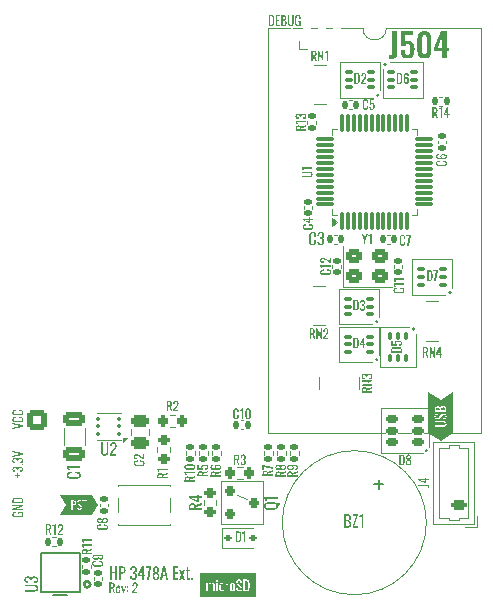
<source format=gbr>
%TF.GenerationSoftware,KiCad,Pcbnew,9.0.2*%
%TF.CreationDate,2025-08-18T09:53:05+06:00*%
%TF.ProjectId,hp3478a-ch32-ext,68703334-3738-4612-9d63-6833322d6578,rev?*%
%TF.SameCoordinates,Original*%
%TF.FileFunction,Legend,Top*%
%TF.FilePolarity,Positive*%
%FSLAX46Y46*%
G04 Gerber Fmt 4.6, Leading zero omitted, Abs format (unit mm)*
G04 Created by KiCad (PCBNEW 9.0.2) date 2025-08-18 09:53:05*
%MOMM*%
%LPD*%
G01*
G04 APERTURE LIST*
G04 Aperture macros list*
%AMRoundRect*
0 Rectangle with rounded corners*
0 $1 Rounding radius*
0 $2 $3 $4 $5 $6 $7 $8 $9 X,Y pos of 4 corners*
0 Add a 4 corners polygon primitive as box body*
4,1,4,$2,$3,$4,$5,$6,$7,$8,$9,$2,$3,0*
0 Add four circle primitives for the rounded corners*
1,1,$1+$1,$2,$3*
1,1,$1+$1,$4,$5*
1,1,$1+$1,$6,$7*
1,1,$1+$1,$8,$9*
0 Add four rect primitives between the rounded corners*
20,1,$1+$1,$2,$3,$4,$5,0*
20,1,$1+$1,$4,$5,$6,$7,0*
20,1,$1+$1,$6,$7,$8,$9,0*
20,1,$1+$1,$8,$9,$2,$3,0*%
G04 Aperture macros list end*
%ADD10C,0.100000*%
%ADD11C,0.300000*%
%ADD12C,0.150000*%
%ADD13C,0.120000*%
%ADD14C,0.254000*%
%ADD15C,0.200000*%
%ADD16C,0.000000*%
%ADD17R,1.050000X0.650000*%
%ADD18RoundRect,0.250000X-0.600000X0.600000X-0.600000X-0.600000X0.600000X-0.600000X0.600000X0.600000X0*%
%ADD19C,1.700000*%
%ADD20RoundRect,0.250000X-0.650000X0.325000X-0.650000X-0.325000X0.650000X-0.325000X0.650000X0.325000X0*%
%ADD21RoundRect,0.135000X0.185000X-0.135000X0.185000X0.135000X-0.185000X0.135000X-0.185000X-0.135000X0*%
%ADD22R,0.800000X0.500000*%
%ADD23R,0.800000X0.400000*%
%ADD24RoundRect,0.140000X0.140000X0.170000X-0.140000X0.170000X-0.140000X-0.170000X0.140000X-0.170000X0*%
%ADD25RoundRect,0.100000X-0.225000X-0.100000X0.225000X-0.100000X0.225000X0.100000X-0.225000X0.100000X0*%
%ADD26RoundRect,0.200000X-0.250000X-0.200000X0.250000X-0.200000X0.250000X0.200000X-0.250000X0.200000X0*%
%ADD27RoundRect,0.162500X0.367500X0.162500X-0.367500X0.162500X-0.367500X-0.162500X0.367500X-0.162500X0*%
%ADD28RoundRect,0.250000X-0.450000X-0.350000X0.450000X-0.350000X0.450000X0.350000X-0.450000X0.350000X0*%
%ADD29RoundRect,0.140000X-0.170000X0.140000X-0.170000X-0.140000X0.170000X-0.140000X0.170000X0.140000X0*%
%ADD30RoundRect,0.200000X0.275000X-0.200000X0.275000X0.200000X-0.275000X0.200000X-0.275000X-0.200000X0*%
%ADD31RoundRect,0.140000X0.170000X-0.140000X0.170000X0.140000X-0.170000X0.140000X-0.170000X-0.140000X0*%
%ADD32RoundRect,0.135000X-0.135000X-0.185000X0.135000X-0.185000X0.135000X0.185000X-0.135000X0.185000X0*%
%ADD33RoundRect,0.200000X0.200000X0.275000X-0.200000X0.275000X-0.200000X-0.275000X0.200000X-0.275000X0*%
%ADD34RoundRect,0.093750X0.093750X0.106250X-0.093750X0.106250X-0.093750X-0.106250X0.093750X-0.106250X0*%
%ADD35R,1.000000X1.600000*%
%ADD36R,0.500000X0.800000*%
%ADD37R,0.400000X0.800000*%
%ADD38RoundRect,0.200000X0.450000X-0.200000X0.450000X0.200000X-0.450000X0.200000X-0.450000X-0.200000X0*%
%ADD39O,1.300000X0.800000*%
%ADD40RoundRect,0.075000X0.075000X-0.662500X0.075000X0.662500X-0.075000X0.662500X-0.075000X-0.662500X0*%
%ADD41RoundRect,0.075000X0.662500X-0.075000X0.662500X0.075000X-0.662500X0.075000X-0.662500X-0.075000X0*%
%ADD42RoundRect,0.100000X0.225000X0.100000X-0.225000X0.100000X-0.225000X-0.100000X0.225000X-0.100000X0*%
%ADD43RoundRect,0.100000X-0.100000X0.225000X-0.100000X-0.225000X0.100000X-0.225000X0.100000X0.225000X0*%
%ADD44RoundRect,0.135000X0.135000X0.185000X-0.135000X0.185000X-0.135000X-0.185000X0.135000X-0.185000X0*%
%ADD45R,1.600000X1.600000*%
%ADD46O,1.600000X1.600000*%
%ADD47RoundRect,0.140000X-0.140000X-0.170000X0.140000X-0.170000X0.140000X0.170000X-0.140000X0.170000X0*%
%ADD48C,0.990600*%
%ADD49C,0.787400*%
%ADD50R,2.000000X2.000000*%
%ADD51C,2.000000*%
%ADD52RoundRect,0.200000X-0.200000X-0.275000X0.200000X-0.275000X0.200000X0.275000X-0.200000X0.275000X0*%
%ADD53RoundRect,0.250000X0.475000X-0.250000X0.475000X0.250000X-0.475000X0.250000X-0.475000X-0.250000X0*%
%ADD54RoundRect,0.112500X-0.187500X-0.112500X0.187500X-0.112500X0.187500X0.112500X-0.187500X0.112500X0*%
%ADD55C,0.900000*%
G04 APERTURE END LIST*
D10*
X46950000Y-79350000D02*
X47850000Y-79650000D01*
G36*
X27956784Y-73774256D02*
G01*
X27956784Y-73655505D01*
X28625423Y-73512184D01*
X27956784Y-73375505D01*
X27956784Y-73260174D01*
X28864000Y-73460648D01*
X28864000Y-73571535D01*
X27956784Y-73774256D01*
G37*
G36*
X28874062Y-72945589D02*
G01*
X28870258Y-73000412D01*
X28859716Y-73045143D01*
X28843353Y-73081582D01*
X28821526Y-73111167D01*
X28794000Y-73134877D01*
X28753336Y-73157480D01*
X28704054Y-73174643D01*
X28644518Y-73185741D01*
X28572813Y-73189734D01*
X28252464Y-73189734D01*
X28176163Y-73185693D01*
X28114632Y-73174618D01*
X28065375Y-73157783D01*
X28026247Y-73136001D01*
X27999938Y-73112869D01*
X27978909Y-73083580D01*
X27963017Y-73047039D01*
X27952707Y-73001686D01*
X27948968Y-72945589D01*
X27953840Y-72884378D01*
X27967153Y-72836475D01*
X27987643Y-72799132D01*
X28015060Y-72770321D01*
X28048972Y-72748557D01*
X28091460Y-72731934D01*
X28144371Y-72721075D01*
X28209917Y-72717124D01*
X28281578Y-72717124D01*
X28281578Y-72836950D01*
X28217782Y-72836950D01*
X28158711Y-72838577D01*
X28121452Y-72842568D01*
X28090833Y-72852681D01*
X28067670Y-72871095D01*
X28057230Y-72887678D01*
X28050179Y-72911345D01*
X28047496Y-72944466D01*
X28050341Y-72978207D01*
X28057931Y-73003085D01*
X28069380Y-73021207D01*
X28094773Y-73041723D01*
X28129854Y-73054277D01*
X28171771Y-73059880D01*
X28233462Y-73062093D01*
X28592939Y-73062093D01*
X28658599Y-73058892D01*
X28701627Y-73050907D01*
X28736284Y-73035469D01*
X28757607Y-73014466D01*
X28769768Y-72986146D01*
X28774411Y-72944466D01*
X28771656Y-72913008D01*
X28764286Y-72889775D01*
X28753113Y-72872805D01*
X28728517Y-72853921D01*
X28694886Y-72843105D01*
X28654548Y-72838702D01*
X28594062Y-72836950D01*
X28526896Y-72836950D01*
X28526896Y-72717124D01*
X28594062Y-72717124D01*
X28663270Y-72720911D01*
X28719600Y-72731339D01*
X28765188Y-72747290D01*
X28801864Y-72768073D01*
X28831874Y-72796275D01*
X28854199Y-72833619D01*
X28868722Y-72882339D01*
X28874062Y-72945589D01*
G37*
G36*
X28874062Y-72368785D02*
G01*
X28870258Y-72423609D01*
X28859716Y-72468339D01*
X28843353Y-72504778D01*
X28821526Y-72534363D01*
X28794000Y-72558073D01*
X28753336Y-72580676D01*
X28704054Y-72597839D01*
X28644518Y-72608937D01*
X28572813Y-72612930D01*
X28252464Y-72612930D01*
X28176163Y-72608889D01*
X28114632Y-72597815D01*
X28065375Y-72580979D01*
X28026247Y-72559197D01*
X27999938Y-72536065D01*
X27978909Y-72506776D01*
X27963017Y-72470235D01*
X27952707Y-72424882D01*
X27948968Y-72368785D01*
X27953840Y-72307574D01*
X27967153Y-72259671D01*
X27987643Y-72222328D01*
X28015060Y-72193517D01*
X28048972Y-72171753D01*
X28091460Y-72155130D01*
X28144371Y-72144271D01*
X28209917Y-72140321D01*
X28281578Y-72140321D01*
X28281578Y-72260146D01*
X28217782Y-72260146D01*
X28158711Y-72261773D01*
X28121452Y-72265764D01*
X28090833Y-72275877D01*
X28067670Y-72294291D01*
X28057230Y-72310874D01*
X28050179Y-72334541D01*
X28047496Y-72367662D01*
X28050341Y-72401403D01*
X28057931Y-72426281D01*
X28069380Y-72444403D01*
X28094773Y-72464919D01*
X28129854Y-72477473D01*
X28171771Y-72483076D01*
X28233462Y-72485289D01*
X28592939Y-72485289D01*
X28658599Y-72482088D01*
X28701627Y-72474103D01*
X28736284Y-72458665D01*
X28757607Y-72437662D01*
X28769768Y-72409342D01*
X28774411Y-72367662D01*
X28771656Y-72336204D01*
X28764286Y-72312971D01*
X28753113Y-72296001D01*
X28728517Y-72277117D01*
X28694886Y-72266301D01*
X28654548Y-72261899D01*
X28594062Y-72260146D01*
X28526896Y-72260146D01*
X28526896Y-72140321D01*
X28594062Y-72140321D01*
X28663270Y-72144108D01*
X28719600Y-72154535D01*
X28765188Y-72170486D01*
X28801864Y-72191270D01*
X28831874Y-72219471D01*
X28854199Y-72256815D01*
X28868722Y-72305536D01*
X28874062Y-72368785D01*
G37*
D11*
G36*
X59827965Y-42124794D02*
G01*
X59945854Y-42118596D01*
X60015544Y-42103789D01*
X60068078Y-42072992D01*
X60102372Y-42022578D01*
X60120265Y-41954543D01*
X60127651Y-41841960D01*
X60127651Y-40091960D01*
X60539200Y-40091960D01*
X60539200Y-41853196D01*
X60526694Y-42041771D01*
X60494382Y-42173886D01*
X60456669Y-42248776D01*
X60404857Y-42308795D01*
X60337578Y-42355847D01*
X60260381Y-42387216D01*
X60158805Y-42408233D01*
X60026779Y-42416053D01*
X59827965Y-42416053D01*
X59827965Y-42124794D01*
G37*
G36*
X61409682Y-42393583D02*
G01*
X61247617Y-42380582D01*
X61124483Y-42345503D01*
X61031717Y-42292181D01*
X60963084Y-42221392D01*
X60912646Y-42133968D01*
X60873631Y-42023195D01*
X60847921Y-41883998D01*
X60838520Y-41710436D01*
X61216486Y-41710436D01*
X61228709Y-41891175D01*
X61258496Y-42001695D01*
X61294892Y-42055504D01*
X61347989Y-42087844D01*
X61423726Y-42099637D01*
X61482294Y-42092328D01*
X61526862Y-42072108D01*
X61560868Y-42039431D01*
X61596438Y-41972030D01*
X61618265Y-41877009D01*
X61627242Y-41764731D01*
X61630844Y-41592833D01*
X61624997Y-41442019D01*
X61609934Y-41335233D01*
X61588834Y-41262372D01*
X61551531Y-41203870D01*
X61495873Y-41168819D01*
X61415300Y-41156004D01*
X61342614Y-41169411D01*
X61282309Y-41209249D01*
X61236221Y-41270086D01*
X61202442Y-41354818D01*
X60869295Y-41354818D01*
X60891643Y-40091960D01*
X61910868Y-40091960D01*
X61910868Y-40439152D01*
X61216486Y-40439152D01*
X61194138Y-40985157D01*
X61249628Y-40938857D01*
X61331280Y-40899794D01*
X61423772Y-40875834D01*
X61527285Y-40867554D01*
X61643817Y-40879892D01*
X61739452Y-40914715D01*
X61818712Y-40971037D01*
X61884246Y-41050980D01*
X61931625Y-41143399D01*
X61968068Y-41257384D01*
X61991877Y-41397152D01*
X62000505Y-41567554D01*
X61994372Y-41741540D01*
X61977382Y-41886791D01*
X61951413Y-42007191D01*
X61908724Y-42120603D01*
X61849541Y-42213875D01*
X61773604Y-42290024D01*
X61682172Y-42344892D01*
X61563395Y-42380506D01*
X61409682Y-42393583D01*
G37*
G36*
X62985114Y-40079280D02*
G01*
X63104135Y-40114121D01*
X63201840Y-40169153D01*
X63281926Y-40244612D01*
X63344236Y-40336690D01*
X63390501Y-40446021D01*
X63419937Y-40575903D01*
X63430425Y-40730411D01*
X63430425Y-41735593D01*
X63419899Y-41885249D01*
X63390169Y-42012623D01*
X63343071Y-42121375D01*
X63279117Y-42214431D01*
X63197599Y-42290878D01*
X63099649Y-42346303D01*
X62981900Y-42381168D01*
X62839602Y-42393583D01*
X62697237Y-42381166D01*
X62579449Y-42346298D01*
X62481481Y-42290872D01*
X62399965Y-42214431D01*
X62336066Y-42121382D01*
X62289006Y-42012633D01*
X62259297Y-41885257D01*
X62248778Y-41735593D01*
X62248778Y-40736029D01*
X62640788Y-40736029D01*
X62640788Y-41729975D01*
X62652360Y-41860954D01*
X62684141Y-41963838D01*
X62720856Y-42017619D01*
X62771162Y-42049191D01*
X62839602Y-42060436D01*
X62906709Y-42048993D01*
X62958557Y-42016115D01*
X62998983Y-41958776D01*
X63027277Y-41867898D01*
X63038415Y-41729975D01*
X63038415Y-40736029D01*
X63027228Y-40595399D01*
X62997749Y-40493862D01*
X62962720Y-40442224D01*
X62911870Y-40411233D01*
X62839602Y-40399951D01*
X62765524Y-40411361D01*
X62714354Y-40442444D01*
X62679989Y-40493862D01*
X62651589Y-40595299D01*
X62640788Y-40736029D01*
X62248778Y-40736029D01*
X62248778Y-40730411D01*
X62259144Y-40574114D01*
X62288139Y-40443540D01*
X62333518Y-40334419D01*
X62394347Y-40243269D01*
X62473005Y-40168797D01*
X62570466Y-40114159D01*
X62690787Y-40079341D01*
X62839602Y-40066803D01*
X62985114Y-40079280D01*
G37*
G36*
X64717951Y-41494769D02*
G01*
X64950348Y-41494769D01*
X64950348Y-41802759D01*
X64717951Y-41802759D01*
X64717951Y-42360000D01*
X64356716Y-42360000D01*
X64356716Y-41802759D01*
X63676378Y-41802759D01*
X63676378Y-41494769D01*
X63998290Y-41494769D01*
X64356716Y-41494769D01*
X64356716Y-40509249D01*
X63998290Y-41494769D01*
X63676378Y-41494769D01*
X63676378Y-41472421D01*
X64267201Y-40091960D01*
X64717951Y-40091960D01*
X64717951Y-41494769D01*
G37*
D10*
G36*
X36423528Y-86761086D02*
G01*
X36478870Y-86772773D01*
X36522002Y-86790446D01*
X36555268Y-86813351D01*
X36581803Y-86843583D01*
X36601821Y-86882817D01*
X36614902Y-86933216D01*
X36619699Y-86997607D01*
X36615708Y-87058669D01*
X36604846Y-87106590D01*
X36588363Y-87143895D01*
X36566862Y-87172622D01*
X36540237Y-87194190D01*
X36507690Y-87209268D01*
X36636503Y-87664000D01*
X36514382Y-87664000D01*
X36395680Y-87238382D01*
X36297103Y-87238382D01*
X36297103Y-87664000D01*
X36170537Y-87664000D01*
X36170537Y-87147670D01*
X36297103Y-87147670D01*
X36345268Y-87147670D01*
X36399019Y-87143296D01*
X36436630Y-87131906D01*
X36462309Y-87115186D01*
X36480350Y-87090856D01*
X36492747Y-87053386D01*
X36497578Y-86997607D01*
X36494084Y-86944754D01*
X36485268Y-86909680D01*
X36468247Y-86882026D01*
X36441598Y-86862639D01*
X36406680Y-86851795D01*
X36353133Y-86847496D01*
X36297103Y-86847496D01*
X36297103Y-87147670D01*
X36170537Y-87147670D01*
X36170537Y-86756784D01*
X36353133Y-86756784D01*
X36423528Y-86761086D01*
G37*
G36*
X36971815Y-87011874D02*
G01*
X37010186Y-87023136D01*
X37038527Y-87040154D01*
X37061581Y-87064110D01*
X37079146Y-87094132D01*
X37091186Y-87131452D01*
X37100423Y-87195315D01*
X37104082Y-87289917D01*
X37104082Y-87342576D01*
X36848702Y-87342576D01*
X36848702Y-87472464D01*
X36851102Y-87512054D01*
X36857274Y-87539599D01*
X36866043Y-87558145D01*
X36879541Y-87572483D01*
X36897535Y-87581289D01*
X36921535Y-87584474D01*
X36945331Y-87581193D01*
X36961832Y-87572359D01*
X36973021Y-87558145D01*
X36982540Y-87528108D01*
X36986454Y-87478082D01*
X36986454Y-87438856D01*
X37102958Y-87438856D01*
X37102958Y-87463525D01*
X37099751Y-87515193D01*
X37090891Y-87557313D01*
X37077239Y-87591529D01*
X37059239Y-87619205D01*
X37035606Y-87641687D01*
X37005637Y-87658334D01*
X36967894Y-87669048D01*
X36920411Y-87672939D01*
X36870981Y-87669285D01*
X36832947Y-87659403D01*
X36803907Y-87644411D01*
X36779496Y-87622844D01*
X36760114Y-87595051D01*
X36745680Y-87559854D01*
X36733565Y-87499521D01*
X36728876Y-87414237D01*
X36728876Y-87266421D01*
X36729993Y-87242876D01*
X36848702Y-87242876D01*
X36848702Y-87277607D01*
X36986454Y-87277607D01*
X36986454Y-87219380D01*
X36982566Y-87158119D01*
X36973558Y-87124760D01*
X36962402Y-87109390D01*
X36945115Y-87099791D01*
X36919288Y-87096184D01*
X36892615Y-87099871D01*
X36875031Y-87109617D01*
X36862877Y-87126133D01*
X36854270Y-87153874D01*
X36850319Y-87188086D01*
X36848702Y-87242876D01*
X36729993Y-87242876D01*
X36732184Y-87196665D01*
X36741081Y-87142505D01*
X36754279Y-87101064D01*
X36770886Y-87069854D01*
X36794324Y-87043999D01*
X36825627Y-87024787D01*
X36866731Y-87012278D01*
X36920411Y-87007670D01*
X36971815Y-87011874D01*
G37*
G36*
X37168806Y-87016658D02*
G01*
X37289755Y-87016658D01*
X37369281Y-87537433D01*
X37449930Y-87016658D01*
X37566385Y-87016658D01*
X37443189Y-87664000D01*
X37296496Y-87664000D01*
X37168806Y-87016658D01*
G37*
G36*
X37649867Y-87071515D02*
G01*
X37770816Y-87071515D01*
X37770816Y-87199205D01*
X37649867Y-87199205D01*
X37649867Y-87071515D01*
G37*
G36*
X37649867Y-87428794D02*
G01*
X37770816Y-87428794D01*
X37770816Y-87556484D01*
X37649867Y-87556484D01*
X37649867Y-87428794D01*
G37*
G36*
X38105331Y-87578856D02*
G01*
X38336043Y-87219380D01*
X38358464Y-87185772D01*
X38394085Y-87125154D01*
X38415568Y-87081627D01*
X38428718Y-87037582D01*
X38433496Y-86981927D01*
X38430708Y-86938877D01*
X38423265Y-86906396D01*
X38412198Y-86882227D01*
X38395450Y-86863248D01*
X38372962Y-86851675D01*
X38342784Y-86847496D01*
X38311346Y-86851706D01*
X38286332Y-86863623D01*
X38266150Y-86883442D01*
X38250289Y-86912953D01*
X38239420Y-86955253D01*
X38235268Y-87014411D01*
X38235268Y-87044648D01*
X38115394Y-87044648D01*
X38115394Y-87013288D01*
X38119263Y-86948430D01*
X38129953Y-86895427D01*
X38146410Y-86852278D01*
X38168053Y-86817307D01*
X38196787Y-86788607D01*
X38233268Y-86767462D01*
X38279244Y-86753892D01*
X38337166Y-86748968D01*
X38390666Y-86753293D01*
X38434404Y-86765345D01*
X38470235Y-86784279D01*
X38499539Y-86810029D01*
X38522481Y-86841814D01*
X38539578Y-86880288D01*
X38550520Y-86926803D01*
X38554445Y-86983050D01*
X38551056Y-87036213D01*
X38541549Y-87081041D01*
X38526988Y-87122299D01*
X38510774Y-87155535D01*
X38454794Y-87245123D01*
X38246454Y-87563176D01*
X38533196Y-87563176D01*
X38533196Y-87664000D01*
X38105331Y-87664000D01*
X38105331Y-87578856D01*
G37*
G36*
X28444000Y-77715205D02*
G01*
X28444000Y-77872009D01*
X28353288Y-77872009D01*
X28353288Y-77715205D01*
X28170741Y-77715205D01*
X28170741Y-77625617D01*
X28353288Y-77625617D01*
X28353288Y-77463196D01*
X28444000Y-77463196D01*
X28444000Y-77625617D01*
X28626547Y-77625617D01*
X28626547Y-77715205D01*
X28444000Y-77715205D01*
G37*
G36*
X28874062Y-77169176D02*
G01*
X28869750Y-77223259D01*
X28857715Y-77267692D01*
X28838787Y-77304282D01*
X28813050Y-77334382D01*
X28781122Y-77358128D01*
X28742742Y-77375726D01*
X28696616Y-77386939D01*
X28641103Y-77390949D01*
X28610866Y-77390949D01*
X28610866Y-77272247D01*
X28631041Y-77272247D01*
X28677136Y-77268043D01*
X28711825Y-77259688D01*
X28737482Y-77248164D01*
X28757305Y-77230591D01*
X28769776Y-77205218D01*
X28774411Y-77169176D01*
X28769194Y-77131352D01*
X28755107Y-77104943D01*
X28732401Y-77086866D01*
X28703408Y-77075700D01*
X28662864Y-77067975D01*
X28607496Y-77065031D01*
X28557292Y-77068605D01*
X28518310Y-77078298D01*
X28488256Y-77093021D01*
X28464354Y-77114815D01*
X28448436Y-77144284D01*
X28440629Y-77183733D01*
X28439505Y-77200537D01*
X28319680Y-77200537D01*
X28319680Y-77184856D01*
X28314282Y-77143507D01*
X28302747Y-77113871D01*
X28286072Y-77093021D01*
X28263317Y-77078652D01*
X28229861Y-77068817D01*
X28181927Y-77065031D01*
X28137395Y-77067999D01*
X28104480Y-77075858D01*
X28080566Y-77087452D01*
X28062444Y-77105102D01*
X28050800Y-77130945D01*
X28046421Y-77168053D01*
X28051093Y-77204855D01*
X28063607Y-77230553D01*
X28083399Y-77248164D01*
X28109051Y-77259626D01*
X28144364Y-77268006D01*
X28191990Y-77272247D01*
X28211041Y-77272247D01*
X28211041Y-77390949D01*
X28180803Y-77390949D01*
X28125274Y-77386930D01*
X28079261Y-77375704D01*
X28041090Y-77358107D01*
X28009443Y-77334382D01*
X27984003Y-77304324D01*
X27965234Y-77267596D01*
X27953266Y-77222792D01*
X27948968Y-77168053D01*
X27953301Y-77113354D01*
X27965372Y-77068573D01*
X27984319Y-77031845D01*
X28010029Y-77001772D01*
X28041933Y-76978028D01*
X28080297Y-76960430D01*
X28126413Y-76949216D01*
X28181927Y-76945205D01*
X28233945Y-76949445D01*
X28276668Y-76961284D01*
X28311864Y-76979937D01*
X28341810Y-77005896D01*
X28364417Y-77037317D01*
X28380154Y-77075094D01*
X28397150Y-77037174D01*
X28422581Y-77005536D01*
X28457433Y-76979351D01*
X28497671Y-76961152D01*
X28547023Y-76949434D01*
X28607496Y-76945205D01*
X28671542Y-76949142D01*
X28724478Y-76960083D01*
X28768141Y-76977046D01*
X28804062Y-76999525D01*
X28833655Y-77029144D01*
X28855301Y-77066114D01*
X28869090Y-77112033D01*
X28874062Y-77169176D01*
G37*
G36*
X28730741Y-76847069D02*
G01*
X28730741Y-76727194D01*
X28864000Y-76727194D01*
X28864000Y-76847069D01*
X28730741Y-76847069D01*
G37*
G36*
X28874062Y-76425115D02*
G01*
X28869750Y-76479198D01*
X28857715Y-76523630D01*
X28838787Y-76560220D01*
X28813050Y-76590321D01*
X28781122Y-76614066D01*
X28742742Y-76631664D01*
X28696616Y-76642878D01*
X28641103Y-76646887D01*
X28610866Y-76646887D01*
X28610866Y-76528185D01*
X28631041Y-76528185D01*
X28677136Y-76523981D01*
X28711825Y-76515627D01*
X28737482Y-76504103D01*
X28757305Y-76486530D01*
X28769776Y-76461157D01*
X28774411Y-76425115D01*
X28769194Y-76387291D01*
X28755107Y-76360882D01*
X28732401Y-76342805D01*
X28703408Y-76331638D01*
X28662864Y-76323914D01*
X28607496Y-76320969D01*
X28557292Y-76324544D01*
X28518310Y-76334237D01*
X28488256Y-76348960D01*
X28464354Y-76370754D01*
X28448436Y-76400223D01*
X28440629Y-76439672D01*
X28439505Y-76456475D01*
X28319680Y-76456475D01*
X28319680Y-76440795D01*
X28314282Y-76399445D01*
X28302747Y-76369810D01*
X28286072Y-76348960D01*
X28263317Y-76334591D01*
X28229861Y-76324756D01*
X28181927Y-76320969D01*
X28137395Y-76323937D01*
X28104480Y-76331796D01*
X28080566Y-76343391D01*
X28062444Y-76361041D01*
X28050800Y-76386884D01*
X28046421Y-76423991D01*
X28051093Y-76460794D01*
X28063607Y-76486492D01*
X28083399Y-76504103D01*
X28109051Y-76515565D01*
X28144364Y-76523945D01*
X28191990Y-76528185D01*
X28211041Y-76528185D01*
X28211041Y-76646887D01*
X28180803Y-76646887D01*
X28125274Y-76642868D01*
X28079261Y-76631643D01*
X28041090Y-76614046D01*
X28009443Y-76590321D01*
X27984003Y-76560263D01*
X27965234Y-76523534D01*
X27953266Y-76478731D01*
X27948968Y-76423991D01*
X27953301Y-76369292D01*
X27965372Y-76324512D01*
X27984319Y-76287784D01*
X28010029Y-76257711D01*
X28041933Y-76233967D01*
X28080297Y-76216369D01*
X28126413Y-76205154D01*
X28181927Y-76201144D01*
X28233945Y-76205384D01*
X28276668Y-76217223D01*
X28311864Y-76235875D01*
X28341810Y-76261835D01*
X28364417Y-76293255D01*
X28380154Y-76331032D01*
X28397150Y-76293112D01*
X28422581Y-76261475D01*
X28457433Y-76235289D01*
X28497671Y-76217091D01*
X28547023Y-76205372D01*
X28607496Y-76201144D01*
X28671542Y-76205081D01*
X28724478Y-76216021D01*
X28768141Y-76232985D01*
X28804062Y-76255464D01*
X28833655Y-76285083D01*
X28855301Y-76322052D01*
X28869090Y-76367972D01*
X28874062Y-76425115D01*
G37*
G36*
X27956784Y-76132121D02*
G01*
X27956784Y-76013370D01*
X28625423Y-75870048D01*
X27956784Y-75733370D01*
X27956784Y-75618039D01*
X28864000Y-75818513D01*
X28864000Y-75929399D01*
X27956784Y-76132121D01*
G37*
G36*
X28875186Y-81013258D02*
G01*
X28869650Y-81074137D01*
X28854347Y-81122501D01*
X28830329Y-81160982D01*
X28797370Y-81191360D01*
X28757939Y-81213522D01*
X28707856Y-81230712D01*
X28644800Y-81242062D01*
X28566072Y-81246217D01*
X28262576Y-81246217D01*
X28192217Y-81243439D01*
X28135218Y-81235840D01*
X28089505Y-81224382D01*
X28047032Y-81205893D01*
X28012710Y-81180968D01*
X27985360Y-81149351D01*
X27966130Y-81112117D01*
X27953574Y-81064304D01*
X27948968Y-81003196D01*
X27953717Y-80939978D01*
X27966667Y-80890505D01*
X27986498Y-80851990D01*
X28012813Y-80822309D01*
X28045755Y-80799885D01*
X28088510Y-80782559D01*
X28143413Y-80771090D01*
X28213288Y-80766866D01*
X28246896Y-80766866D01*
X28246896Y-80885617D01*
X28218856Y-80885617D01*
X28157635Y-80887889D01*
X28118668Y-80893482D01*
X28087164Y-80905979D01*
X28065423Y-80926503D01*
X28052550Y-80955410D01*
X28047496Y-81000949D01*
X28050595Y-81035271D01*
X28058907Y-81060715D01*
X28071578Y-81079399D01*
X28099112Y-81100209D01*
X28136009Y-81112421D01*
X28179662Y-81117642D01*
X28243525Y-81119699D01*
X28579505Y-81119699D01*
X28649436Y-81116148D01*
X28697438Y-81107100D01*
X28729080Y-81094494D01*
X28748088Y-81079863D01*
X28762031Y-81059828D01*
X28771072Y-81033079D01*
X28774411Y-80997578D01*
X28770901Y-80963079D01*
X28761275Y-80936530D01*
X28746153Y-80916104D01*
X28725123Y-80900711D01*
X28690900Y-80887474D01*
X28640054Y-80878053D01*
X28567196Y-80874382D01*
X28504474Y-80874382D01*
X28504474Y-80989762D01*
X28414886Y-80989762D01*
X28414886Y-80760174D01*
X28864000Y-80760174D01*
X28864000Y-80839699D01*
X28759854Y-80852009D01*
X28802841Y-80873002D01*
X28834448Y-80899063D01*
X28856657Y-80930336D01*
X28870347Y-80967826D01*
X28875186Y-81013258D01*
G37*
G36*
X27956784Y-80630774D02*
G01*
X27956784Y-80544508D01*
X28559380Y-80286929D01*
X27956784Y-80286929D01*
X27956784Y-80181612D01*
X28864000Y-80181612D01*
X28864000Y-80262260D01*
X28244648Y-80523210D01*
X28864000Y-80523210D01*
X28864000Y-80630774D01*
X27956784Y-80630774D01*
G37*
G36*
X28643866Y-79578460D02*
G01*
X28704842Y-79590807D01*
X28752971Y-79609548D01*
X28790629Y-79633872D01*
X28820955Y-79666254D01*
X28843714Y-79708466D01*
X28858555Y-79762882D01*
X28864000Y-79832686D01*
X28864000Y-80039902D01*
X27956784Y-80039902D01*
X27956784Y-79844996D01*
X28050866Y-79844996D01*
X28050866Y-79913335D01*
X28773288Y-79913335D01*
X28773288Y-79841625D01*
X28769843Y-79798169D01*
X28760825Y-79767317D01*
X28747545Y-79745882D01*
X28728678Y-79728835D01*
X28705642Y-79716510D01*
X28677545Y-79708904D01*
X28627595Y-79703770D01*
X28543699Y-79701625D01*
X28249143Y-79701625D01*
X28176369Y-79704394D01*
X28130978Y-79711151D01*
X28105372Y-79720153D01*
X28085560Y-79733381D01*
X28070503Y-79750914D01*
X28060472Y-79772128D01*
X28053530Y-79802526D01*
X28050866Y-79844996D01*
X27956784Y-79844996D01*
X27956784Y-79842749D01*
X27961940Y-79768060D01*
X27975835Y-79710826D01*
X27996760Y-79667421D01*
X28024000Y-79634996D01*
X28058885Y-79610140D01*
X28103776Y-79591081D01*
X28161012Y-79578538D01*
X28233462Y-79573935D01*
X28567196Y-79573935D01*
X28643866Y-79578460D01*
G37*
G36*
X36188171Y-85395980D02*
G01*
X36346379Y-85395980D01*
X36346379Y-85885992D01*
X36637578Y-85885992D01*
X36637578Y-85395980D01*
X36795786Y-85395980D01*
X36795786Y-86530000D01*
X36637578Y-86530000D01*
X36637578Y-85999382D01*
X36346379Y-85999382D01*
X36346379Y-86530000D01*
X36188171Y-86530000D01*
X36188171Y-85395980D01*
G37*
G36*
X37327724Y-85401818D02*
G01*
X37385894Y-85417835D01*
X37431738Y-85442584D01*
X37467576Y-85475786D01*
X37494943Y-85516937D01*
X37515722Y-85568124D01*
X37529232Y-85631479D01*
X37534132Y-85709588D01*
X37529087Y-85778910D01*
X37514954Y-85836680D01*
X37492733Y-85884914D01*
X37462691Y-85925193D01*
X37424700Y-85957729D01*
X37378705Y-85981612D01*
X37323049Y-85996769D01*
X37255512Y-86002191D01*
X37130887Y-86002191D01*
X37130887Y-86530000D01*
X36972679Y-86530000D01*
X36972679Y-85888801D01*
X37130887Y-85888801D01*
X37203733Y-85888801D01*
X37269567Y-85884400D01*
X37312177Y-85873414D01*
X37345283Y-85852413D01*
X37367498Y-85820230D01*
X37379462Y-85777901D01*
X37384289Y-85710992D01*
X37380540Y-85630007D01*
X37371711Y-85583620D01*
X37360402Y-85558889D01*
X37344018Y-85540052D01*
X37322008Y-85526222D01*
X37279333Y-85514364D01*
X37205137Y-85509370D01*
X37130887Y-85509370D01*
X37130887Y-85888801D01*
X36972679Y-85888801D01*
X36972679Y-85395980D01*
X37254108Y-85395980D01*
X37327724Y-85401818D01*
G37*
G36*
X38209342Y-86542578D02*
G01*
X38141738Y-86537188D01*
X38086197Y-86522144D01*
X38040460Y-86498484D01*
X38002834Y-86466313D01*
X37973152Y-86426403D01*
X37951155Y-86378427D01*
X37937138Y-86320770D01*
X37932126Y-86251379D01*
X37932126Y-86213583D01*
X38080504Y-86213583D01*
X38080504Y-86238801D01*
X38085758Y-86296420D01*
X38096202Y-86339781D01*
X38110607Y-86371852D01*
X38132573Y-86396632D01*
X38164289Y-86412220D01*
X38209342Y-86418014D01*
X38256622Y-86411493D01*
X38289633Y-86393884D01*
X38312229Y-86365502D01*
X38326187Y-86329260D01*
X38335843Y-86278580D01*
X38339523Y-86209370D01*
X38335056Y-86146615D01*
X38322939Y-86097887D01*
X38304535Y-86060321D01*
X38277293Y-86030443D01*
X38240457Y-86010546D01*
X38191146Y-86000786D01*
X38170141Y-85999382D01*
X38170141Y-85849600D01*
X38189741Y-85849600D01*
X38241428Y-85842853D01*
X38278473Y-85828434D01*
X38304535Y-85807590D01*
X38322497Y-85779146D01*
X38334791Y-85737327D01*
X38339523Y-85677409D01*
X38335813Y-85621744D01*
X38325990Y-85580601D01*
X38311496Y-85550708D01*
X38289434Y-85528056D01*
X38257130Y-85513501D01*
X38210746Y-85508026D01*
X38164743Y-85513867D01*
X38132620Y-85529509D01*
X38110607Y-85554249D01*
X38096279Y-85586314D01*
X38085804Y-85630455D01*
X38080504Y-85689987D01*
X38080504Y-85713801D01*
X37932126Y-85713801D01*
X37932126Y-85676004D01*
X37937149Y-85606592D01*
X37951181Y-85549077D01*
X37973178Y-85501363D01*
X38002834Y-85461803D01*
X38040406Y-85430004D01*
X38086317Y-85406543D01*
X38142321Y-85391582D01*
X38210746Y-85386210D01*
X38279120Y-85391626D01*
X38335096Y-85406715D01*
X38381005Y-85430398D01*
X38418597Y-85462536D01*
X38448277Y-85502417D01*
X38470274Y-85550371D01*
X38484292Y-85608016D01*
X38489305Y-85677409D01*
X38484005Y-85742431D01*
X38469206Y-85795835D01*
X38445891Y-85839830D01*
X38413442Y-85877262D01*
X38374166Y-85905522D01*
X38326945Y-85925193D01*
X38374345Y-85946437D01*
X38413892Y-85978226D01*
X38446624Y-86021791D01*
X38469371Y-86072089D01*
X38484020Y-86133779D01*
X38489305Y-86209370D01*
X38484384Y-86289427D01*
X38470708Y-86355598D01*
X38449504Y-86410177D01*
X38421406Y-86455078D01*
X38384382Y-86492068D01*
X38338170Y-86519127D01*
X38280770Y-86536363D01*
X38209342Y-86542578D01*
G37*
G36*
X39071214Y-86093171D02*
G01*
X39198586Y-86093171D01*
X39198586Y-86226222D01*
X39071214Y-86226222D01*
X39071214Y-86530000D01*
X38928393Y-86530000D01*
X38928393Y-86226222D01*
X38599398Y-86226222D01*
X38599398Y-86093171D01*
X38743623Y-86093171D01*
X38928393Y-86093171D01*
X38928393Y-85578002D01*
X38743623Y-86093171D01*
X38599398Y-86093171D01*
X38599398Y-86069419D01*
X38894809Y-85395980D01*
X39071214Y-85395980D01*
X39071214Y-86093171D01*
G37*
G36*
X39554082Y-85513583D02*
G01*
X39250244Y-85513583D01*
X39250244Y-85395980D01*
X39703864Y-85395980D01*
X39703864Y-85468825D01*
X39493876Y-86530000D01*
X39349651Y-86530000D01*
X39554082Y-85513583D01*
G37*
G36*
X40175862Y-85391691D02*
G01*
X40229383Y-85406907D01*
X40272767Y-85430761D01*
X40307815Y-85463208D01*
X40334963Y-85503074D01*
X40355252Y-85551152D01*
X40368248Y-85609064D01*
X40372906Y-85678813D01*
X40368965Y-85738810D01*
X40357950Y-85788900D01*
X40340727Y-85830732D01*
X40316258Y-85868738D01*
X40285211Y-85902462D01*
X40246938Y-85932215D01*
X40289747Y-85964078D01*
X40324472Y-85999934D01*
X40351901Y-86040048D01*
X40371158Y-86084477D01*
X40383753Y-86140497D01*
X40388354Y-86210774D01*
X40383529Y-86291815D01*
X40370181Y-86358211D01*
X40349610Y-86412415D01*
X40322531Y-86456482D01*
X40286571Y-86492612D01*
X40240759Y-86519248D01*
X40182860Y-86536362D01*
X40109734Y-86542578D01*
X40035772Y-86536381D01*
X39977415Y-86519357D01*
X39931440Y-86492935D01*
X39895533Y-86457215D01*
X39868524Y-86413489D01*
X39847949Y-86359346D01*
X39834561Y-86292630D01*
X39829876Y-86213583D01*
X39972531Y-86213583D01*
X39976454Y-86279607D01*
X39986973Y-86330139D01*
X40002634Y-86368311D01*
X40027127Y-86398371D01*
X40061641Y-86416821D01*
X40109734Y-86423571D01*
X40156846Y-86416847D01*
X40190676Y-86398434D01*
X40214698Y-86368311D01*
X40229995Y-86330186D01*
X40240288Y-86279655D01*
X40244129Y-86213583D01*
X40240200Y-86153517D01*
X40229354Y-86104727D01*
X40212622Y-86065205D01*
X40187337Y-86033293D01*
X40153915Y-86013921D01*
X40109734Y-86006404D01*
X40064580Y-86013953D01*
X40030471Y-86033364D01*
X40004710Y-86065205D01*
X39987606Y-86104773D01*
X39976537Y-86153561D01*
X39972531Y-86213583D01*
X39829876Y-86213583D01*
X39829710Y-86210774D01*
X39834246Y-86139475D01*
X39846617Y-86083033D01*
X39865430Y-86038644D01*
X39892520Y-85998645D01*
X39927011Y-85963269D01*
X39969722Y-85932215D01*
X39924531Y-85895351D01*
X39889901Y-85852582D01*
X39864856Y-85803167D01*
X39849245Y-85745820D01*
X39843754Y-85678813D01*
X39844322Y-85670387D01*
X39990727Y-85670387D01*
X39994044Y-85726011D01*
X40003202Y-85771410D01*
X40017288Y-85808323D01*
X40039255Y-85838272D01*
X40069205Y-85856454D01*
X40109734Y-85863583D01*
X40149001Y-85856450D01*
X40179348Y-85836933D01*
X40202969Y-85803283D01*
X40219458Y-85750328D01*
X40225933Y-85670387D01*
X40222511Y-85620543D01*
X40213105Y-85580574D01*
X40198639Y-85548632D01*
X40177006Y-85523254D01*
X40148181Y-85507917D01*
X40109734Y-85502409D01*
X40071223Y-85507884D01*
X40041884Y-85523210D01*
X40019426Y-85548632D01*
X40004179Y-85580673D01*
X39994310Y-85620641D01*
X39990727Y-85670387D01*
X39844322Y-85670387D01*
X39848453Y-85609109D01*
X39861571Y-85551212D01*
X39882065Y-85503118D01*
X39909516Y-85463208D01*
X39944901Y-85430798D01*
X39988736Y-85406937D01*
X40042849Y-85391701D01*
X40109734Y-85386210D01*
X40175862Y-85391691D01*
G37*
G36*
X41120472Y-86530000D02*
G01*
X40970690Y-86530000D01*
X40918850Y-86244419D01*
X40687857Y-86244419D01*
X40633269Y-86530000D01*
X40484891Y-86530000D01*
X40569596Y-86131029D01*
X40708862Y-86131029D01*
X40897845Y-86131029D01*
X40802651Y-85620012D01*
X40708862Y-86131029D01*
X40569596Y-86131029D01*
X40725654Y-85395980D01*
X40878244Y-85395980D01*
X41120472Y-86530000D01*
G37*
G36*
X41555652Y-85395980D02*
G01*
X41995289Y-85395980D01*
X41995289Y-85513583D01*
X41713860Y-85513583D01*
X41713860Y-85888801D01*
X41942105Y-85888801D01*
X41942105Y-86000786D01*
X41713860Y-86000786D01*
X41713860Y-86416610D01*
X41998098Y-86416610D01*
X41998098Y-86530000D01*
X41555652Y-86530000D01*
X41555652Y-85395980D01*
G37*
G36*
X42231655Y-86104406D02*
G01*
X42053846Y-85720823D01*
X42196667Y-85720823D01*
X42315675Y-85976973D01*
X42420638Y-85720823D01*
X42567672Y-85720823D01*
X42382841Y-86122602D01*
X42570481Y-86530000D01*
X42427660Y-86530000D01*
X42300226Y-86255593D01*
X42191050Y-86530000D01*
X42049633Y-86530000D01*
X42231655Y-86104406D01*
G37*
G36*
X42872426Y-86541174D02*
G01*
X42816950Y-86535354D01*
X42774726Y-86519442D01*
X42742608Y-86494430D01*
X42718815Y-86459448D01*
X42703228Y-86411927D01*
X42697426Y-86347978D01*
X42697426Y-85820230D01*
X42612002Y-85820230D01*
X42612002Y-85720823D01*
X42697426Y-85720823D01*
X42697426Y-85484213D01*
X42847208Y-85484213D01*
X42847208Y-85720823D01*
X42977451Y-85720823D01*
X42977451Y-85820230D01*
X42847208Y-85820230D01*
X42847208Y-86338208D01*
X42851786Y-86382893D01*
X42862595Y-86406779D01*
X42882842Y-86420707D01*
X42921458Y-86426379D01*
X42976046Y-86422227D01*
X42976046Y-86532808D01*
X42920966Y-86539176D01*
X42872426Y-86541174D01*
G37*
G36*
X43080643Y-86363426D02*
G01*
X43230486Y-86363426D01*
X43230486Y-86530000D01*
X43080643Y-86530000D01*
X43080643Y-86363426D01*
G37*
D12*
G36*
X33727578Y-77665063D02*
G01*
X33722823Y-77733592D01*
X33709645Y-77789505D01*
X33689191Y-77835054D01*
X33661908Y-77872035D01*
X33627500Y-77901673D01*
X33576670Y-77929927D01*
X33515068Y-77951381D01*
X33440648Y-77965253D01*
X33351017Y-77970245D01*
X32950580Y-77970245D01*
X32855203Y-77965193D01*
X32778290Y-77951350D01*
X32716718Y-77930305D01*
X32667808Y-77903078D01*
X32634922Y-77874163D01*
X32608636Y-77837551D01*
X32588772Y-77791876D01*
X32575884Y-77735184D01*
X32571210Y-77665063D01*
X32577301Y-77588550D01*
X32593942Y-77528670D01*
X32619553Y-77481992D01*
X32653825Y-77445977D01*
X32696215Y-77418773D01*
X32749326Y-77397994D01*
X32815464Y-77384421D01*
X32897397Y-77379482D01*
X32986973Y-77379482D01*
X32986973Y-77529264D01*
X32907227Y-77529264D01*
X32833389Y-77531297D01*
X32786816Y-77536286D01*
X32748541Y-77548928D01*
X32719588Y-77571946D01*
X32706537Y-77592674D01*
X32697724Y-77622258D01*
X32694370Y-77663659D01*
X32697926Y-77705836D01*
X32707414Y-77736933D01*
X32721725Y-77759585D01*
X32753467Y-77785230D01*
X32797318Y-77800923D01*
X32849713Y-77807926D01*
X32926828Y-77810693D01*
X33376174Y-77810693D01*
X33458248Y-77806692D01*
X33512034Y-77796710D01*
X33555355Y-77777413D01*
X33582009Y-77751159D01*
X33597210Y-77715759D01*
X33603014Y-77663659D01*
X33599570Y-77624336D01*
X33590358Y-77595296D01*
X33576392Y-77574083D01*
X33545647Y-77550478D01*
X33503607Y-77536958D01*
X33453185Y-77531455D01*
X33377578Y-77529264D01*
X33293620Y-77529264D01*
X33293620Y-77379482D01*
X33377578Y-77379482D01*
X33464088Y-77384216D01*
X33534500Y-77397250D01*
X33591486Y-77417189D01*
X33637330Y-77443169D01*
X33674842Y-77478420D01*
X33702749Y-77525101D01*
X33720903Y-77586001D01*
X33727578Y-77665063D01*
G37*
G36*
X32776985Y-77077049D02*
G01*
X32781188Y-77088280D01*
X32796585Y-77161801D01*
X32817590Y-77274458D01*
X32704200Y-77274458D01*
X32678364Y-77187795D01*
X32648720Y-77122547D01*
X32616152Y-77074615D01*
X32580980Y-77040656D01*
X32580980Y-76927267D01*
X33715000Y-76927267D01*
X33715000Y-77077049D01*
X32776985Y-77077049D01*
G37*
G36*
X52132000Y-77456949D02*
G01*
X51706382Y-77575651D01*
X51706382Y-77674228D01*
X52132000Y-77674228D01*
X52132000Y-77800794D01*
X51224784Y-77800794D01*
X51224784Y-77618198D01*
X51315496Y-77618198D01*
X51315496Y-77674228D01*
X51615670Y-77674228D01*
X51615670Y-77626063D01*
X51611296Y-77572312D01*
X51599906Y-77534701D01*
X51583186Y-77509022D01*
X51558856Y-77490981D01*
X51521386Y-77478584D01*
X51465607Y-77473753D01*
X51412754Y-77477247D01*
X51377680Y-77486063D01*
X51350026Y-77503084D01*
X51330639Y-77529733D01*
X51319795Y-77564651D01*
X51315496Y-77618198D01*
X51224784Y-77618198D01*
X51229086Y-77547803D01*
X51240773Y-77492461D01*
X51258446Y-77449329D01*
X51281351Y-77416063D01*
X51311583Y-77389528D01*
X51350817Y-77369510D01*
X51401216Y-77356429D01*
X51465607Y-77351632D01*
X51526669Y-77355623D01*
X51574590Y-77366485D01*
X51611895Y-77382968D01*
X51640622Y-77404469D01*
X51662190Y-77431094D01*
X51677268Y-77463641D01*
X52132000Y-77334828D01*
X52132000Y-77456949D01*
G37*
G36*
X51893049Y-76797063D02*
G01*
X51956056Y-76807464D01*
X52009083Y-76823610D01*
X52053598Y-76844877D01*
X52085123Y-76867911D01*
X52109347Y-76895731D01*
X52126992Y-76928935D01*
X52138108Y-76968609D01*
X52142062Y-77016237D01*
X52137956Y-77069268D01*
X52126470Y-77113149D01*
X52108390Y-77149547D01*
X52083835Y-77179733D01*
X52053220Y-77203835D01*
X52016122Y-77221989D01*
X51971255Y-77233997D01*
X51916968Y-77239084D01*
X51906856Y-77239084D01*
X51906856Y-77119259D01*
X51952924Y-77116169D01*
X51986072Y-77108082D01*
X52009390Y-77096300D01*
X52026870Y-77078406D01*
X52038161Y-77052353D01*
X52042411Y-77015114D01*
X52038074Y-76987202D01*
X52025477Y-76964314D01*
X52003692Y-76945123D01*
X51969939Y-76929504D01*
X51920012Y-76918538D01*
X51848629Y-76914290D01*
X51710876Y-76914290D01*
X51736680Y-76935746D01*
X51756794Y-76965288D01*
X51769110Y-77000737D01*
X51773598Y-77046475D01*
X51768734Y-77099023D01*
X51755368Y-77140130D01*
X51734481Y-77172281D01*
X51705845Y-77197124D01*
X51671677Y-77215075D01*
X51629085Y-77228933D01*
X51576359Y-77238025D01*
X51511525Y-77241332D01*
X51444192Y-77237433D01*
X51387082Y-77226483D01*
X51338658Y-77209340D01*
X51297617Y-77186475D01*
X51262886Y-77155881D01*
X51238054Y-77118382D01*
X51222515Y-77072573D01*
X51216968Y-77016237D01*
X51315496Y-77016237D01*
X51320915Y-77050739D01*
X51336176Y-77076714D01*
X51362000Y-77096300D01*
X51393925Y-77109055D01*
X51433516Y-77117364D01*
X51482411Y-77120382D01*
X51547193Y-77118805D01*
X51591050Y-77114814D01*
X51628453Y-77104696D01*
X51657143Y-77086823D01*
X51670817Y-77070125D01*
X51679622Y-77047275D01*
X51682886Y-77016237D01*
X51678966Y-76985082D01*
X51667588Y-76958331D01*
X51648454Y-76934898D01*
X51620164Y-76914290D01*
X51485782Y-76914290D01*
X51424602Y-76918350D01*
X51381194Y-76928923D01*
X51351241Y-76944220D01*
X51331398Y-76963449D01*
X51319621Y-76986971D01*
X51315496Y-77016237D01*
X51216968Y-77016237D01*
X51222530Y-76961825D01*
X51238225Y-76917002D01*
X51263539Y-76879736D01*
X51299278Y-76848784D01*
X51341214Y-76825565D01*
X51390111Y-76808245D01*
X51447162Y-76797241D01*
X51513772Y-76793341D01*
X51818392Y-76793341D01*
X51893049Y-76797063D01*
G37*
G36*
X62967311Y-66829086D02*
G01*
X63022653Y-66840773D01*
X63065785Y-66858446D01*
X63099051Y-66881351D01*
X63125586Y-66911583D01*
X63145604Y-66950817D01*
X63158685Y-67001216D01*
X63163482Y-67065607D01*
X63159491Y-67126669D01*
X63148629Y-67174590D01*
X63132146Y-67211895D01*
X63110645Y-67240622D01*
X63084020Y-67262190D01*
X63051473Y-67277268D01*
X63180286Y-67732000D01*
X63058165Y-67732000D01*
X62939463Y-67306382D01*
X62840886Y-67306382D01*
X62840886Y-67732000D01*
X62714320Y-67732000D01*
X62714320Y-67215670D01*
X62840886Y-67215670D01*
X62889051Y-67215670D01*
X62942802Y-67211296D01*
X62980413Y-67199906D01*
X63006092Y-67183186D01*
X63024133Y-67158856D01*
X63036530Y-67121386D01*
X63041361Y-67065607D01*
X63037867Y-67012754D01*
X63029051Y-66977680D01*
X63012030Y-66950026D01*
X62985381Y-66930639D01*
X62950463Y-66919795D01*
X62896916Y-66915496D01*
X62840886Y-66915496D01*
X62840886Y-67215670D01*
X62714320Y-67215670D01*
X62714320Y-66824784D01*
X62896916Y-66824784D01*
X62967311Y-66829086D01*
G37*
G36*
X63295032Y-66824784D02*
G01*
X63381298Y-66824784D01*
X63638877Y-67427380D01*
X63638877Y-66824784D01*
X63744194Y-66824784D01*
X63744194Y-67732000D01*
X63663545Y-67732000D01*
X63402596Y-67112648D01*
X63402596Y-67732000D01*
X63295032Y-67732000D01*
X63295032Y-66824784D01*
G37*
G36*
X64237614Y-67382537D02*
G01*
X64339512Y-67382537D01*
X64339512Y-67488978D01*
X64237614Y-67488978D01*
X64237614Y-67732000D01*
X64123357Y-67732000D01*
X64123357Y-67488978D01*
X63860161Y-67488978D01*
X63860161Y-67382537D01*
X63975541Y-67382537D01*
X64123357Y-67382537D01*
X64123357Y-66970401D01*
X63975541Y-67382537D01*
X63860161Y-67382537D01*
X63860161Y-67363535D01*
X64096490Y-66824784D01*
X64237614Y-66824784D01*
X64237614Y-67382537D01*
G37*
G36*
X60993419Y-58242062D02*
G01*
X60938596Y-58238258D01*
X60893865Y-58227716D01*
X60857427Y-58211353D01*
X60827841Y-58189526D01*
X60804131Y-58162000D01*
X60781528Y-58121336D01*
X60764365Y-58072054D01*
X60753267Y-58012518D01*
X60749274Y-57940813D01*
X60749274Y-57620464D01*
X60753315Y-57544163D01*
X60764390Y-57482632D01*
X60781225Y-57433375D01*
X60803007Y-57394247D01*
X60826139Y-57367938D01*
X60855429Y-57346909D01*
X60891969Y-57331017D01*
X60937322Y-57320707D01*
X60993419Y-57316968D01*
X61054630Y-57321840D01*
X61102533Y-57335153D01*
X61139876Y-57355643D01*
X61168688Y-57383060D01*
X61190451Y-57416972D01*
X61207074Y-57459460D01*
X61217933Y-57512371D01*
X61221884Y-57577917D01*
X61221884Y-57649578D01*
X61102058Y-57649578D01*
X61102058Y-57585782D01*
X61100432Y-57526711D01*
X61096441Y-57489452D01*
X61086327Y-57458833D01*
X61067913Y-57435670D01*
X61051330Y-57425230D01*
X61027663Y-57418179D01*
X60994542Y-57415496D01*
X60960801Y-57418341D01*
X60935923Y-57425931D01*
X60917801Y-57437380D01*
X60897285Y-57462773D01*
X60884731Y-57497854D01*
X60879129Y-57539771D01*
X60876915Y-57601462D01*
X60876915Y-57960939D01*
X60880116Y-58026599D01*
X60888101Y-58069627D01*
X60903539Y-58104284D01*
X60924542Y-58125607D01*
X60952862Y-58137768D01*
X60994542Y-58142411D01*
X61026001Y-58139656D01*
X61049233Y-58132286D01*
X61066203Y-58121113D01*
X61085087Y-58096517D01*
X61095903Y-58062886D01*
X61100306Y-58022548D01*
X61102058Y-57962062D01*
X61102058Y-57894896D01*
X61221884Y-57894896D01*
X61221884Y-57962062D01*
X61218097Y-58031270D01*
X61207669Y-58087600D01*
X61191718Y-58133188D01*
X61170935Y-58169864D01*
X61142733Y-58199874D01*
X61105389Y-58222199D01*
X61056669Y-58236722D01*
X60993419Y-58242062D01*
G37*
G36*
X61539986Y-57418866D02*
G01*
X61296915Y-57418866D01*
X61296915Y-57324784D01*
X61659811Y-57324784D01*
X61659811Y-57383060D01*
X61491821Y-58232000D01*
X61376441Y-58232000D01*
X61539986Y-57418866D01*
G37*
G36*
X53516159Y-41729086D02*
G01*
X53571501Y-41740773D01*
X53614633Y-41758446D01*
X53647899Y-41781351D01*
X53674434Y-41811583D01*
X53694452Y-41850817D01*
X53707533Y-41901216D01*
X53712330Y-41965607D01*
X53708339Y-42026669D01*
X53697477Y-42074590D01*
X53680994Y-42111895D01*
X53659493Y-42140622D01*
X53632868Y-42162190D01*
X53600321Y-42177268D01*
X53729134Y-42632000D01*
X53607013Y-42632000D01*
X53488311Y-42206382D01*
X53389734Y-42206382D01*
X53389734Y-42632000D01*
X53263168Y-42632000D01*
X53263168Y-42115670D01*
X53389734Y-42115670D01*
X53437899Y-42115670D01*
X53491650Y-42111296D01*
X53529261Y-42099906D01*
X53554940Y-42083186D01*
X53572981Y-42058856D01*
X53585378Y-42021386D01*
X53590209Y-41965607D01*
X53586715Y-41912754D01*
X53577899Y-41877680D01*
X53560878Y-41850026D01*
X53534229Y-41830639D01*
X53499311Y-41819795D01*
X53445764Y-41815496D01*
X53389734Y-41815496D01*
X53389734Y-42115670D01*
X53263168Y-42115670D01*
X53263168Y-41724784D01*
X53445764Y-41724784D01*
X53516159Y-41729086D01*
G37*
G36*
X53843880Y-41724784D02*
G01*
X53930146Y-41724784D01*
X54187725Y-42327380D01*
X54187725Y-41724784D01*
X54293042Y-41724784D01*
X54293042Y-42632000D01*
X54212393Y-42632000D01*
X53951444Y-42012648D01*
X53951444Y-42632000D01*
X53843880Y-42632000D01*
X53843880Y-41724784D01*
G37*
G36*
X54555750Y-41881588D02*
G01*
X54546764Y-41884951D01*
X54487948Y-41897268D01*
X54397822Y-41914072D01*
X54397822Y-41823360D01*
X54467153Y-41802691D01*
X54519351Y-41778976D01*
X54557697Y-41752922D01*
X54584864Y-41724784D01*
X54675575Y-41724784D01*
X54675575Y-42632000D01*
X54555750Y-42632000D01*
X54555750Y-41881588D01*
G37*
G36*
X30127578Y-87232902D02*
G01*
X30121538Y-87311021D01*
X30105119Y-87371632D01*
X30080012Y-87418404D01*
X30044475Y-87457790D01*
X30000621Y-87488244D01*
X29947021Y-87510118D01*
X29889516Y-87523363D01*
X29818863Y-87532098D01*
X29732821Y-87535275D01*
X28980980Y-87535275D01*
X28980980Y-87384088D01*
X29739781Y-87384088D01*
X29826035Y-87380035D01*
X29889807Y-87369377D01*
X29935847Y-87353985D01*
X29964669Y-87335633D01*
X29985195Y-87310473D01*
X29998238Y-87277095D01*
X30003014Y-87232902D01*
X29998237Y-87188675D01*
X29985192Y-87155278D01*
X29964665Y-87130110D01*
X29935847Y-87111757D01*
X29889807Y-87096366D01*
X29826035Y-87085707D01*
X29739781Y-87081655D01*
X28980980Y-87081655D01*
X28980980Y-86931873D01*
X29732821Y-86931873D01*
X29818861Y-86935056D01*
X29889514Y-86943812D01*
X29947021Y-86957091D01*
X30000671Y-86978880D01*
X30044521Y-87009102D01*
X30080012Y-87048071D01*
X30105088Y-87094387D01*
X30121521Y-87154739D01*
X30127578Y-87232902D01*
G37*
G36*
X30127578Y-86520384D02*
G01*
X30122188Y-86587988D01*
X30107144Y-86643529D01*
X30083484Y-86689267D01*
X30051313Y-86726892D01*
X30011403Y-86756574D01*
X29963427Y-86778572D01*
X29905770Y-86792588D01*
X29836379Y-86797600D01*
X29798583Y-86797600D01*
X29798583Y-86649223D01*
X29823801Y-86649223D01*
X29881420Y-86643968D01*
X29924781Y-86633524D01*
X29956852Y-86619120D01*
X29981632Y-86597153D01*
X29997220Y-86565437D01*
X30003014Y-86520384D01*
X29996493Y-86473104D01*
X29978884Y-86440093D01*
X29950502Y-86417497D01*
X29914260Y-86403539D01*
X29863580Y-86393884D01*
X29794370Y-86390203D01*
X29731615Y-86394671D01*
X29682887Y-86406787D01*
X29645321Y-86425191D01*
X29615443Y-86452433D01*
X29595546Y-86489269D01*
X29585786Y-86538581D01*
X29584382Y-86559585D01*
X29434600Y-86559585D01*
X29434600Y-86539985D01*
X29427853Y-86488298D01*
X29413434Y-86451254D01*
X29392590Y-86425191D01*
X29364146Y-86407230D01*
X29322327Y-86394936D01*
X29262409Y-86390203D01*
X29206744Y-86393913D01*
X29165601Y-86403737D01*
X29135708Y-86418230D01*
X29113056Y-86440292D01*
X29098501Y-86472596D01*
X29093026Y-86518980D01*
X29098867Y-86564983D01*
X29114509Y-86597106D01*
X29139249Y-86619120D01*
X29171314Y-86633447D01*
X29215455Y-86643922D01*
X29274987Y-86649223D01*
X29298801Y-86649223D01*
X29298801Y-86797600D01*
X29261004Y-86797600D01*
X29191592Y-86792577D01*
X29134077Y-86778545D01*
X29086363Y-86756548D01*
X29046803Y-86726892D01*
X29015004Y-86689320D01*
X28991543Y-86643409D01*
X28976582Y-86587405D01*
X28971210Y-86518980D01*
X28976626Y-86450607D01*
X28991715Y-86394631D01*
X29015398Y-86348721D01*
X29047536Y-86311129D01*
X29087417Y-86281449D01*
X29135371Y-86259452D01*
X29193016Y-86245434D01*
X29262409Y-86240421D01*
X29327431Y-86245721D01*
X29380835Y-86260520D01*
X29424830Y-86283835D01*
X29462262Y-86316284D01*
X29490522Y-86355560D01*
X29510193Y-86402782D01*
X29531437Y-86355381D01*
X29563226Y-86315835D01*
X29606791Y-86283103D01*
X29657089Y-86260355D01*
X29718779Y-86245707D01*
X29794370Y-86240421D01*
X29874427Y-86245342D01*
X29940598Y-86259018D01*
X29995177Y-86280222D01*
X30040078Y-86308321D01*
X30077068Y-86345344D01*
X30104127Y-86391557D01*
X30121363Y-86448956D01*
X30127578Y-86520384D01*
G37*
G36*
X60765966Y-43629940D02*
G01*
X60823199Y-43643835D01*
X60866605Y-43664760D01*
X60899030Y-43692000D01*
X60923886Y-43726885D01*
X60942945Y-43771776D01*
X60955488Y-43829012D01*
X60960090Y-43901462D01*
X60960090Y-44235196D01*
X60955566Y-44311866D01*
X60943218Y-44372842D01*
X60924478Y-44420971D01*
X60900153Y-44458629D01*
X60867772Y-44488955D01*
X60825560Y-44511714D01*
X60771143Y-44526555D01*
X60701339Y-44532000D01*
X60494124Y-44532000D01*
X60494124Y-44441288D01*
X60620690Y-44441288D01*
X60692400Y-44441288D01*
X60735857Y-44437843D01*
X60766709Y-44428825D01*
X60788143Y-44415545D01*
X60805191Y-44396678D01*
X60817516Y-44373642D01*
X60825122Y-44345545D01*
X60830256Y-44295595D01*
X60832400Y-44211699D01*
X60832400Y-43917143D01*
X60829631Y-43844369D01*
X60822875Y-43798978D01*
X60813872Y-43773372D01*
X60800645Y-43753560D01*
X60783112Y-43738503D01*
X60761897Y-43728472D01*
X60731499Y-43721530D01*
X60689030Y-43718866D01*
X60620690Y-43718866D01*
X60620690Y-44441288D01*
X60494124Y-44441288D01*
X60494124Y-43624784D01*
X60691277Y-43624784D01*
X60765966Y-43629940D01*
G37*
G36*
X61354011Y-43620992D02*
G01*
X61397572Y-43632256D01*
X61433794Y-43649994D01*
X61463914Y-43674072D01*
X61488066Y-43704169D01*
X61506212Y-43740567D01*
X61518194Y-43784511D01*
X61523265Y-43837617D01*
X61524389Y-43851050D01*
X61403440Y-43851050D01*
X61400415Y-43804935D01*
X61392507Y-43771810D01*
X61381018Y-43748566D01*
X61363492Y-43731026D01*
X61337973Y-43719739D01*
X61301493Y-43715496D01*
X61272810Y-43719887D01*
X61249365Y-43732605D01*
X61229783Y-43754510D01*
X61213901Y-43788314D01*
X61202775Y-43838162D01*
X61198471Y-43909278D01*
X61198471Y-44047031D01*
X61220106Y-44021302D01*
X61250544Y-44001113D01*
X61286731Y-43988710D01*
X61330656Y-43984309D01*
X61383197Y-43989163D01*
X61424415Y-44002520D01*
X61456754Y-44023410D01*
X61481842Y-44052062D01*
X61500047Y-44086268D01*
X61514086Y-44128874D01*
X61523290Y-44181588D01*
X61526636Y-44246382D01*
X61522742Y-44313688D01*
X61511795Y-44370907D01*
X61494637Y-44419543D01*
X61471730Y-44460876D01*
X61441125Y-44495865D01*
X61403620Y-44520857D01*
X61357815Y-44536486D01*
X61301493Y-44542062D01*
X61247108Y-44536501D01*
X61202300Y-44520808D01*
X61165041Y-44495494D01*
X61134089Y-44459752D01*
X61110904Y-44417833D01*
X61093581Y-44368788D01*
X61082558Y-44311387D01*
X61078646Y-44244184D01*
X61078646Y-44136619D01*
X61198471Y-44136619D01*
X61198471Y-44272174D01*
X61201537Y-44323400D01*
X61209890Y-44364007D01*
X61222554Y-44395956D01*
X61242097Y-44421827D01*
X61267734Y-44437036D01*
X61301493Y-44442411D01*
X61336079Y-44437041D01*
X61362062Y-44421949D01*
X61381605Y-44396494D01*
X61394308Y-44364935D01*
X61402641Y-44325208D01*
X61405687Y-44275496D01*
X61404095Y-44210720D01*
X61400069Y-44166905D01*
X61389973Y-44129473D01*
X61372079Y-44100813D01*
X61355376Y-44087110D01*
X61332526Y-44078290D01*
X61301493Y-44075021D01*
X61268575Y-44079599D01*
X61240481Y-44092949D01*
X61216673Y-44112977D01*
X61198471Y-44136619D01*
X61078646Y-44136619D01*
X61078646Y-43938392D01*
X61082378Y-43863705D01*
X61092790Y-43800922D01*
X61108922Y-43748313D01*
X61130132Y-43704358D01*
X61153129Y-43673274D01*
X61180921Y-43649347D01*
X61214119Y-43631892D01*
X61253816Y-43620885D01*
X61301493Y-43616968D01*
X61354011Y-43620992D01*
G37*
G36*
X50155299Y-79972609D02*
G01*
X50230760Y-79988735D01*
X50290619Y-80013341D01*
X50337719Y-80045500D01*
X50374137Y-80085202D01*
X50401017Y-80133355D01*
X50482346Y-80064526D01*
X50520024Y-80021370D01*
X50644588Y-80046527D01*
X50620842Y-80084116D01*
X50580241Y-80129544D01*
X50517438Y-80184558D01*
X50426174Y-80250958D01*
X50427578Y-80277520D01*
X50420669Y-80360736D01*
X50401754Y-80425933D01*
X50372512Y-80476873D01*
X50333117Y-80516267D01*
X50284799Y-80545773D01*
X50224772Y-80568302D01*
X50150598Y-80582989D01*
X50059382Y-80588319D01*
X49629576Y-80588319D01*
X49539831Y-80582921D01*
X49467266Y-80568074D01*
X49408885Y-80545329D01*
X49362191Y-80515534D01*
X49324343Y-80476069D01*
X49296149Y-80425193D01*
X49277882Y-80360226D01*
X49271210Y-80277520D01*
X49394370Y-80277520D01*
X49400916Y-80334836D01*
X49417996Y-80373170D01*
X49444073Y-80397992D01*
X49478809Y-80413708D01*
X49528390Y-80424593D01*
X49597397Y-80428767D01*
X50094370Y-80428767D01*
X50164318Y-80424619D01*
X50215146Y-80413750D01*
X50251235Y-80397992D01*
X50272632Y-80380342D01*
X50288600Y-80355738D01*
X50299102Y-80322357D01*
X50303014Y-80277520D01*
X50299101Y-80232716D01*
X50288600Y-80199366D01*
X50272633Y-80174792D01*
X50251235Y-80157169D01*
X50215141Y-80141378D01*
X50164313Y-80130489D01*
X50094370Y-80126333D01*
X49597397Y-80126333D01*
X49528395Y-80130514D01*
X49478814Y-80141421D01*
X49444073Y-80157169D01*
X49417996Y-80181954D01*
X49400916Y-80220247D01*
X49394370Y-80277520D01*
X49271210Y-80277520D01*
X49277924Y-80194907D01*
X49296316Y-80129975D01*
X49324731Y-80079082D01*
X49362923Y-80039566D01*
X49409960Y-80009674D01*
X49468405Y-79986914D01*
X49540652Y-79972096D01*
X49629576Y-79966721D01*
X50060786Y-79966721D01*
X50155299Y-79972609D01*
G37*
G36*
X49476985Y-79658975D02*
G01*
X49481188Y-79670206D01*
X49496585Y-79743727D01*
X49517590Y-79856384D01*
X49404200Y-79856384D01*
X49378364Y-79769721D01*
X49348720Y-79704473D01*
X49316152Y-79656541D01*
X49280980Y-79622582D01*
X49280980Y-79509193D01*
X50415000Y-79509193D01*
X50415000Y-79658975D01*
X49476985Y-79658975D01*
G37*
G36*
X60967920Y-75929940D02*
G01*
X61025153Y-75943835D01*
X61068559Y-75964760D01*
X61100984Y-75992000D01*
X61125840Y-76026885D01*
X61144899Y-76071776D01*
X61157442Y-76129012D01*
X61162044Y-76201462D01*
X61162044Y-76535196D01*
X61157520Y-76611866D01*
X61145172Y-76672842D01*
X61126432Y-76720971D01*
X61102107Y-76758629D01*
X61069726Y-76788955D01*
X61027514Y-76811714D01*
X60973097Y-76826555D01*
X60903293Y-76832000D01*
X60696078Y-76832000D01*
X60696078Y-76741288D01*
X60822644Y-76741288D01*
X60894354Y-76741288D01*
X60937811Y-76737843D01*
X60968663Y-76728825D01*
X60990097Y-76715545D01*
X61007145Y-76696678D01*
X61019470Y-76673642D01*
X61027076Y-76645545D01*
X61032210Y-76595595D01*
X61034354Y-76511699D01*
X61034354Y-76217143D01*
X61031585Y-76144369D01*
X61024829Y-76098978D01*
X61015826Y-76073372D01*
X61002599Y-76053560D01*
X60985066Y-76038503D01*
X60963851Y-76028472D01*
X60933453Y-76021530D01*
X60890984Y-76018866D01*
X60822644Y-76018866D01*
X60822644Y-76741288D01*
X60696078Y-76741288D01*
X60696078Y-75924784D01*
X60893231Y-75924784D01*
X60967920Y-75929940D01*
G37*
G36*
X61548533Y-75921352D02*
G01*
X61591350Y-75933526D01*
X61626058Y-75952609D01*
X61654096Y-75978566D01*
X61675814Y-76010459D01*
X61692045Y-76048921D01*
X61702442Y-76095251D01*
X61706169Y-76151050D01*
X61703016Y-76199048D01*
X61694204Y-76239120D01*
X61680425Y-76272586D01*
X61660850Y-76302990D01*
X61636013Y-76329969D01*
X61605394Y-76353772D01*
X61639641Y-76379262D01*
X61667421Y-76407947D01*
X61689365Y-76440039D01*
X61704770Y-76475582D01*
X61714846Y-76520398D01*
X61718527Y-76576619D01*
X61714667Y-76641452D01*
X61703989Y-76694569D01*
X61687531Y-76737932D01*
X61665868Y-76773186D01*
X61637100Y-76802089D01*
X61600451Y-76823399D01*
X61554132Y-76837089D01*
X61495631Y-76842062D01*
X61436461Y-76837105D01*
X61389776Y-76823486D01*
X61352996Y-76802348D01*
X61324270Y-76773772D01*
X61302663Y-76738791D01*
X61286203Y-76695477D01*
X61275493Y-76642104D01*
X61271745Y-76578866D01*
X61385868Y-76578866D01*
X61389007Y-76631685D01*
X61397422Y-76672111D01*
X61409951Y-76702648D01*
X61429546Y-76726697D01*
X61457156Y-76741456D01*
X61495631Y-76746856D01*
X61533321Y-76741478D01*
X61560384Y-76726747D01*
X61579602Y-76702648D01*
X61591840Y-76672149D01*
X61600074Y-76631724D01*
X61603147Y-76578866D01*
X61600004Y-76530813D01*
X61591327Y-76491782D01*
X61577941Y-76460164D01*
X61557714Y-76434634D01*
X61530976Y-76419137D01*
X61495631Y-76413123D01*
X61459507Y-76419162D01*
X61432220Y-76434691D01*
X61411612Y-76460164D01*
X61397928Y-76491818D01*
X61389073Y-76530849D01*
X61385868Y-76578866D01*
X61271745Y-76578866D01*
X61271612Y-76576619D01*
X61275241Y-76519580D01*
X61285137Y-76474426D01*
X61300188Y-76438915D01*
X61321860Y-76406916D01*
X61349453Y-76378615D01*
X61383621Y-76353772D01*
X61347469Y-76324281D01*
X61319764Y-76290065D01*
X61299728Y-76250533D01*
X61287240Y-76204656D01*
X61282847Y-76151050D01*
X61283302Y-76144309D01*
X61400425Y-76144309D01*
X61403079Y-76188809D01*
X61410405Y-76225128D01*
X61421674Y-76254658D01*
X61439248Y-76278618D01*
X61463208Y-76293163D01*
X61495631Y-76298866D01*
X61527044Y-76293160D01*
X61551322Y-76277547D01*
X61570219Y-76250626D01*
X61583410Y-76208262D01*
X61588590Y-76144309D01*
X61585852Y-76104434D01*
X61578328Y-76072459D01*
X61566755Y-76046905D01*
X61549449Y-76026603D01*
X61526389Y-76014334D01*
X61495631Y-76009927D01*
X61464822Y-76014307D01*
X61441351Y-76026568D01*
X61423384Y-76046905D01*
X61411187Y-76072539D01*
X61403292Y-76104513D01*
X61400425Y-76144309D01*
X61283302Y-76144309D01*
X61286607Y-76095287D01*
X61297100Y-76048969D01*
X61313495Y-76010494D01*
X61335457Y-75978566D01*
X61363764Y-75952638D01*
X61398832Y-75933550D01*
X61442123Y-75921360D01*
X61495631Y-75916968D01*
X61548533Y-75921352D01*
G37*
G36*
X57718632Y-57811699D02*
G01*
X57522603Y-57224784D01*
X57640230Y-57224784D01*
X57779107Y-57662711D01*
X57915736Y-57224784D01*
X58034438Y-57224784D01*
X57839581Y-57811699D01*
X57839581Y-58132000D01*
X57718632Y-58132000D01*
X57718632Y-57811699D01*
G37*
G36*
X58239211Y-57381588D02*
G01*
X58230226Y-57384951D01*
X58171410Y-57397268D01*
X58081284Y-57414072D01*
X58081284Y-57323360D01*
X58150614Y-57302691D01*
X58202812Y-57278976D01*
X58241158Y-57252922D01*
X58268325Y-57224784D01*
X58359037Y-57224784D01*
X58359037Y-58132000D01*
X58239211Y-58132000D01*
X58239211Y-57381588D01*
G37*
G36*
X35642062Y-85171450D02*
G01*
X35638258Y-85226273D01*
X35627716Y-85271004D01*
X35611353Y-85307442D01*
X35589526Y-85337028D01*
X35562000Y-85360738D01*
X35521336Y-85383341D01*
X35472054Y-85400504D01*
X35412518Y-85411602D01*
X35340813Y-85415595D01*
X35020464Y-85415595D01*
X34944163Y-85411554D01*
X34882632Y-85400479D01*
X34833375Y-85383644D01*
X34794247Y-85361862D01*
X34767938Y-85338730D01*
X34746909Y-85309440D01*
X34731017Y-85272900D01*
X34720707Y-85227547D01*
X34716968Y-85171450D01*
X34721840Y-85110239D01*
X34735153Y-85062336D01*
X34755643Y-85024993D01*
X34783060Y-84996181D01*
X34816972Y-84974418D01*
X34859460Y-84957795D01*
X34912371Y-84946936D01*
X34977917Y-84942985D01*
X35049578Y-84942985D01*
X35049578Y-85062811D01*
X34985782Y-85062811D01*
X34926711Y-85064437D01*
X34889452Y-85068428D01*
X34858833Y-85078542D01*
X34835670Y-85096956D01*
X34825230Y-85113539D01*
X34818179Y-85137206D01*
X34815496Y-85170327D01*
X34818341Y-85204068D01*
X34825931Y-85228946D01*
X34837380Y-85247068D01*
X34862773Y-85267584D01*
X34897854Y-85280138D01*
X34939771Y-85285740D01*
X35001462Y-85287954D01*
X35360939Y-85287954D01*
X35426599Y-85284753D01*
X35469627Y-85276768D01*
X35504284Y-85261330D01*
X35525607Y-85240327D01*
X35537768Y-85212007D01*
X35542411Y-85170327D01*
X35539656Y-85138868D01*
X35532286Y-85115636D01*
X35521113Y-85098666D01*
X35496517Y-85079782D01*
X35462886Y-85068966D01*
X35422548Y-85064563D01*
X35362062Y-85062811D01*
X35294896Y-85062811D01*
X35294896Y-84942985D01*
X35362062Y-84942985D01*
X35431270Y-84946772D01*
X35487600Y-84957200D01*
X35533188Y-84973151D01*
X35569864Y-84993934D01*
X35599874Y-85022136D01*
X35622199Y-85059480D01*
X35636722Y-85108200D01*
X35642062Y-85171450D01*
G37*
G36*
X35393049Y-84399017D02*
G01*
X35456056Y-84409418D01*
X35509083Y-84425564D01*
X35553598Y-84446830D01*
X35585123Y-84469865D01*
X35609347Y-84497685D01*
X35626992Y-84530889D01*
X35638108Y-84570563D01*
X35642062Y-84618191D01*
X35637956Y-84671222D01*
X35626470Y-84715103D01*
X35608390Y-84751501D01*
X35583835Y-84781687D01*
X35553220Y-84805789D01*
X35516122Y-84823942D01*
X35471255Y-84835951D01*
X35416968Y-84841038D01*
X35406856Y-84841038D01*
X35406856Y-84721213D01*
X35452924Y-84718123D01*
X35486072Y-84710036D01*
X35509390Y-84698254D01*
X35526870Y-84680360D01*
X35538161Y-84654307D01*
X35542411Y-84617068D01*
X35538074Y-84589156D01*
X35525477Y-84566268D01*
X35503692Y-84547077D01*
X35469939Y-84531458D01*
X35420012Y-84520491D01*
X35348629Y-84516244D01*
X35210876Y-84516244D01*
X35236680Y-84537700D01*
X35256794Y-84567242D01*
X35269110Y-84602691D01*
X35273598Y-84648428D01*
X35268734Y-84700977D01*
X35255368Y-84742084D01*
X35234481Y-84774235D01*
X35205845Y-84799077D01*
X35171677Y-84817029D01*
X35129085Y-84830887D01*
X35076359Y-84839978D01*
X35011525Y-84843285D01*
X34944192Y-84839387D01*
X34887082Y-84828437D01*
X34838658Y-84811294D01*
X34797617Y-84788428D01*
X34762886Y-84757835D01*
X34738054Y-84720336D01*
X34722515Y-84674526D01*
X34716968Y-84618191D01*
X34815496Y-84618191D01*
X34820915Y-84652693D01*
X34836176Y-84678668D01*
X34862000Y-84698254D01*
X34893925Y-84711009D01*
X34933516Y-84719318D01*
X34982411Y-84722336D01*
X35047193Y-84720759D01*
X35091050Y-84716768D01*
X35128453Y-84706649D01*
X35157143Y-84688777D01*
X35170817Y-84672079D01*
X35179622Y-84649229D01*
X35182886Y-84618191D01*
X35178966Y-84587036D01*
X35167588Y-84560285D01*
X35148454Y-84536852D01*
X35120164Y-84516244D01*
X34985782Y-84516244D01*
X34924602Y-84520304D01*
X34881194Y-84530877D01*
X34851241Y-84546174D01*
X34831398Y-84565403D01*
X34819621Y-84588925D01*
X34815496Y-84618191D01*
X34716968Y-84618191D01*
X34722530Y-84563779D01*
X34738225Y-84518956D01*
X34763539Y-84481690D01*
X34799278Y-84450738D01*
X34841214Y-84427519D01*
X34890111Y-84410199D01*
X34947162Y-84399195D01*
X35013772Y-84395295D01*
X35318392Y-84395295D01*
X35393049Y-84399017D01*
G37*
G36*
X41132000Y-77597550D02*
G01*
X40706382Y-77716252D01*
X40706382Y-77814829D01*
X41132000Y-77814829D01*
X41132000Y-77941395D01*
X40224784Y-77941395D01*
X40224784Y-77758799D01*
X40315496Y-77758799D01*
X40315496Y-77814829D01*
X40615670Y-77814829D01*
X40615670Y-77766664D01*
X40611296Y-77712913D01*
X40599906Y-77675302D01*
X40583186Y-77649623D01*
X40558856Y-77631582D01*
X40521386Y-77619185D01*
X40465607Y-77614354D01*
X40412754Y-77617848D01*
X40377680Y-77626664D01*
X40350026Y-77643685D01*
X40330639Y-77670334D01*
X40319795Y-77705252D01*
X40315496Y-77758799D01*
X40224784Y-77758799D01*
X40229086Y-77688404D01*
X40240773Y-77633062D01*
X40258446Y-77589930D01*
X40281351Y-77556664D01*
X40311583Y-77530129D01*
X40350817Y-77510111D01*
X40401216Y-77497030D01*
X40465607Y-77492233D01*
X40526669Y-77496224D01*
X40574590Y-77507086D01*
X40611895Y-77523569D01*
X40640622Y-77545070D01*
X40662190Y-77571695D01*
X40677268Y-77604242D01*
X41132000Y-77475429D01*
X41132000Y-77597550D01*
G37*
G36*
X40381588Y-77239685D02*
G01*
X40384951Y-77248671D01*
X40397268Y-77307487D01*
X40414072Y-77397613D01*
X40323360Y-77397613D01*
X40302691Y-77328283D01*
X40278976Y-77276084D01*
X40252922Y-77237739D01*
X40224784Y-77210572D01*
X40224784Y-77119860D01*
X41132000Y-77119860D01*
X41132000Y-77239685D01*
X40381588Y-77239685D01*
G37*
G36*
X53442062Y-56660899D02*
G01*
X53438258Y-56715722D01*
X53427716Y-56760453D01*
X53411353Y-56796891D01*
X53389526Y-56826477D01*
X53362000Y-56850187D01*
X53321336Y-56872790D01*
X53272054Y-56889953D01*
X53212518Y-56901051D01*
X53140813Y-56905044D01*
X52820464Y-56905044D01*
X52744163Y-56901003D01*
X52682632Y-56889928D01*
X52633375Y-56873093D01*
X52594247Y-56851311D01*
X52567938Y-56828179D01*
X52546909Y-56798889D01*
X52531017Y-56762349D01*
X52520707Y-56716996D01*
X52516968Y-56660899D01*
X52521840Y-56599688D01*
X52535153Y-56551785D01*
X52555643Y-56514442D01*
X52583060Y-56485630D01*
X52616972Y-56463867D01*
X52659460Y-56447244D01*
X52712371Y-56436385D01*
X52777917Y-56432434D01*
X52849578Y-56432434D01*
X52849578Y-56552260D01*
X52785782Y-56552260D01*
X52726711Y-56553886D01*
X52689452Y-56557877D01*
X52658833Y-56567991D01*
X52635670Y-56586405D01*
X52625230Y-56602988D01*
X52618179Y-56626655D01*
X52615496Y-56659776D01*
X52618341Y-56693517D01*
X52625931Y-56718395D01*
X52637380Y-56736517D01*
X52662773Y-56757033D01*
X52697854Y-56769587D01*
X52739771Y-56775189D01*
X52801462Y-56777403D01*
X53160939Y-56777403D01*
X53226599Y-56774202D01*
X53269627Y-56766217D01*
X53304284Y-56750779D01*
X53325607Y-56729776D01*
X53337768Y-56701456D01*
X53342411Y-56659776D01*
X53339656Y-56628317D01*
X53332286Y-56605085D01*
X53321113Y-56588115D01*
X53296517Y-56569231D01*
X53262886Y-56558415D01*
X53222548Y-56554012D01*
X53162062Y-56552260D01*
X53094896Y-56552260D01*
X53094896Y-56432434D01*
X53162062Y-56432434D01*
X53231270Y-56436221D01*
X53287600Y-56446649D01*
X53333188Y-56462600D01*
X53369864Y-56483383D01*
X53399874Y-56511585D01*
X53422199Y-56548929D01*
X53436722Y-56597649D01*
X53442062Y-56660899D01*
G37*
G36*
X53188978Y-55959776D02*
G01*
X53432000Y-55959776D01*
X53432000Y-56074032D01*
X53188978Y-56074032D01*
X53188978Y-56337228D01*
X53063535Y-56337228D01*
X52524784Y-56100899D01*
X52524784Y-56074032D01*
X52670401Y-56074032D01*
X53082537Y-56221848D01*
X53082537Y-56074032D01*
X52670401Y-56074032D01*
X52524784Y-56074032D01*
X52524784Y-55959776D01*
X53082537Y-55959776D01*
X53082537Y-55857877D01*
X53188978Y-55857877D01*
X53188978Y-55959776D01*
G37*
G36*
X45632000Y-77457340D02*
G01*
X45206382Y-77576042D01*
X45206382Y-77674619D01*
X45632000Y-77674619D01*
X45632000Y-77801185D01*
X44724784Y-77801185D01*
X44724784Y-77618589D01*
X44815496Y-77618589D01*
X44815496Y-77674619D01*
X45115670Y-77674619D01*
X45115670Y-77626454D01*
X45111296Y-77572703D01*
X45099906Y-77535092D01*
X45083186Y-77509413D01*
X45058856Y-77491372D01*
X45021386Y-77478975D01*
X44965607Y-77474144D01*
X44912754Y-77477638D01*
X44877680Y-77486454D01*
X44850026Y-77503475D01*
X44830639Y-77530124D01*
X44819795Y-77565042D01*
X44815496Y-77618589D01*
X44724784Y-77618589D01*
X44729086Y-77548194D01*
X44740773Y-77492852D01*
X44758446Y-77449720D01*
X44781351Y-77416454D01*
X44811583Y-77389919D01*
X44850817Y-77369901D01*
X44901216Y-77356820D01*
X44965607Y-77352023D01*
X45026669Y-77356014D01*
X45074590Y-77366876D01*
X45111895Y-77383359D01*
X45140622Y-77404860D01*
X45162190Y-77431485D01*
X45177268Y-77464032D01*
X45632000Y-77335219D01*
X45632000Y-77457340D01*
G37*
G36*
X45413688Y-76781946D02*
G01*
X45470907Y-76792893D01*
X45519543Y-76810051D01*
X45560876Y-76832958D01*
X45595865Y-76863563D01*
X45620857Y-76901068D01*
X45636486Y-76946873D01*
X45642062Y-77003195D01*
X45636501Y-77057580D01*
X45620808Y-77102388D01*
X45595494Y-77139647D01*
X45559752Y-77170599D01*
X45517833Y-77193784D01*
X45468788Y-77211107D01*
X45411387Y-77222130D01*
X45344184Y-77226042D01*
X45038392Y-77226042D01*
X44963705Y-77222310D01*
X44900922Y-77211898D01*
X44848313Y-77195765D01*
X44804358Y-77174556D01*
X44773274Y-77151559D01*
X44749347Y-77123767D01*
X44731892Y-77090569D01*
X44720885Y-77050872D01*
X44716968Y-77003195D01*
X44720992Y-76950677D01*
X44732256Y-76907116D01*
X44749994Y-76870894D01*
X44774072Y-76840773D01*
X44804169Y-76816622D01*
X44840567Y-76798476D01*
X44884511Y-76786494D01*
X44937617Y-76781422D01*
X44951050Y-76780299D01*
X44951050Y-76901248D01*
X44904935Y-76904273D01*
X44871810Y-76912181D01*
X44848566Y-76923669D01*
X44831026Y-76941196D01*
X44819739Y-76966714D01*
X44815496Y-77003195D01*
X44819887Y-77031878D01*
X44832605Y-77055323D01*
X44854510Y-77074905D01*
X44888314Y-77090787D01*
X44938162Y-77101913D01*
X45009278Y-77106217D01*
X45147031Y-77106217D01*
X45121302Y-77084582D01*
X45101113Y-77054144D01*
X45088710Y-77017957D01*
X45087231Y-77003195D01*
X45175021Y-77003195D01*
X45179599Y-77036113D01*
X45192949Y-77064207D01*
X45212977Y-77088015D01*
X45236619Y-77106217D01*
X45372174Y-77106217D01*
X45423400Y-77103151D01*
X45464007Y-77094798D01*
X45495956Y-77082134D01*
X45521827Y-77062591D01*
X45537036Y-77036954D01*
X45542411Y-77003195D01*
X45537041Y-76968609D01*
X45521949Y-76942626D01*
X45496494Y-76923083D01*
X45464935Y-76910380D01*
X45425208Y-76902047D01*
X45375496Y-76899001D01*
X45310720Y-76900593D01*
X45266905Y-76904619D01*
X45229473Y-76914714D01*
X45200813Y-76932609D01*
X45187110Y-76949312D01*
X45178290Y-76972162D01*
X45175021Y-77003195D01*
X45087231Y-77003195D01*
X45084309Y-76974032D01*
X45089163Y-76921491D01*
X45102520Y-76880273D01*
X45123410Y-76847934D01*
X45152062Y-76822846D01*
X45186268Y-76804641D01*
X45228874Y-76790602D01*
X45281588Y-76781398D01*
X45346382Y-76778052D01*
X45413688Y-76781946D01*
G37*
G36*
X63751170Y-46529086D02*
G01*
X63806512Y-46540773D01*
X63849644Y-46558446D01*
X63882910Y-46581351D01*
X63909445Y-46611583D01*
X63929463Y-46650817D01*
X63942544Y-46701216D01*
X63947341Y-46765607D01*
X63943350Y-46826669D01*
X63932488Y-46874590D01*
X63916005Y-46911895D01*
X63894504Y-46940622D01*
X63867879Y-46962190D01*
X63835332Y-46977268D01*
X63964145Y-47432000D01*
X63842024Y-47432000D01*
X63723322Y-47006382D01*
X63624745Y-47006382D01*
X63624745Y-47432000D01*
X63498179Y-47432000D01*
X63498179Y-46915670D01*
X63624745Y-46915670D01*
X63672910Y-46915670D01*
X63726661Y-46911296D01*
X63764272Y-46899906D01*
X63789951Y-46883186D01*
X63807992Y-46858856D01*
X63820389Y-46821386D01*
X63825220Y-46765607D01*
X63821726Y-46712754D01*
X63812910Y-46677680D01*
X63795889Y-46650026D01*
X63769240Y-46630639D01*
X63734322Y-46619795D01*
X63680775Y-46615496D01*
X63624745Y-46615496D01*
X63624745Y-46915670D01*
X63498179Y-46915670D01*
X63498179Y-46524784D01*
X63680775Y-46524784D01*
X63751170Y-46529086D01*
G37*
G36*
X64199889Y-46681588D02*
G01*
X64190903Y-46684951D01*
X64132087Y-46697268D01*
X64041961Y-46714072D01*
X64041961Y-46623360D01*
X64111291Y-46602691D01*
X64163490Y-46578976D01*
X64201835Y-46552922D01*
X64229002Y-46524784D01*
X64319714Y-46524784D01*
X64319714Y-47432000D01*
X64199889Y-47432000D01*
X64199889Y-46681588D01*
G37*
G36*
X64873755Y-47082537D02*
G01*
X64975653Y-47082537D01*
X64975653Y-47188978D01*
X64873755Y-47188978D01*
X64873755Y-47432000D01*
X64759498Y-47432000D01*
X64759498Y-47188978D01*
X64496302Y-47188978D01*
X64496302Y-47082537D01*
X64611682Y-47082537D01*
X64759498Y-47082537D01*
X64759498Y-46670401D01*
X64611682Y-47082537D01*
X64496302Y-47082537D01*
X64496302Y-47063535D01*
X64732631Y-46524784D01*
X64873755Y-46524784D01*
X64873755Y-47082537D01*
G37*
G36*
X46966264Y-75929086D02*
G01*
X47021606Y-75940773D01*
X47064738Y-75958446D01*
X47098004Y-75981351D01*
X47124539Y-76011583D01*
X47144557Y-76050817D01*
X47157638Y-76101216D01*
X47162435Y-76165607D01*
X47158444Y-76226669D01*
X47147582Y-76274590D01*
X47131099Y-76311895D01*
X47109598Y-76340622D01*
X47082973Y-76362190D01*
X47050426Y-76377268D01*
X47179239Y-76832000D01*
X47057118Y-76832000D01*
X46938416Y-76406382D01*
X46839839Y-76406382D01*
X46839839Y-76832000D01*
X46713273Y-76832000D01*
X46713273Y-76315670D01*
X46839839Y-76315670D01*
X46888004Y-76315670D01*
X46941755Y-76311296D01*
X46979366Y-76299906D01*
X47005045Y-76283186D01*
X47023086Y-76258856D01*
X47035483Y-76221386D01*
X47040314Y-76165607D01*
X47036820Y-76112754D01*
X47028004Y-76077680D01*
X47010983Y-76050026D01*
X46984334Y-76030639D01*
X46949416Y-76019795D01*
X46895869Y-76015496D01*
X46839839Y-76015496D01*
X46839839Y-76315670D01*
X46713273Y-76315670D01*
X46713273Y-75924784D01*
X46895869Y-75924784D01*
X46966264Y-75929086D01*
G37*
G36*
X47490014Y-76842062D02*
G01*
X47435931Y-76837750D01*
X47391498Y-76825715D01*
X47354908Y-76806787D01*
X47324808Y-76781050D01*
X47301062Y-76749122D01*
X47283464Y-76710742D01*
X47272251Y-76664616D01*
X47268241Y-76609103D01*
X47268241Y-76578866D01*
X47386943Y-76578866D01*
X47386943Y-76599041D01*
X47391147Y-76645136D01*
X47399502Y-76679825D01*
X47411026Y-76705482D01*
X47428599Y-76725305D01*
X47453972Y-76737776D01*
X47490014Y-76742411D01*
X47527838Y-76737194D01*
X47554247Y-76723107D01*
X47572324Y-76700401D01*
X47583490Y-76671408D01*
X47591215Y-76630864D01*
X47594159Y-76575496D01*
X47590585Y-76525292D01*
X47580892Y-76486310D01*
X47566169Y-76456256D01*
X47544375Y-76432354D01*
X47514906Y-76416436D01*
X47475457Y-76408629D01*
X47458653Y-76407505D01*
X47458653Y-76287680D01*
X47474334Y-76287680D01*
X47515683Y-76282282D01*
X47545319Y-76270747D01*
X47566169Y-76254072D01*
X47580538Y-76231317D01*
X47590373Y-76197861D01*
X47594159Y-76149927D01*
X47591191Y-76105395D01*
X47583332Y-76072480D01*
X47571738Y-76048566D01*
X47554088Y-76030444D01*
X47528245Y-76018800D01*
X47491137Y-76014421D01*
X47454335Y-76019093D01*
X47428637Y-76031607D01*
X47411026Y-76051399D01*
X47399564Y-76077051D01*
X47391184Y-76112364D01*
X47386943Y-76159990D01*
X47386943Y-76179041D01*
X47268241Y-76179041D01*
X47268241Y-76148803D01*
X47272260Y-76093274D01*
X47283486Y-76047261D01*
X47301083Y-76009090D01*
X47324808Y-75977443D01*
X47354866Y-75952003D01*
X47391594Y-75933234D01*
X47436398Y-75921266D01*
X47491137Y-75916968D01*
X47545836Y-75921301D01*
X47590617Y-75933372D01*
X47627345Y-75952319D01*
X47657418Y-75978029D01*
X47681162Y-76009933D01*
X47698760Y-76048297D01*
X47709974Y-76094413D01*
X47713985Y-76149927D01*
X47709745Y-76201945D01*
X47697906Y-76244668D01*
X47679253Y-76279864D01*
X47653294Y-76309810D01*
X47621873Y-76332417D01*
X47584096Y-76348154D01*
X47622016Y-76365150D01*
X47653654Y-76390581D01*
X47679839Y-76425433D01*
X47698038Y-76465671D01*
X47709756Y-76515023D01*
X47713985Y-76575496D01*
X47710048Y-76639542D01*
X47699107Y-76692478D01*
X47682144Y-76736141D01*
X47659665Y-76772062D01*
X47630046Y-76801655D01*
X47593076Y-76823301D01*
X47547157Y-76837090D01*
X47490014Y-76842062D01*
G37*
G36*
X35778620Y-76027578D02*
G01*
X35700501Y-76021538D01*
X35639890Y-76005119D01*
X35593118Y-75980012D01*
X35553732Y-75944475D01*
X35523278Y-75900621D01*
X35501404Y-75847021D01*
X35488159Y-75789516D01*
X35479424Y-75718863D01*
X35476247Y-75632821D01*
X35476247Y-74880980D01*
X35627434Y-74880980D01*
X35627434Y-75639781D01*
X35631487Y-75726035D01*
X35642145Y-75789807D01*
X35657537Y-75835847D01*
X35675889Y-75864669D01*
X35701049Y-75885195D01*
X35734427Y-75898238D01*
X35778620Y-75903014D01*
X35822847Y-75898237D01*
X35856244Y-75885192D01*
X35881412Y-75864665D01*
X35899765Y-75835847D01*
X35915156Y-75789807D01*
X35925815Y-75726035D01*
X35929867Y-75639781D01*
X35929867Y-74880980D01*
X36079649Y-74880980D01*
X36079649Y-75632821D01*
X36076466Y-75718861D01*
X36067710Y-75789514D01*
X36054431Y-75847021D01*
X36032642Y-75900671D01*
X36002420Y-75944521D01*
X35963451Y-75980012D01*
X35917135Y-76005088D01*
X35856783Y-76021521D01*
X35778620Y-76027578D01*
G37*
G36*
X36215326Y-75908571D02*
G01*
X36503716Y-75459225D01*
X36531743Y-75417215D01*
X36576269Y-75341442D01*
X36603123Y-75287034D01*
X36619560Y-75231978D01*
X36625532Y-75162409D01*
X36622048Y-75108596D01*
X36612744Y-75067995D01*
X36598910Y-75037784D01*
X36577975Y-75014060D01*
X36549865Y-74999594D01*
X36512142Y-74994370D01*
X36472845Y-74999632D01*
X36441578Y-75014529D01*
X36416350Y-75039302D01*
X36396524Y-75076192D01*
X36382938Y-75129067D01*
X36377748Y-75203014D01*
X36377748Y-75240811D01*
X36227905Y-75240811D01*
X36227905Y-75201610D01*
X36232741Y-75120537D01*
X36246104Y-75054283D01*
X36266676Y-75000348D01*
X36293728Y-74956634D01*
X36329646Y-74920758D01*
X36375248Y-74894328D01*
X36432718Y-74877365D01*
X36505120Y-74871210D01*
X36571996Y-74876617D01*
X36626667Y-74891681D01*
X36671457Y-74915349D01*
X36708086Y-74947536D01*
X36736764Y-74987268D01*
X36758135Y-75035361D01*
X36771813Y-75093503D01*
X36776718Y-75163813D01*
X36772482Y-75230266D01*
X36760598Y-75286301D01*
X36742398Y-75337874D01*
X36722130Y-75379419D01*
X36652155Y-75491404D01*
X36391731Y-75888970D01*
X36750157Y-75888970D01*
X36750157Y-76015000D01*
X36215326Y-76015000D01*
X36215326Y-75908571D01*
G37*
G36*
X58432000Y-70338317D02*
G01*
X58006382Y-70457019D01*
X58006382Y-70555596D01*
X58432000Y-70555596D01*
X58432000Y-70682162D01*
X57524784Y-70682162D01*
X57524784Y-70499566D01*
X57615496Y-70499566D01*
X57615496Y-70555596D01*
X57915670Y-70555596D01*
X57915670Y-70507431D01*
X57911296Y-70453680D01*
X57899906Y-70416069D01*
X57883186Y-70390390D01*
X57858856Y-70372349D01*
X57821386Y-70359952D01*
X57765607Y-70355121D01*
X57712754Y-70358615D01*
X57677680Y-70367431D01*
X57650026Y-70384452D01*
X57630639Y-70411101D01*
X57619795Y-70446019D01*
X57615496Y-70499566D01*
X57524784Y-70499566D01*
X57529086Y-70429171D01*
X57540773Y-70373829D01*
X57558446Y-70330697D01*
X57581351Y-70297431D01*
X57611583Y-70270896D01*
X57650817Y-70250878D01*
X57701216Y-70237797D01*
X57765607Y-70233000D01*
X57826669Y-70236991D01*
X57874590Y-70247853D01*
X57911895Y-70264336D01*
X57940622Y-70285837D01*
X57962190Y-70312462D01*
X57977268Y-70345009D01*
X58432000Y-70216196D01*
X58432000Y-70338317D01*
G37*
G36*
X57524784Y-70101450D02*
G01*
X57524784Y-70015184D01*
X58127380Y-69757605D01*
X57524784Y-69757605D01*
X57524784Y-69652288D01*
X58432000Y-69652288D01*
X58432000Y-69732937D01*
X57812648Y-69993886D01*
X58432000Y-69993886D01*
X58432000Y-70101450D01*
X57524784Y-70101450D01*
G37*
G36*
X58442062Y-69314549D02*
G01*
X58437750Y-69368632D01*
X58425715Y-69413064D01*
X58406787Y-69449655D01*
X58381050Y-69479755D01*
X58349122Y-69503500D01*
X58310742Y-69521098D01*
X58264616Y-69532312D01*
X58209103Y-69536321D01*
X58178866Y-69536321D01*
X58178866Y-69417619D01*
X58199041Y-69417619D01*
X58245136Y-69413416D01*
X58279825Y-69405061D01*
X58305482Y-69393537D01*
X58325305Y-69375964D01*
X58337776Y-69350591D01*
X58342411Y-69314549D01*
X58337194Y-69276725D01*
X58323107Y-69250316D01*
X58300401Y-69232239D01*
X58271408Y-69221073D01*
X58230864Y-69213348D01*
X58175496Y-69210404D01*
X58125292Y-69213978D01*
X58086310Y-69223671D01*
X58056256Y-69238394D01*
X58032354Y-69260188D01*
X58016436Y-69289657D01*
X58008629Y-69329106D01*
X58007505Y-69345910D01*
X57887680Y-69345910D01*
X57887680Y-69330229D01*
X57882282Y-69288880D01*
X57870747Y-69259244D01*
X57854072Y-69238394D01*
X57831317Y-69224025D01*
X57797861Y-69214190D01*
X57749927Y-69210404D01*
X57705395Y-69213372D01*
X57672480Y-69221230D01*
X57648566Y-69232825D01*
X57630444Y-69250475D01*
X57618800Y-69276318D01*
X57614421Y-69313425D01*
X57619093Y-69350228D01*
X57631607Y-69375926D01*
X57651399Y-69393537D01*
X57677051Y-69404999D01*
X57712364Y-69413379D01*
X57759990Y-69417619D01*
X57779041Y-69417619D01*
X57779041Y-69536321D01*
X57748803Y-69536321D01*
X57693274Y-69532303D01*
X57647261Y-69521077D01*
X57609090Y-69503480D01*
X57577443Y-69479755D01*
X57552003Y-69449697D01*
X57533234Y-69412968D01*
X57521266Y-69368165D01*
X57516968Y-69313425D01*
X57521301Y-69258727D01*
X57533372Y-69213946D01*
X57552319Y-69177218D01*
X57578029Y-69147145D01*
X57609933Y-69123401D01*
X57648297Y-69105803D01*
X57694413Y-69094588D01*
X57749927Y-69090578D01*
X57801945Y-69094818D01*
X57844668Y-69106657D01*
X57879864Y-69125309D01*
X57909810Y-69151269D01*
X57932417Y-69182689D01*
X57948154Y-69220466D01*
X57965150Y-69182546D01*
X57990581Y-69150909D01*
X58025433Y-69124723D01*
X58065671Y-69106525D01*
X58115023Y-69094807D01*
X58175496Y-69090578D01*
X58239542Y-69094515D01*
X58292478Y-69105455D01*
X58336141Y-69122419D01*
X58372062Y-69144898D01*
X58401655Y-69174517D01*
X58423301Y-69211486D01*
X58437090Y-69257406D01*
X58442062Y-69314549D01*
G37*
G36*
X36042062Y-82069887D02*
G01*
X36038258Y-82124710D01*
X36027716Y-82169441D01*
X36011353Y-82205879D01*
X35989526Y-82235465D01*
X35962000Y-82259175D01*
X35921336Y-82281778D01*
X35872054Y-82298941D01*
X35812518Y-82310039D01*
X35740813Y-82314032D01*
X35420464Y-82314032D01*
X35344163Y-82309991D01*
X35282632Y-82298916D01*
X35233375Y-82282081D01*
X35194247Y-82260299D01*
X35167938Y-82237167D01*
X35146909Y-82207877D01*
X35131017Y-82171337D01*
X35120707Y-82125984D01*
X35116968Y-82069887D01*
X35121840Y-82008676D01*
X35135153Y-81960773D01*
X35155643Y-81923430D01*
X35183060Y-81894618D01*
X35216972Y-81872855D01*
X35259460Y-81856232D01*
X35312371Y-81845373D01*
X35377917Y-81841422D01*
X35449578Y-81841422D01*
X35449578Y-81961248D01*
X35385782Y-81961248D01*
X35326711Y-81962874D01*
X35289452Y-81966865D01*
X35258833Y-81976979D01*
X35235670Y-81995393D01*
X35225230Y-82011976D01*
X35218179Y-82035643D01*
X35215496Y-82068764D01*
X35218341Y-82102505D01*
X35225931Y-82127383D01*
X35237380Y-82145505D01*
X35262773Y-82166021D01*
X35297854Y-82178575D01*
X35339771Y-82184177D01*
X35401462Y-82186391D01*
X35760939Y-82186391D01*
X35826599Y-82183190D01*
X35869627Y-82175205D01*
X35904284Y-82159767D01*
X35925607Y-82138764D01*
X35937768Y-82110444D01*
X35942411Y-82068764D01*
X35939656Y-82037305D01*
X35932286Y-82014073D01*
X35921113Y-81997103D01*
X35896517Y-81978219D01*
X35862886Y-81967403D01*
X35822548Y-81963000D01*
X35762062Y-81961248D01*
X35694896Y-81961248D01*
X35694896Y-81841422D01*
X35762062Y-81841422D01*
X35831270Y-81845209D01*
X35887600Y-81855637D01*
X35933188Y-81871588D01*
X35969864Y-81892371D01*
X35999874Y-81920573D01*
X36022199Y-81957917D01*
X36036722Y-82006637D01*
X36042062Y-82069887D01*
G37*
G36*
X35841452Y-81291975D02*
G01*
X35894569Y-81302653D01*
X35937932Y-81319110D01*
X35973186Y-81340773D01*
X36002089Y-81369542D01*
X36023399Y-81406191D01*
X36037089Y-81452510D01*
X36042062Y-81511011D01*
X36037105Y-81570180D01*
X36023486Y-81616866D01*
X36002348Y-81653646D01*
X35973772Y-81682371D01*
X35938791Y-81703979D01*
X35895477Y-81720439D01*
X35842104Y-81731149D01*
X35776619Y-81735030D01*
X35719580Y-81731401D01*
X35674426Y-81721505D01*
X35638915Y-81706454D01*
X35606916Y-81684782D01*
X35578615Y-81657189D01*
X35553772Y-81623020D01*
X35524281Y-81659173D01*
X35490065Y-81686877D01*
X35450533Y-81706913D01*
X35404656Y-81719402D01*
X35351050Y-81723795D01*
X35295287Y-81720035D01*
X35248969Y-81709541D01*
X35210494Y-81693146D01*
X35178566Y-81671185D01*
X35152638Y-81642877D01*
X35133550Y-81607809D01*
X35121360Y-81564519D01*
X35116968Y-81511011D01*
X35209927Y-81511011D01*
X35214307Y-81541820D01*
X35226568Y-81565291D01*
X35246905Y-81583258D01*
X35272539Y-81595455D01*
X35304513Y-81603350D01*
X35344309Y-81606216D01*
X35388809Y-81603563D01*
X35425128Y-81596236D01*
X35454658Y-81584967D01*
X35478618Y-81567394D01*
X35493163Y-81543434D01*
X35498866Y-81511011D01*
X35613123Y-81511011D01*
X35619162Y-81547134D01*
X35634691Y-81574421D01*
X35660164Y-81595030D01*
X35691818Y-81608713D01*
X35730849Y-81617568D01*
X35778866Y-81620773D01*
X35831685Y-81617635D01*
X35872111Y-81609220D01*
X35902648Y-81596691D01*
X35926697Y-81577096D01*
X35941456Y-81549485D01*
X35946856Y-81511011D01*
X35941478Y-81473321D01*
X35926747Y-81446257D01*
X35902648Y-81427040D01*
X35872149Y-81414802D01*
X35831724Y-81406568D01*
X35778866Y-81403495D01*
X35730813Y-81406638D01*
X35691782Y-81415315D01*
X35660164Y-81428701D01*
X35634634Y-81448928D01*
X35619137Y-81475666D01*
X35613123Y-81511011D01*
X35498866Y-81511011D01*
X35493160Y-81479598D01*
X35477547Y-81455320D01*
X35450626Y-81436422D01*
X35408262Y-81423232D01*
X35344309Y-81418052D01*
X35304434Y-81420790D01*
X35272459Y-81428314D01*
X35246905Y-81439887D01*
X35226603Y-81457193D01*
X35214334Y-81480253D01*
X35209927Y-81511011D01*
X35116968Y-81511011D01*
X35121352Y-81458109D01*
X35133526Y-81415292D01*
X35152609Y-81380584D01*
X35178566Y-81352546D01*
X35210459Y-81330828D01*
X35248921Y-81314597D01*
X35295251Y-81304200D01*
X35351050Y-81300473D01*
X35399048Y-81303626D01*
X35439120Y-81312438D01*
X35472586Y-81326216D01*
X35502990Y-81345792D01*
X35529969Y-81370629D01*
X35553772Y-81401248D01*
X35579262Y-81367001D01*
X35607947Y-81339220D01*
X35640039Y-81317277D01*
X35675582Y-81301872D01*
X35720398Y-81291795D01*
X35776619Y-81288115D01*
X35841452Y-81291975D01*
G37*
G36*
X63162537Y-78731039D02*
G01*
X63159403Y-78677683D01*
X63151937Y-78646482D01*
X63136887Y-78623443D01*
X63112760Y-78608966D01*
X63080285Y-78601846D01*
X63024784Y-78598855D01*
X62324784Y-78598855D01*
X62324784Y-78473411D01*
X63027031Y-78473411D01*
X63104509Y-78478142D01*
X63157554Y-78490215D01*
X63187578Y-78504567D01*
X63211373Y-78524391D01*
X63229801Y-78550152D01*
X63242030Y-78579884D01*
X63250238Y-78619197D01*
X63253297Y-78670515D01*
X63253297Y-78731039D01*
X63162537Y-78731039D01*
G37*
G36*
X62988978Y-77979748D02*
G01*
X63232000Y-77979748D01*
X63232000Y-78094005D01*
X62988978Y-78094005D01*
X62988978Y-78357201D01*
X62863535Y-78357201D01*
X62324784Y-78120871D01*
X62324784Y-78094005D01*
X62470401Y-78094005D01*
X62882537Y-78241820D01*
X62882537Y-78094005D01*
X62470401Y-78094005D01*
X62324784Y-78094005D01*
X62324784Y-77979748D01*
X62882537Y-77979748D01*
X62882537Y-77877850D01*
X62988978Y-77877850D01*
X62988978Y-77979748D01*
G37*
G36*
X51132000Y-77455386D02*
G01*
X50706382Y-77574088D01*
X50706382Y-77672665D01*
X51132000Y-77672665D01*
X51132000Y-77799231D01*
X50224784Y-77799231D01*
X50224784Y-77616635D01*
X50315496Y-77616635D01*
X50315496Y-77672665D01*
X50615670Y-77672665D01*
X50615670Y-77624500D01*
X50611296Y-77570749D01*
X50599906Y-77533138D01*
X50583186Y-77507459D01*
X50558856Y-77489418D01*
X50521386Y-77477021D01*
X50465607Y-77472190D01*
X50412754Y-77475684D01*
X50377680Y-77484500D01*
X50350026Y-77501521D01*
X50330639Y-77528170D01*
X50319795Y-77563088D01*
X50315496Y-77616635D01*
X50224784Y-77616635D01*
X50229086Y-77546240D01*
X50240773Y-77490898D01*
X50258446Y-77447766D01*
X50281351Y-77414500D01*
X50311583Y-77387965D01*
X50350817Y-77367947D01*
X50401216Y-77354866D01*
X50465607Y-77350069D01*
X50526669Y-77354060D01*
X50574590Y-77364922D01*
X50611895Y-77381405D01*
X50640622Y-77402906D01*
X50662190Y-77429531D01*
X50677268Y-77462078D01*
X51132000Y-77333265D01*
X51132000Y-77455386D01*
G37*
G36*
X50941452Y-76790021D02*
G01*
X50994569Y-76800699D01*
X51037932Y-76817156D01*
X51073186Y-76838819D01*
X51102089Y-76867588D01*
X51123399Y-76904237D01*
X51137089Y-76950556D01*
X51142062Y-77009057D01*
X51137105Y-77068226D01*
X51123486Y-77114912D01*
X51102348Y-77151692D01*
X51073772Y-77180417D01*
X51038791Y-77202025D01*
X50995477Y-77218485D01*
X50942104Y-77229195D01*
X50876619Y-77233076D01*
X50819580Y-77229447D01*
X50774426Y-77219551D01*
X50738915Y-77204500D01*
X50706916Y-77182828D01*
X50678615Y-77155235D01*
X50653772Y-77121066D01*
X50624281Y-77157219D01*
X50590065Y-77184924D01*
X50550533Y-77204959D01*
X50504656Y-77217448D01*
X50451050Y-77221841D01*
X50395287Y-77218081D01*
X50348969Y-77207587D01*
X50310494Y-77191193D01*
X50278566Y-77169231D01*
X50252638Y-77140924D01*
X50233550Y-77105856D01*
X50221360Y-77062565D01*
X50216968Y-77009057D01*
X50309927Y-77009057D01*
X50314307Y-77039866D01*
X50326568Y-77063337D01*
X50346905Y-77081304D01*
X50372539Y-77093501D01*
X50404513Y-77101396D01*
X50444309Y-77104263D01*
X50488809Y-77101609D01*
X50525128Y-77094282D01*
X50554658Y-77083013D01*
X50578618Y-77065440D01*
X50593163Y-77041480D01*
X50598866Y-77009057D01*
X50713123Y-77009057D01*
X50719162Y-77045181D01*
X50734691Y-77072467D01*
X50760164Y-77093076D01*
X50791818Y-77106760D01*
X50830849Y-77115615D01*
X50878866Y-77118819D01*
X50931685Y-77115681D01*
X50972111Y-77107266D01*
X51002648Y-77094737D01*
X51026697Y-77075142D01*
X51041456Y-77047531D01*
X51046856Y-77009057D01*
X51041478Y-76971367D01*
X51026747Y-76944303D01*
X51002648Y-76925086D01*
X50972149Y-76912848D01*
X50931724Y-76904614D01*
X50878866Y-76901541D01*
X50830813Y-76904684D01*
X50791782Y-76913361D01*
X50760164Y-76926747D01*
X50734634Y-76946974D01*
X50719137Y-76973712D01*
X50713123Y-77009057D01*
X50598866Y-77009057D01*
X50593160Y-76977644D01*
X50577547Y-76953366D01*
X50550626Y-76934469D01*
X50508262Y-76921278D01*
X50444309Y-76916098D01*
X50404434Y-76918836D01*
X50372459Y-76926360D01*
X50346905Y-76937933D01*
X50326603Y-76955239D01*
X50314334Y-76978299D01*
X50309927Y-77009057D01*
X50216968Y-77009057D01*
X50221352Y-76956155D01*
X50233526Y-76913338D01*
X50252609Y-76878630D01*
X50278566Y-76850592D01*
X50310459Y-76828874D01*
X50348921Y-76812643D01*
X50395251Y-76802246D01*
X50451050Y-76798519D01*
X50499048Y-76801672D01*
X50539120Y-76810484D01*
X50572586Y-76824263D01*
X50602990Y-76843838D01*
X50629969Y-76868675D01*
X50653772Y-76899294D01*
X50679262Y-76865047D01*
X50707947Y-76837267D01*
X50740039Y-76815323D01*
X50775582Y-76799918D01*
X50820398Y-76789842D01*
X50876619Y-76786161D01*
X50941452Y-76790021D01*
G37*
G36*
X44015000Y-80182997D02*
G01*
X43482978Y-80331375D01*
X43482978Y-80454596D01*
X44015000Y-80454596D01*
X44015000Y-80612804D01*
X42880980Y-80612804D01*
X42880980Y-80384559D01*
X42994370Y-80384559D01*
X42994370Y-80454596D01*
X43369588Y-80454596D01*
X43369588Y-80394390D01*
X43364120Y-80327201D01*
X43349883Y-80280188D01*
X43328982Y-80248088D01*
X43298570Y-80225538D01*
X43251733Y-80210041D01*
X43182009Y-80204002D01*
X43115942Y-80208370D01*
X43072100Y-80219390D01*
X43037533Y-80240666D01*
X43013299Y-80273978D01*
X42999744Y-80317625D01*
X42994370Y-80384559D01*
X42880980Y-80384559D01*
X42886357Y-80296565D01*
X42900967Y-80227387D01*
X42923058Y-80173473D01*
X42951688Y-80131890D01*
X42989479Y-80098721D01*
X43038522Y-80073699D01*
X43101520Y-80057348D01*
X43182009Y-80051351D01*
X43258336Y-80056340D01*
X43318238Y-80069917D01*
X43364869Y-80090521D01*
X43400777Y-80117398D01*
X43427738Y-80150679D01*
X43446585Y-80191363D01*
X44015000Y-80030346D01*
X44015000Y-80182997D01*
G37*
G36*
X43711222Y-79447277D02*
G01*
X44015000Y-79447277D01*
X44015000Y-79590098D01*
X43711222Y-79590098D01*
X43711222Y-79919093D01*
X43554419Y-79919093D01*
X42880980Y-79623681D01*
X42880980Y-79590098D01*
X43063002Y-79590098D01*
X43578171Y-79774868D01*
X43578171Y-79590098D01*
X43063002Y-79590098D01*
X42880980Y-79590098D01*
X42880980Y-79447277D01*
X43578171Y-79447277D01*
X43578171Y-79319904D01*
X43711222Y-79319904D01*
X43711222Y-79447277D01*
G37*
G36*
X43432000Y-77886733D02*
G01*
X43006382Y-78005435D01*
X43006382Y-78104012D01*
X43432000Y-78104012D01*
X43432000Y-78230578D01*
X42524784Y-78230578D01*
X42524784Y-78047982D01*
X42615496Y-78047982D01*
X42615496Y-78104012D01*
X42915670Y-78104012D01*
X42915670Y-78055847D01*
X42911296Y-78002096D01*
X42899906Y-77964485D01*
X42883186Y-77938806D01*
X42858856Y-77920765D01*
X42821386Y-77908368D01*
X42765607Y-77903537D01*
X42712754Y-77907031D01*
X42677680Y-77915847D01*
X42650026Y-77932868D01*
X42630639Y-77959517D01*
X42619795Y-77994435D01*
X42615496Y-78047982D01*
X42524784Y-78047982D01*
X42529086Y-77977587D01*
X42540773Y-77922245D01*
X42558446Y-77879113D01*
X42581351Y-77845847D01*
X42611583Y-77819312D01*
X42650817Y-77799294D01*
X42701216Y-77786213D01*
X42765607Y-77781416D01*
X42826669Y-77785407D01*
X42874590Y-77796269D01*
X42911895Y-77812752D01*
X42940622Y-77834253D01*
X42962190Y-77860878D01*
X42977268Y-77893425D01*
X43432000Y-77764612D01*
X43432000Y-77886733D01*
G37*
G36*
X42681588Y-77528868D02*
G01*
X42684951Y-77537854D01*
X42697268Y-77596670D01*
X42714072Y-77686796D01*
X42623360Y-77686796D01*
X42602691Y-77617466D01*
X42578976Y-77565267D01*
X42552922Y-77526922D01*
X42524784Y-77499755D01*
X42524784Y-77409043D01*
X43432000Y-77409043D01*
X43432000Y-77528868D01*
X42681588Y-77528868D01*
G37*
G36*
X43236401Y-76767138D02*
G01*
X43288642Y-76778280D01*
X43332701Y-76795757D01*
X43369864Y-76819196D01*
X43400715Y-76849744D01*
X43423016Y-76886906D01*
X43437050Y-76932052D01*
X43442062Y-76987187D01*
X43437028Y-77042245D01*
X43422909Y-77087478D01*
X43400430Y-77124854D01*
X43369278Y-77155714D01*
X43331806Y-77179454D01*
X43287697Y-77197093D01*
X43235729Y-77208299D01*
X43174421Y-77212281D01*
X42783535Y-77212281D01*
X42720855Y-77208317D01*
X42668451Y-77197237D01*
X42624657Y-77179935D01*
X42588092Y-77156838D01*
X42557877Y-77126618D01*
X42535892Y-77089372D01*
X42521966Y-77043610D01*
X42516968Y-76987187D01*
X42614421Y-76987187D01*
X42619894Y-77023956D01*
X42634942Y-77050309D01*
X42659801Y-77068959D01*
X42690885Y-77080655D01*
X42731052Y-77088450D01*
X42782411Y-77091332D01*
X43175496Y-77091332D01*
X43235484Y-77087244D01*
X43278201Y-77076572D01*
X43307831Y-77061070D01*
X43327586Y-77041471D01*
X43339385Y-77017347D01*
X43343535Y-76987187D01*
X43339409Y-76957416D01*
X43327663Y-76933569D01*
X43307960Y-76914159D01*
X43278352Y-76898780D01*
X43235599Y-76888179D01*
X43175496Y-76884116D01*
X42782411Y-76884116D01*
X42731017Y-76886933D01*
X42690849Y-76894547D01*
X42659801Y-76905952D01*
X42634961Y-76924265D01*
X42619909Y-76950415D01*
X42614421Y-76987187D01*
X42516968Y-76987187D01*
X42521948Y-76931352D01*
X42535845Y-76885931D01*
X42557825Y-76848833D01*
X42588092Y-76818610D01*
X42624657Y-76795513D01*
X42668451Y-76778211D01*
X42720855Y-76767131D01*
X42783535Y-76763167D01*
X43174421Y-76763167D01*
X43236401Y-76767138D01*
G37*
G36*
X53366064Y-52210294D02*
G01*
X53361232Y-52272789D01*
X53348097Y-52321278D01*
X53328011Y-52358696D01*
X53299582Y-52390204D01*
X53264499Y-52414567D01*
X53221619Y-52432066D01*
X53175615Y-52442663D01*
X53119093Y-52449651D01*
X53050258Y-52452192D01*
X52448786Y-52452192D01*
X52448786Y-52331243D01*
X53055827Y-52331243D01*
X53124830Y-52328001D01*
X53175848Y-52319474D01*
X53212680Y-52307161D01*
X53235737Y-52292478D01*
X53252158Y-52272351D01*
X53262592Y-52245649D01*
X53266413Y-52210294D01*
X53262591Y-52174912D01*
X53252155Y-52148195D01*
X53235734Y-52128061D01*
X53212680Y-52113378D01*
X53175848Y-52101065D01*
X53124830Y-52092538D01*
X53055827Y-52089296D01*
X52448786Y-52089296D01*
X52448786Y-51969470D01*
X53050258Y-51969470D01*
X53119091Y-51972017D01*
X53175613Y-51979022D01*
X53221619Y-51989645D01*
X53264539Y-52007076D01*
X53299619Y-52031254D01*
X53328011Y-52062429D01*
X53348073Y-52099482D01*
X53361219Y-52147764D01*
X53366064Y-52210294D01*
G37*
G36*
X52605590Y-51715311D02*
G01*
X52608953Y-51724297D01*
X52621270Y-51783113D01*
X52638074Y-51873239D01*
X52547362Y-51873239D01*
X52526693Y-51803908D01*
X52502978Y-51751710D01*
X52476924Y-51713364D01*
X52448786Y-51686198D01*
X52448786Y-51595486D01*
X53356002Y-51595486D01*
X53356002Y-51715311D01*
X52605590Y-51715311D01*
G37*
G36*
X54942062Y-60479741D02*
G01*
X54938258Y-60534564D01*
X54927716Y-60579295D01*
X54911353Y-60615733D01*
X54889526Y-60645319D01*
X54862000Y-60669029D01*
X54821336Y-60691632D01*
X54772054Y-60708795D01*
X54712518Y-60719893D01*
X54640813Y-60723886D01*
X54320464Y-60723886D01*
X54244163Y-60719845D01*
X54182632Y-60708770D01*
X54133375Y-60691935D01*
X54094247Y-60670153D01*
X54067938Y-60647021D01*
X54046909Y-60617731D01*
X54031017Y-60581191D01*
X54020707Y-60535838D01*
X54016968Y-60479741D01*
X54021840Y-60418530D01*
X54035153Y-60370627D01*
X54055643Y-60333284D01*
X54083060Y-60304472D01*
X54116972Y-60282709D01*
X54159460Y-60266086D01*
X54212371Y-60255227D01*
X54277917Y-60251276D01*
X54349578Y-60251276D01*
X54349578Y-60371102D01*
X54285782Y-60371102D01*
X54226711Y-60372728D01*
X54189452Y-60376719D01*
X54158833Y-60386833D01*
X54135670Y-60405247D01*
X54125230Y-60421830D01*
X54118179Y-60445497D01*
X54115496Y-60478618D01*
X54118341Y-60512359D01*
X54125931Y-60537237D01*
X54137380Y-60555359D01*
X54162773Y-60575875D01*
X54197854Y-60588429D01*
X54239771Y-60594031D01*
X54301462Y-60596245D01*
X54660939Y-60596245D01*
X54726599Y-60593044D01*
X54769627Y-60585059D01*
X54804284Y-60569621D01*
X54825607Y-60548618D01*
X54837768Y-60520298D01*
X54842411Y-60478618D01*
X54839656Y-60447159D01*
X54832286Y-60423927D01*
X54821113Y-60406957D01*
X54796517Y-60388073D01*
X54762886Y-60377257D01*
X54722548Y-60372854D01*
X54662062Y-60371102D01*
X54594896Y-60371102D01*
X54594896Y-60251276D01*
X54662062Y-60251276D01*
X54731270Y-60255063D01*
X54787600Y-60265491D01*
X54833188Y-60281442D01*
X54869864Y-60302225D01*
X54899874Y-60330427D01*
X54922199Y-60367771D01*
X54936722Y-60416491D01*
X54942062Y-60479741D01*
G37*
G36*
X54181588Y-60009329D02*
G01*
X54184951Y-60018315D01*
X54197268Y-60077131D01*
X54214072Y-60167257D01*
X54123360Y-60167257D01*
X54102691Y-60097926D01*
X54078976Y-60045728D01*
X54052922Y-60007382D01*
X54024784Y-59980216D01*
X54024784Y-59889504D01*
X54932000Y-59889504D01*
X54932000Y-60009329D01*
X54181588Y-60009329D01*
G37*
G36*
X54846856Y-59711793D02*
G01*
X54487380Y-59481081D01*
X54453772Y-59458659D01*
X54393154Y-59423038D01*
X54349627Y-59401555D01*
X54305582Y-59388406D01*
X54249927Y-59383628D01*
X54206877Y-59386416D01*
X54174396Y-59393858D01*
X54150227Y-59404926D01*
X54131248Y-59421674D01*
X54119675Y-59444162D01*
X54115496Y-59474340D01*
X54119706Y-59505778D01*
X54131623Y-59530792D01*
X54151442Y-59550974D01*
X54180953Y-59566835D01*
X54223253Y-59577703D01*
X54282411Y-59581856D01*
X54312648Y-59581856D01*
X54312648Y-59701730D01*
X54281288Y-59701730D01*
X54216430Y-59697861D01*
X54163427Y-59687170D01*
X54120278Y-59670713D01*
X54085307Y-59649071D01*
X54056607Y-59620337D01*
X54035462Y-59583855D01*
X54021892Y-59537880D01*
X54016968Y-59479957D01*
X54021293Y-59426457D01*
X54033345Y-59382720D01*
X54052279Y-59346888D01*
X54078029Y-59317585D01*
X54109814Y-59294643D01*
X54148288Y-59277546D01*
X54194803Y-59266604D01*
X54251050Y-59262679D01*
X54304213Y-59266068D01*
X54349041Y-59275575D01*
X54390299Y-59290136D01*
X54423535Y-59306350D01*
X54513123Y-59362330D01*
X54831176Y-59570669D01*
X54831176Y-59283928D01*
X54932000Y-59283928D01*
X54932000Y-59711793D01*
X54846856Y-59711793D01*
G37*
G36*
X53370046Y-65229086D02*
G01*
X53425388Y-65240773D01*
X53468520Y-65258446D01*
X53501786Y-65281351D01*
X53528321Y-65311583D01*
X53548339Y-65350817D01*
X53561420Y-65401216D01*
X53566217Y-65465607D01*
X53562226Y-65526669D01*
X53551364Y-65574590D01*
X53534881Y-65611895D01*
X53513380Y-65640622D01*
X53486755Y-65662190D01*
X53454208Y-65677268D01*
X53583021Y-66132000D01*
X53460900Y-66132000D01*
X53342198Y-65706382D01*
X53243621Y-65706382D01*
X53243621Y-66132000D01*
X53117055Y-66132000D01*
X53117055Y-65615670D01*
X53243621Y-65615670D01*
X53291786Y-65615670D01*
X53345537Y-65611296D01*
X53383148Y-65599906D01*
X53408827Y-65583186D01*
X53426868Y-65558856D01*
X53439265Y-65521386D01*
X53444096Y-65465607D01*
X53440602Y-65412754D01*
X53431786Y-65377680D01*
X53414765Y-65350026D01*
X53388116Y-65330639D01*
X53353198Y-65319795D01*
X53299651Y-65315496D01*
X53243621Y-65315496D01*
X53243621Y-65615670D01*
X53117055Y-65615670D01*
X53117055Y-65224784D01*
X53299651Y-65224784D01*
X53370046Y-65229086D01*
G37*
G36*
X53697767Y-65224784D02*
G01*
X53784033Y-65224784D01*
X54041612Y-65827380D01*
X54041612Y-65224784D01*
X54146929Y-65224784D01*
X54146929Y-66132000D01*
X54066280Y-66132000D01*
X53805331Y-65512648D01*
X53805331Y-66132000D01*
X53697767Y-66132000D01*
X53697767Y-65224784D01*
G37*
G36*
X54264019Y-66046856D02*
G01*
X54494731Y-65687380D01*
X54517153Y-65653772D01*
X54552774Y-65593154D01*
X54574257Y-65549627D01*
X54587406Y-65505582D01*
X54592184Y-65449927D01*
X54589396Y-65406877D01*
X54581953Y-65374396D01*
X54570886Y-65350227D01*
X54554138Y-65331248D01*
X54531650Y-65319675D01*
X54501472Y-65315496D01*
X54470034Y-65319706D01*
X54445020Y-65331623D01*
X54424838Y-65351442D01*
X54408977Y-65380953D01*
X54398109Y-65423253D01*
X54393956Y-65482411D01*
X54393956Y-65512648D01*
X54274082Y-65512648D01*
X54274082Y-65481288D01*
X54277951Y-65416430D01*
X54288642Y-65363427D01*
X54305099Y-65320278D01*
X54326741Y-65285307D01*
X54355475Y-65256607D01*
X54391957Y-65235462D01*
X54437932Y-65221892D01*
X54495855Y-65216968D01*
X54549355Y-65221293D01*
X54593092Y-65233345D01*
X54628924Y-65252279D01*
X54658227Y-65278029D01*
X54681169Y-65309814D01*
X54698266Y-65348288D01*
X54709208Y-65394803D01*
X54713133Y-65451050D01*
X54709744Y-65504213D01*
X54700237Y-65549041D01*
X54685676Y-65590299D01*
X54669462Y-65623535D01*
X54613482Y-65713123D01*
X54405143Y-66031176D01*
X54691884Y-66031176D01*
X54691884Y-66132000D01*
X54264019Y-66132000D01*
X54264019Y-66046856D01*
G37*
G36*
X64742062Y-51271841D02*
G01*
X64738258Y-51326664D01*
X64727716Y-51371395D01*
X64711353Y-51407833D01*
X64689526Y-51437419D01*
X64662000Y-51461129D01*
X64621336Y-51483732D01*
X64572054Y-51500895D01*
X64512518Y-51511993D01*
X64440813Y-51515986D01*
X64120464Y-51515986D01*
X64044163Y-51511945D01*
X63982632Y-51500870D01*
X63933375Y-51484035D01*
X63894247Y-51462253D01*
X63867938Y-51439121D01*
X63846909Y-51409831D01*
X63831017Y-51373291D01*
X63820707Y-51327938D01*
X63816968Y-51271841D01*
X63821840Y-51210630D01*
X63835153Y-51162727D01*
X63855643Y-51125384D01*
X63883060Y-51096572D01*
X63916972Y-51074809D01*
X63959460Y-51058186D01*
X64012371Y-51047327D01*
X64077917Y-51043376D01*
X64149578Y-51043376D01*
X64149578Y-51163202D01*
X64085782Y-51163202D01*
X64026711Y-51164828D01*
X63989452Y-51168819D01*
X63958833Y-51178933D01*
X63935670Y-51197347D01*
X63925230Y-51213930D01*
X63918179Y-51237597D01*
X63915496Y-51270718D01*
X63918341Y-51304459D01*
X63925931Y-51329337D01*
X63937380Y-51347459D01*
X63962773Y-51367975D01*
X63997854Y-51380529D01*
X64039771Y-51386131D01*
X64101462Y-51388345D01*
X64460939Y-51388345D01*
X64526599Y-51385144D01*
X64569627Y-51377159D01*
X64604284Y-51361721D01*
X64625607Y-51340718D01*
X64637768Y-51312398D01*
X64642411Y-51270718D01*
X64639656Y-51239259D01*
X64632286Y-51216027D01*
X64621113Y-51199057D01*
X64596517Y-51180173D01*
X64562886Y-51169357D01*
X64522548Y-51164954D01*
X64462062Y-51163202D01*
X64394896Y-51163202D01*
X64394896Y-51043376D01*
X64462062Y-51043376D01*
X64531270Y-51047163D01*
X64587600Y-51057591D01*
X64633188Y-51073542D01*
X64669864Y-51094325D01*
X64699874Y-51122527D01*
X64722199Y-51159871D01*
X64736722Y-51208591D01*
X64742062Y-51271841D01*
G37*
G36*
X64513688Y-50483900D02*
G01*
X64570907Y-50494847D01*
X64619543Y-50512005D01*
X64660876Y-50534912D01*
X64695865Y-50565517D01*
X64720857Y-50603022D01*
X64736486Y-50648826D01*
X64742062Y-50705149D01*
X64736501Y-50759534D01*
X64720808Y-50804342D01*
X64695494Y-50841601D01*
X64659752Y-50872553D01*
X64617833Y-50895738D01*
X64568788Y-50913060D01*
X64511387Y-50924084D01*
X64444184Y-50927996D01*
X64138392Y-50927996D01*
X64063705Y-50924264D01*
X64000922Y-50913852D01*
X63948313Y-50897719D01*
X63904358Y-50876510D01*
X63873274Y-50853513D01*
X63849347Y-50825721D01*
X63831892Y-50792523D01*
X63820885Y-50752826D01*
X63816968Y-50705149D01*
X63820992Y-50652631D01*
X63832256Y-50609069D01*
X63849994Y-50572848D01*
X63874072Y-50542727D01*
X63904169Y-50518576D01*
X63940567Y-50500430D01*
X63984511Y-50488448D01*
X64037617Y-50483376D01*
X64051050Y-50482253D01*
X64051050Y-50603202D01*
X64004935Y-50606227D01*
X63971810Y-50614135D01*
X63948566Y-50625623D01*
X63931026Y-50643150D01*
X63919739Y-50668668D01*
X63915496Y-50705149D01*
X63919887Y-50733831D01*
X63932605Y-50757277D01*
X63954510Y-50776859D01*
X63988314Y-50792741D01*
X64038162Y-50803867D01*
X64109278Y-50808170D01*
X64247031Y-50808170D01*
X64221302Y-50786536D01*
X64201113Y-50756098D01*
X64188710Y-50719910D01*
X64187231Y-50705149D01*
X64275021Y-50705149D01*
X64279599Y-50738067D01*
X64292949Y-50766161D01*
X64312977Y-50789969D01*
X64336619Y-50808170D01*
X64472174Y-50808170D01*
X64523400Y-50805105D01*
X64564007Y-50796752D01*
X64595956Y-50784088D01*
X64621827Y-50764545D01*
X64637036Y-50738908D01*
X64642411Y-50705149D01*
X64637041Y-50670563D01*
X64621949Y-50644580D01*
X64596494Y-50625037D01*
X64564935Y-50612334D01*
X64525208Y-50604000D01*
X64475496Y-50600955D01*
X64410720Y-50602547D01*
X64366905Y-50606572D01*
X64329473Y-50616668D01*
X64300813Y-50634563D01*
X64287110Y-50651266D01*
X64278290Y-50674116D01*
X64275021Y-50705149D01*
X64187231Y-50705149D01*
X64184309Y-50675986D01*
X64189163Y-50623445D01*
X64202520Y-50582227D01*
X64223410Y-50549888D01*
X64252062Y-50524800D01*
X64286268Y-50506595D01*
X64328874Y-50492556D01*
X64381588Y-50483352D01*
X64446382Y-50480006D01*
X64513688Y-50483900D01*
G37*
G36*
X44532000Y-77442490D02*
G01*
X44106382Y-77561192D01*
X44106382Y-77659769D01*
X44532000Y-77659769D01*
X44532000Y-77786335D01*
X43624784Y-77786335D01*
X43624784Y-77603739D01*
X43715496Y-77603739D01*
X43715496Y-77659769D01*
X44015670Y-77659769D01*
X44015670Y-77611604D01*
X44011296Y-77557853D01*
X43999906Y-77520242D01*
X43983186Y-77494563D01*
X43958856Y-77476522D01*
X43921386Y-77464125D01*
X43865607Y-77459294D01*
X43812754Y-77462788D01*
X43777680Y-77471604D01*
X43750026Y-77488625D01*
X43730639Y-77515274D01*
X43719795Y-77550192D01*
X43715496Y-77603739D01*
X43624784Y-77603739D01*
X43629086Y-77533344D01*
X43640773Y-77478002D01*
X43658446Y-77434870D01*
X43681351Y-77401604D01*
X43711583Y-77375069D01*
X43750817Y-77355051D01*
X43801216Y-77341970D01*
X43865607Y-77337173D01*
X43926669Y-77341164D01*
X43974590Y-77352026D01*
X44011895Y-77368509D01*
X44040622Y-77390010D01*
X44062190Y-77416635D01*
X44077268Y-77449182D01*
X44532000Y-77320369D01*
X44532000Y-77442490D01*
G37*
G36*
X44540939Y-77003976D02*
G01*
X44536066Y-77062722D01*
X44522723Y-77108755D01*
X44502096Y-77144728D01*
X44474309Y-77172553D01*
X44440281Y-77193309D01*
X44397492Y-77209247D01*
X44344057Y-77219694D01*
X44277743Y-77223502D01*
X44277743Y-77103676D01*
X44328418Y-77101020D01*
X44368490Y-77093809D01*
X44399864Y-77082965D01*
X44419672Y-77070372D01*
X44433699Y-77053359D01*
X44442555Y-77031046D01*
X44445782Y-77001778D01*
X44442456Y-76972375D01*
X44433349Y-76950180D01*
X44418915Y-76933439D01*
X44388771Y-76915530D01*
X44347792Y-76904863D01*
X44299808Y-76900447D01*
X44229578Y-76898708D01*
X44164702Y-76900766D01*
X44120401Y-76905986D01*
X44083089Y-76917478D01*
X44057680Y-76935149D01*
X44046090Y-76951071D01*
X44038607Y-76972353D01*
X44035845Y-77000655D01*
X44041201Y-77033341D01*
X44057143Y-77061667D01*
X44081074Y-77084679D01*
X44110876Y-77101429D01*
X44110876Y-77203376D01*
X43624784Y-77203376D01*
X43624784Y-76812490D01*
X43744658Y-76812490D01*
X43744658Y-77094737D01*
X43995496Y-77102553D01*
X43973903Y-77076962D01*
X43958299Y-77047193D01*
X43948564Y-77012425D01*
X43945133Y-76971541D01*
X43950140Y-76920473D01*
X43963995Y-76880134D01*
X43985877Y-76848181D01*
X44016256Y-76823139D01*
X44052079Y-76805051D01*
X44095909Y-76791179D01*
X44149266Y-76782146D01*
X44213898Y-76778882D01*
X44293146Y-76782632D01*
X44358296Y-76792981D01*
X44411517Y-76808799D01*
X44454721Y-76829294D01*
X44485076Y-76851755D01*
X44508626Y-76879479D01*
X44525961Y-76913191D01*
X44536987Y-76954138D01*
X44540939Y-77003976D01*
G37*
G36*
X63331228Y-60329940D02*
G01*
X63388461Y-60343835D01*
X63431867Y-60364760D01*
X63464292Y-60392000D01*
X63489148Y-60426885D01*
X63508207Y-60471776D01*
X63520750Y-60529012D01*
X63525352Y-60601462D01*
X63525352Y-60935196D01*
X63520828Y-61011866D01*
X63508480Y-61072842D01*
X63489740Y-61120971D01*
X63465415Y-61158629D01*
X63433034Y-61188955D01*
X63390822Y-61211714D01*
X63336405Y-61226555D01*
X63266601Y-61232000D01*
X63059386Y-61232000D01*
X63059386Y-61141288D01*
X63185952Y-61141288D01*
X63257662Y-61141288D01*
X63301119Y-61137843D01*
X63331971Y-61128825D01*
X63353405Y-61115545D01*
X63370453Y-61096678D01*
X63382778Y-61073642D01*
X63390384Y-61045545D01*
X63395518Y-60995595D01*
X63397662Y-60911699D01*
X63397662Y-60617143D01*
X63394893Y-60544369D01*
X63388137Y-60498978D01*
X63379134Y-60473372D01*
X63365907Y-60453560D01*
X63348374Y-60438503D01*
X63327159Y-60428472D01*
X63296761Y-60421530D01*
X63254292Y-60418866D01*
X63185952Y-60418866D01*
X63185952Y-61141288D01*
X63059386Y-61141288D01*
X63059386Y-60324784D01*
X63256539Y-60324784D01*
X63331228Y-60329940D01*
G37*
G36*
X63846629Y-60418866D02*
G01*
X63603559Y-60418866D01*
X63603559Y-60324784D01*
X63966455Y-60324784D01*
X63966455Y-60383060D01*
X63798465Y-61232000D01*
X63683084Y-61232000D01*
X63846629Y-60418866D01*
G37*
G36*
X53378271Y-58227578D02*
G01*
X53309742Y-58222823D01*
X53253829Y-58209645D01*
X53208280Y-58189191D01*
X53171299Y-58161908D01*
X53141661Y-58127500D01*
X53113407Y-58076670D01*
X53091953Y-58015068D01*
X53078081Y-57940648D01*
X53073089Y-57851017D01*
X53073089Y-57450580D01*
X53078141Y-57355203D01*
X53091984Y-57278290D01*
X53113029Y-57216718D01*
X53140256Y-57167808D01*
X53169171Y-57134922D01*
X53205783Y-57108636D01*
X53251458Y-57088772D01*
X53308150Y-57075884D01*
X53378271Y-57071210D01*
X53454784Y-57077301D01*
X53514664Y-57093942D01*
X53561342Y-57119553D01*
X53597357Y-57153825D01*
X53624561Y-57196215D01*
X53645340Y-57249326D01*
X53658913Y-57315464D01*
X53663852Y-57397397D01*
X53663852Y-57486973D01*
X53514070Y-57486973D01*
X53514070Y-57407227D01*
X53512037Y-57333389D01*
X53507048Y-57286816D01*
X53494406Y-57248541D01*
X53471388Y-57219588D01*
X53450660Y-57206537D01*
X53421076Y-57197724D01*
X53379675Y-57194370D01*
X53337498Y-57197926D01*
X53306401Y-57207414D01*
X53283749Y-57221725D01*
X53258104Y-57253467D01*
X53242411Y-57297318D01*
X53235408Y-57349713D01*
X53232641Y-57426828D01*
X53232641Y-57876174D01*
X53236642Y-57958248D01*
X53246624Y-58012034D01*
X53265921Y-58055355D01*
X53292175Y-58082009D01*
X53327575Y-58097210D01*
X53379675Y-58103014D01*
X53418998Y-58099570D01*
X53448038Y-58090358D01*
X53469251Y-58076392D01*
X53492856Y-58045647D01*
X53506376Y-58003607D01*
X53511879Y-57953185D01*
X53514070Y-57877578D01*
X53514070Y-57793620D01*
X53663852Y-57793620D01*
X53663852Y-57877578D01*
X53659118Y-57964088D01*
X53646084Y-58034500D01*
X53626145Y-58091486D01*
X53600165Y-58137330D01*
X53564914Y-58174842D01*
X53518233Y-58202749D01*
X53457333Y-58220903D01*
X53378271Y-58227578D01*
G37*
G36*
X54060075Y-58227578D02*
G01*
X53992471Y-58222188D01*
X53936930Y-58207144D01*
X53891192Y-58183484D01*
X53853567Y-58151313D01*
X53823885Y-58111403D01*
X53801888Y-58063427D01*
X53787871Y-58005770D01*
X53782859Y-57936379D01*
X53782859Y-57898583D01*
X53931237Y-57898583D01*
X53931237Y-57923801D01*
X53936491Y-57981420D01*
X53946935Y-58024781D01*
X53961340Y-58056852D01*
X53983306Y-58081632D01*
X54015022Y-58097220D01*
X54060075Y-58103014D01*
X54107355Y-58096493D01*
X54140366Y-58078884D01*
X54162962Y-58050502D01*
X54176920Y-58014260D01*
X54186576Y-57963580D01*
X54190256Y-57894370D01*
X54185788Y-57831615D01*
X54173672Y-57782887D01*
X54155268Y-57745321D01*
X54128026Y-57715443D01*
X54091190Y-57695546D01*
X54041879Y-57685786D01*
X54020874Y-57684382D01*
X54020874Y-57534600D01*
X54040474Y-57534600D01*
X54092161Y-57527853D01*
X54129205Y-57513434D01*
X54155268Y-57492590D01*
X54173230Y-57464146D01*
X54185524Y-57422327D01*
X54190256Y-57362409D01*
X54186546Y-57306744D01*
X54176723Y-57265601D01*
X54162229Y-57235708D01*
X54140167Y-57213056D01*
X54107863Y-57198501D01*
X54061479Y-57193026D01*
X54015476Y-57198867D01*
X53983353Y-57214509D01*
X53961340Y-57239249D01*
X53947012Y-57271314D01*
X53936537Y-57315455D01*
X53931237Y-57374987D01*
X53931237Y-57398801D01*
X53782859Y-57398801D01*
X53782859Y-57361004D01*
X53787882Y-57291592D01*
X53801914Y-57234077D01*
X53823911Y-57186363D01*
X53853567Y-57146803D01*
X53891139Y-57115004D01*
X53937050Y-57091543D01*
X53993054Y-57076582D01*
X54061479Y-57071210D01*
X54129852Y-57076626D01*
X54185828Y-57091715D01*
X54231738Y-57115398D01*
X54269330Y-57147536D01*
X54299010Y-57187417D01*
X54321007Y-57235371D01*
X54335025Y-57293016D01*
X54340038Y-57362409D01*
X54334738Y-57427431D01*
X54319939Y-57480835D01*
X54296624Y-57524830D01*
X54264175Y-57562262D01*
X54224899Y-57590522D01*
X54177678Y-57610193D01*
X54225078Y-57631437D01*
X54264624Y-57663226D01*
X54297357Y-57706791D01*
X54320104Y-57757089D01*
X54334752Y-57818779D01*
X54340038Y-57894370D01*
X54335117Y-57974427D01*
X54321441Y-58040598D01*
X54300237Y-58095177D01*
X54272139Y-58140078D01*
X54235115Y-58177068D01*
X54188903Y-58204127D01*
X54131503Y-58221363D01*
X54060075Y-58227578D01*
G37*
G36*
X60711866Y-66829583D02*
G01*
X60772842Y-66841931D01*
X60820971Y-66860671D01*
X60858629Y-66884996D01*
X60888955Y-66917377D01*
X60911714Y-66959589D01*
X60926555Y-67014006D01*
X60932000Y-67083810D01*
X60932000Y-67291025D01*
X60024784Y-67291025D01*
X60024784Y-67096119D01*
X60118866Y-67096119D01*
X60118866Y-67164459D01*
X60841288Y-67164459D01*
X60841288Y-67092749D01*
X60837843Y-67049292D01*
X60828825Y-67018440D01*
X60815545Y-66997006D01*
X60796678Y-66979958D01*
X60773642Y-66967633D01*
X60745545Y-66960027D01*
X60695595Y-66954893D01*
X60611699Y-66952749D01*
X60317143Y-66952749D01*
X60244369Y-66955518D01*
X60198978Y-66962274D01*
X60173372Y-66971277D01*
X60153560Y-66984504D01*
X60138503Y-67002037D01*
X60128472Y-67023252D01*
X60121530Y-67053650D01*
X60118866Y-67096119D01*
X60024784Y-67096119D01*
X60024784Y-67093872D01*
X60029940Y-67019183D01*
X60043835Y-66961950D01*
X60064760Y-66918544D01*
X60092000Y-66886119D01*
X60126885Y-66861263D01*
X60171776Y-66842204D01*
X60229012Y-66829661D01*
X60301462Y-66825059D01*
X60635196Y-66825059D01*
X60711866Y-66829583D01*
G37*
G36*
X60940939Y-66499288D02*
G01*
X60936066Y-66558033D01*
X60922723Y-66604066D01*
X60902096Y-66640039D01*
X60874309Y-66667864D01*
X60840281Y-66688620D01*
X60797492Y-66704558D01*
X60744057Y-66715005D01*
X60677743Y-66718813D01*
X60677743Y-66598987D01*
X60728418Y-66596331D01*
X60768490Y-66589120D01*
X60799864Y-66578276D01*
X60819672Y-66565683D01*
X60833699Y-66548670D01*
X60842555Y-66526358D01*
X60845782Y-66497089D01*
X60842456Y-66467687D01*
X60833349Y-66445491D01*
X60818915Y-66428750D01*
X60788771Y-66410841D01*
X60747792Y-66400174D01*
X60699808Y-66395758D01*
X60629578Y-66394019D01*
X60564702Y-66396077D01*
X60520401Y-66401297D01*
X60483089Y-66412789D01*
X60457680Y-66430460D01*
X60446090Y-66446383D01*
X60438607Y-66467664D01*
X60435845Y-66495966D01*
X60441201Y-66528652D01*
X60457143Y-66556978D01*
X60481074Y-66579990D01*
X60510876Y-66596740D01*
X60510876Y-66698687D01*
X60024784Y-66698687D01*
X60024784Y-66307801D01*
X60144658Y-66307801D01*
X60144658Y-66590048D01*
X60395496Y-66597864D01*
X60373903Y-66572273D01*
X60358299Y-66542504D01*
X60348564Y-66507736D01*
X60345133Y-66466852D01*
X60350140Y-66415784D01*
X60363995Y-66375445D01*
X60385877Y-66343492D01*
X60416256Y-66318450D01*
X60452079Y-66300362D01*
X60495909Y-66286490D01*
X60549266Y-66277457D01*
X60613898Y-66274193D01*
X60693146Y-66277944D01*
X60758296Y-66288292D01*
X60811517Y-66304110D01*
X60854721Y-66324605D01*
X60885076Y-66347066D01*
X60908626Y-66374790D01*
X60925961Y-66408502D01*
X60936987Y-66449449D01*
X60940939Y-66499288D01*
G37*
G36*
X61142062Y-62033628D02*
G01*
X61138258Y-62088451D01*
X61127716Y-62133182D01*
X61111353Y-62169620D01*
X61089526Y-62199206D01*
X61062000Y-62222916D01*
X61021336Y-62245519D01*
X60972054Y-62262682D01*
X60912518Y-62273780D01*
X60840813Y-62277773D01*
X60520464Y-62277773D01*
X60444163Y-62273732D01*
X60382632Y-62262657D01*
X60333375Y-62245822D01*
X60294247Y-62224040D01*
X60267938Y-62200908D01*
X60246909Y-62171618D01*
X60231017Y-62135078D01*
X60220707Y-62089725D01*
X60216968Y-62033628D01*
X60221840Y-61972417D01*
X60235153Y-61924514D01*
X60255643Y-61887171D01*
X60283060Y-61858359D01*
X60316972Y-61836596D01*
X60359460Y-61819973D01*
X60412371Y-61809114D01*
X60477917Y-61805163D01*
X60549578Y-61805163D01*
X60549578Y-61924989D01*
X60485782Y-61924989D01*
X60426711Y-61926615D01*
X60389452Y-61930606D01*
X60358833Y-61940720D01*
X60335670Y-61959134D01*
X60325230Y-61975717D01*
X60318179Y-61999384D01*
X60315496Y-62032505D01*
X60318341Y-62066246D01*
X60325931Y-62091124D01*
X60337380Y-62109246D01*
X60362773Y-62129762D01*
X60397854Y-62142316D01*
X60439771Y-62147918D01*
X60501462Y-62150132D01*
X60860939Y-62150132D01*
X60926599Y-62146931D01*
X60969627Y-62138946D01*
X61004284Y-62123508D01*
X61025607Y-62102505D01*
X61037768Y-62074185D01*
X61042411Y-62032505D01*
X61039656Y-62001046D01*
X61032286Y-61977814D01*
X61021113Y-61960844D01*
X60996517Y-61941960D01*
X60962886Y-61931144D01*
X60922548Y-61926741D01*
X60862062Y-61924989D01*
X60794896Y-61924989D01*
X60794896Y-61805163D01*
X60862062Y-61805163D01*
X60931270Y-61808950D01*
X60987600Y-61819378D01*
X61033188Y-61835329D01*
X61069864Y-61856112D01*
X61099874Y-61884314D01*
X61122199Y-61921658D01*
X61136722Y-61970378D01*
X61142062Y-62033628D01*
G37*
G36*
X60381588Y-61563216D02*
G01*
X60384951Y-61572202D01*
X60397268Y-61631018D01*
X60414072Y-61721144D01*
X60323360Y-61721144D01*
X60302691Y-61651813D01*
X60278976Y-61599615D01*
X60252922Y-61561269D01*
X60224784Y-61534103D01*
X60224784Y-61443391D01*
X61132000Y-61443391D01*
X61132000Y-61563216D01*
X60381588Y-61563216D01*
G37*
G36*
X60381588Y-61120062D02*
G01*
X60384951Y-61129047D01*
X60397268Y-61187864D01*
X60414072Y-61277990D01*
X60323360Y-61277990D01*
X60302691Y-61208659D01*
X60278976Y-61156461D01*
X60252922Y-61118115D01*
X60224784Y-61090948D01*
X60224784Y-61000237D01*
X61132000Y-61000237D01*
X61132000Y-61120062D01*
X60381588Y-61120062D01*
G37*
G36*
X31043905Y-81829086D02*
G01*
X31099247Y-81840773D01*
X31142379Y-81858446D01*
X31175645Y-81881351D01*
X31202180Y-81911583D01*
X31222198Y-81950817D01*
X31235279Y-82001216D01*
X31240076Y-82065607D01*
X31236085Y-82126669D01*
X31225223Y-82174590D01*
X31208740Y-82211895D01*
X31187239Y-82240622D01*
X31160614Y-82262190D01*
X31128067Y-82277268D01*
X31256880Y-82732000D01*
X31134759Y-82732000D01*
X31016057Y-82306382D01*
X30917480Y-82306382D01*
X30917480Y-82732000D01*
X30790914Y-82732000D01*
X30790914Y-82215670D01*
X30917480Y-82215670D01*
X30965645Y-82215670D01*
X31019396Y-82211296D01*
X31057007Y-82199906D01*
X31082686Y-82183186D01*
X31100727Y-82158856D01*
X31113124Y-82121386D01*
X31117955Y-82065607D01*
X31114461Y-82012754D01*
X31105645Y-81977680D01*
X31088624Y-81950026D01*
X31061975Y-81930639D01*
X31027057Y-81919795D01*
X30973510Y-81915496D01*
X30917480Y-81915496D01*
X30917480Y-82215670D01*
X30790914Y-82215670D01*
X30790914Y-81824784D01*
X30973510Y-81824784D01*
X31043905Y-81829086D01*
G37*
G36*
X31492624Y-81981588D02*
G01*
X31483638Y-81984951D01*
X31424822Y-81997268D01*
X31334696Y-82014072D01*
X31334696Y-81923360D01*
X31404026Y-81902691D01*
X31456225Y-81878976D01*
X31494570Y-81852922D01*
X31521737Y-81824784D01*
X31612449Y-81824784D01*
X31612449Y-82732000D01*
X31492624Y-82732000D01*
X31492624Y-81981588D01*
G37*
G36*
X31790160Y-82646856D02*
G01*
X32020872Y-82287380D01*
X32043293Y-82253772D01*
X32078915Y-82193154D01*
X32100397Y-82149627D01*
X32113547Y-82105582D01*
X32118325Y-82049927D01*
X32115537Y-82006877D01*
X32108094Y-81974396D01*
X32097027Y-81950227D01*
X32080279Y-81931248D01*
X32057791Y-81919675D01*
X32027613Y-81915496D01*
X31996175Y-81919706D01*
X31971161Y-81931623D01*
X31950979Y-81951442D01*
X31935118Y-81980953D01*
X31924250Y-82023253D01*
X31920097Y-82082411D01*
X31920097Y-82112648D01*
X31800223Y-82112648D01*
X31800223Y-82081288D01*
X31804092Y-82016430D01*
X31814783Y-81963427D01*
X31831240Y-81920278D01*
X31852882Y-81885307D01*
X31881616Y-81856607D01*
X31918098Y-81835462D01*
X31964073Y-81821892D01*
X32021995Y-81816968D01*
X32075496Y-81821293D01*
X32119233Y-81833345D01*
X32155065Y-81852279D01*
X32184368Y-81878029D01*
X32207310Y-81909814D01*
X32224407Y-81948288D01*
X32235349Y-81994803D01*
X32239274Y-82051050D01*
X32235885Y-82104213D01*
X32226378Y-82149041D01*
X32211817Y-82190299D01*
X32195603Y-82223535D01*
X32139623Y-82313123D01*
X31931284Y-82631176D01*
X32218025Y-82631176D01*
X32218025Y-82732000D01*
X31790160Y-82732000D01*
X31790160Y-82646856D01*
G37*
G36*
X46898765Y-72942062D02*
G01*
X46843942Y-72938258D01*
X46799211Y-72927716D01*
X46762773Y-72911353D01*
X46733187Y-72889526D01*
X46709477Y-72862000D01*
X46686874Y-72821336D01*
X46669711Y-72772054D01*
X46658613Y-72712518D01*
X46654620Y-72640813D01*
X46654620Y-72320464D01*
X46658661Y-72244163D01*
X46669736Y-72182632D01*
X46686571Y-72133375D01*
X46708353Y-72094247D01*
X46731485Y-72067938D01*
X46760775Y-72046909D01*
X46797315Y-72031017D01*
X46842668Y-72020707D01*
X46898765Y-72016968D01*
X46959976Y-72021840D01*
X47007879Y-72035153D01*
X47045222Y-72055643D01*
X47074034Y-72083060D01*
X47095797Y-72116972D01*
X47112420Y-72159460D01*
X47123279Y-72212371D01*
X47127230Y-72277917D01*
X47127230Y-72349578D01*
X47007404Y-72349578D01*
X47007404Y-72285782D01*
X47005778Y-72226711D01*
X47001787Y-72189452D01*
X46991673Y-72158833D01*
X46973259Y-72135670D01*
X46956676Y-72125230D01*
X46933009Y-72118179D01*
X46899888Y-72115496D01*
X46866147Y-72118341D01*
X46841269Y-72125931D01*
X46823147Y-72137380D01*
X46802631Y-72162773D01*
X46790077Y-72197854D01*
X46784475Y-72239771D01*
X46782261Y-72301462D01*
X46782261Y-72660939D01*
X46785462Y-72726599D01*
X46793447Y-72769627D01*
X46808885Y-72804284D01*
X46829888Y-72825607D01*
X46858208Y-72837768D01*
X46899888Y-72842411D01*
X46931347Y-72839656D01*
X46954579Y-72832286D01*
X46971549Y-72821113D01*
X46990433Y-72796517D01*
X47001249Y-72762886D01*
X47005652Y-72722548D01*
X47007404Y-72662062D01*
X47007404Y-72594896D01*
X47127230Y-72594896D01*
X47127230Y-72662062D01*
X47123443Y-72731270D01*
X47113015Y-72787600D01*
X47097064Y-72833188D01*
X47076281Y-72869864D01*
X47048079Y-72899874D01*
X47010735Y-72922199D01*
X46962015Y-72936722D01*
X46898765Y-72942062D01*
G37*
G36*
X47369177Y-72181588D02*
G01*
X47360191Y-72184951D01*
X47301375Y-72197268D01*
X47211249Y-72214072D01*
X47211249Y-72123360D01*
X47280580Y-72102691D01*
X47332778Y-72078976D01*
X47371124Y-72052922D01*
X47398290Y-72024784D01*
X47489002Y-72024784D01*
X47489002Y-72932000D01*
X47369177Y-72932000D01*
X47369177Y-72181588D01*
G37*
G36*
X47966693Y-72021948D02*
G01*
X48012114Y-72035845D01*
X48049212Y-72057825D01*
X48079435Y-72088092D01*
X48102533Y-72124657D01*
X48119834Y-72168451D01*
X48130914Y-72220855D01*
X48134878Y-72283535D01*
X48134878Y-72674421D01*
X48130907Y-72736401D01*
X48119766Y-72788642D01*
X48102288Y-72832701D01*
X48078849Y-72869864D01*
X48048301Y-72900715D01*
X48011139Y-72923016D01*
X47965993Y-72937050D01*
X47910858Y-72942062D01*
X47855800Y-72937028D01*
X47810567Y-72922909D01*
X47773191Y-72900430D01*
X47742331Y-72869278D01*
X47718592Y-72831806D01*
X47700953Y-72787697D01*
X47689746Y-72735729D01*
X47685764Y-72674421D01*
X47685764Y-72283535D01*
X47685835Y-72282411D01*
X47806713Y-72282411D01*
X47806713Y-72675496D01*
X47810801Y-72735484D01*
X47821473Y-72778201D01*
X47836975Y-72807831D01*
X47856574Y-72827586D01*
X47880698Y-72839385D01*
X47910858Y-72843535D01*
X47940629Y-72839409D01*
X47964477Y-72827663D01*
X47983886Y-72807960D01*
X47999266Y-72778352D01*
X48009866Y-72735599D01*
X48013929Y-72675496D01*
X48013929Y-72282411D01*
X48011112Y-72231017D01*
X48003498Y-72190849D01*
X47992094Y-72159801D01*
X47973781Y-72134961D01*
X47947630Y-72119909D01*
X47910858Y-72114421D01*
X47874089Y-72119894D01*
X47847736Y-72134942D01*
X47829086Y-72159801D01*
X47817391Y-72190885D01*
X47809596Y-72231052D01*
X47806713Y-72282411D01*
X47685835Y-72282411D01*
X47689728Y-72220855D01*
X47700808Y-72168451D01*
X47718110Y-72124657D01*
X47741207Y-72088092D01*
X47771427Y-72057877D01*
X47808673Y-72035892D01*
X47854436Y-72021966D01*
X47910858Y-72016968D01*
X47966693Y-72021948D01*
G37*
D10*
G36*
X34732000Y-84019127D02*
G01*
X34306382Y-84137829D01*
X34306382Y-84236406D01*
X34732000Y-84236406D01*
X34732000Y-84362972D01*
X33824784Y-84362972D01*
X33824784Y-84180376D01*
X33915496Y-84180376D01*
X33915496Y-84236406D01*
X34215670Y-84236406D01*
X34215670Y-84188241D01*
X34211296Y-84134490D01*
X34199906Y-84096879D01*
X34183186Y-84071200D01*
X34158856Y-84053159D01*
X34121386Y-84040762D01*
X34065607Y-84035931D01*
X34012754Y-84039425D01*
X33977680Y-84048241D01*
X33950026Y-84065262D01*
X33930639Y-84091911D01*
X33919795Y-84126829D01*
X33915496Y-84180376D01*
X33824784Y-84180376D01*
X33829086Y-84109981D01*
X33840773Y-84054639D01*
X33858446Y-84011507D01*
X33881351Y-83978241D01*
X33911583Y-83951706D01*
X33950817Y-83931688D01*
X34001216Y-83918607D01*
X34065607Y-83913810D01*
X34126669Y-83917801D01*
X34174590Y-83928663D01*
X34211895Y-83945146D01*
X34240622Y-83966647D01*
X34262190Y-83993272D01*
X34277268Y-84025819D01*
X34732000Y-83897006D01*
X34732000Y-84019127D01*
G37*
G36*
X33981588Y-83661262D02*
G01*
X33984951Y-83670248D01*
X33997268Y-83729064D01*
X34014072Y-83819190D01*
X33923360Y-83819190D01*
X33902691Y-83749860D01*
X33878976Y-83697661D01*
X33852922Y-83659316D01*
X33824784Y-83632149D01*
X33824784Y-83541437D01*
X34732000Y-83541437D01*
X34732000Y-83661262D01*
X33981588Y-83661262D01*
G37*
G36*
X33981588Y-83218108D02*
G01*
X33984951Y-83227094D01*
X33997268Y-83285910D01*
X34014072Y-83376036D01*
X33923360Y-83376036D01*
X33902691Y-83306705D01*
X33878976Y-83254507D01*
X33852922Y-83216161D01*
X33824784Y-83188994D01*
X33824784Y-83098283D01*
X34732000Y-83098283D01*
X34732000Y-83218108D01*
X33981588Y-83218108D01*
G37*
D12*
G36*
X49923035Y-38729940D02*
G01*
X49980268Y-38743835D01*
X50023674Y-38764760D01*
X50056099Y-38792000D01*
X50080955Y-38826885D01*
X50100014Y-38871776D01*
X50112557Y-38929012D01*
X50117159Y-39001462D01*
X50117159Y-39335196D01*
X50112635Y-39411866D01*
X50100287Y-39472842D01*
X50081547Y-39520971D01*
X50057222Y-39558629D01*
X50024841Y-39588955D01*
X49982629Y-39611714D01*
X49928212Y-39626555D01*
X49858408Y-39632000D01*
X49651193Y-39632000D01*
X49651193Y-39541288D01*
X49777759Y-39541288D01*
X49849469Y-39541288D01*
X49892926Y-39537843D01*
X49923778Y-39528825D01*
X49945212Y-39515545D01*
X49962260Y-39496678D01*
X49974585Y-39473642D01*
X49982191Y-39445545D01*
X49987325Y-39395595D01*
X49989469Y-39311699D01*
X49989469Y-39017143D01*
X49986700Y-38944369D01*
X49979944Y-38898978D01*
X49970941Y-38873372D01*
X49957714Y-38853560D01*
X49940181Y-38838503D01*
X49918966Y-38828472D01*
X49888568Y-38821530D01*
X49846099Y-38818866D01*
X49777759Y-38818866D01*
X49777759Y-39541288D01*
X49651193Y-39541288D01*
X49651193Y-38724784D01*
X49848346Y-38724784D01*
X49923035Y-38729940D01*
G37*
G36*
X50241284Y-38724784D02*
G01*
X50592993Y-38724784D01*
X50592993Y-38818866D01*
X50367850Y-38818866D01*
X50367850Y-39119041D01*
X50550446Y-39119041D01*
X50550446Y-39208629D01*
X50367850Y-39208629D01*
X50367850Y-39541288D01*
X50595240Y-39541288D01*
X50595240Y-39632000D01*
X50241284Y-39632000D01*
X50241284Y-38724784D01*
G37*
G36*
X50967782Y-38728915D02*
G01*
X51017525Y-38740223D01*
X51056898Y-38757511D01*
X51087829Y-38780227D01*
X51112457Y-38809642D01*
X51130918Y-38846841D01*
X51142879Y-38893589D01*
X51147229Y-38952174D01*
X51142675Y-39011720D01*
X51130405Y-39056949D01*
X51111843Y-39090960D01*
X51087400Y-39116076D01*
X51056423Y-39133605D01*
X51017292Y-39143660D01*
X51067987Y-39161393D01*
X51106412Y-39186614D01*
X51134870Y-39219278D01*
X51154408Y-39258725D01*
X51167171Y-39309150D01*
X51171849Y-39373297D01*
X51167732Y-39434684D01*
X51156231Y-39485781D01*
X51138251Y-39528321D01*
X51114159Y-39563709D01*
X51083091Y-39592502D01*
X51044677Y-39613657D01*
X50997335Y-39627144D01*
X50938890Y-39632000D01*
X50696943Y-39632000D01*
X50696943Y-39541288D01*
X50823510Y-39541288D01*
X50908653Y-39541288D01*
X50960953Y-39536408D01*
X50995408Y-39523946D01*
X51013791Y-39510410D01*
X51028076Y-39492897D01*
X51038541Y-39470750D01*
X51047400Y-39431566D01*
X51050900Y-39373297D01*
X51046226Y-39315968D01*
X51033769Y-39273656D01*
X51015045Y-39242823D01*
X50995719Y-39224930D01*
X50970817Y-39211551D01*
X50939028Y-39202864D01*
X50898590Y-39199690D01*
X50823510Y-39199690D01*
X50823510Y-39541288D01*
X50696943Y-39541288D01*
X50696943Y-39103360D01*
X50823510Y-39103360D01*
X50898590Y-39103360D01*
X50949771Y-39098730D01*
X50984427Y-39086779D01*
X51007180Y-39069215D01*
X51022606Y-39044366D01*
X51033306Y-39006901D01*
X51037466Y-38952174D01*
X51034953Y-38911938D01*
X51028405Y-38883171D01*
X51018953Y-38863123D01*
X51004787Y-38846556D01*
X50986595Y-38834484D01*
X50963510Y-38826731D01*
X50922094Y-38821172D01*
X50853747Y-38818866D01*
X50823510Y-38818866D01*
X50823510Y-39103360D01*
X50696943Y-39103360D01*
X50696943Y-38724784D01*
X50905282Y-38724784D01*
X50967782Y-38728915D01*
G37*
G36*
X51517208Y-39642062D02*
G01*
X51454713Y-39637230D01*
X51406224Y-39624095D01*
X51368806Y-39604009D01*
X51337298Y-39575580D01*
X51312935Y-39540497D01*
X51295436Y-39497617D01*
X51284839Y-39451613D01*
X51277851Y-39395091D01*
X51275310Y-39326256D01*
X51275310Y-38724784D01*
X51396259Y-38724784D01*
X51396259Y-39331825D01*
X51399501Y-39400828D01*
X51408028Y-39451846D01*
X51420341Y-39488678D01*
X51435024Y-39511735D01*
X51455151Y-39528156D01*
X51481853Y-39538590D01*
X51517208Y-39542411D01*
X51552590Y-39538589D01*
X51579307Y-39528153D01*
X51599441Y-39511732D01*
X51614124Y-39488678D01*
X51626437Y-39451846D01*
X51634964Y-39400828D01*
X51638206Y-39331825D01*
X51638206Y-38724784D01*
X51758032Y-38724784D01*
X51758032Y-39326256D01*
X51755485Y-39395089D01*
X51748480Y-39451611D01*
X51737857Y-39497617D01*
X51720426Y-39540537D01*
X51696248Y-39575617D01*
X51665073Y-39604009D01*
X51628020Y-39624071D01*
X51579738Y-39637217D01*
X51517208Y-39642062D01*
G37*
G36*
X52107397Y-39643186D02*
G01*
X52046518Y-39637650D01*
X51998154Y-39622347D01*
X51959673Y-39598329D01*
X51929295Y-39565370D01*
X51907133Y-39525939D01*
X51889943Y-39475856D01*
X51878593Y-39412800D01*
X51874438Y-39334072D01*
X51874438Y-39030576D01*
X51877216Y-38960217D01*
X51884815Y-38903218D01*
X51896273Y-38857505D01*
X51914762Y-38815032D01*
X51939687Y-38780710D01*
X51971304Y-38753360D01*
X52008538Y-38734130D01*
X52056351Y-38721574D01*
X52117459Y-38716968D01*
X52180677Y-38721717D01*
X52230150Y-38734667D01*
X52268665Y-38754498D01*
X52298346Y-38780813D01*
X52320770Y-38813755D01*
X52338096Y-38856510D01*
X52349565Y-38911413D01*
X52353789Y-38981288D01*
X52353789Y-39014896D01*
X52235038Y-39014896D01*
X52235038Y-38986856D01*
X52232766Y-38925635D01*
X52227173Y-38886668D01*
X52214676Y-38855164D01*
X52194152Y-38833423D01*
X52165245Y-38820550D01*
X52119706Y-38815496D01*
X52085384Y-38818595D01*
X52059940Y-38826907D01*
X52041256Y-38839578D01*
X52020446Y-38867112D01*
X52008234Y-38904009D01*
X52003013Y-38947662D01*
X52000956Y-39011525D01*
X52000956Y-39347505D01*
X52004507Y-39417436D01*
X52013555Y-39465438D01*
X52026161Y-39497080D01*
X52040792Y-39516088D01*
X52060827Y-39530031D01*
X52087576Y-39539072D01*
X52123077Y-39542411D01*
X52157576Y-39538901D01*
X52184125Y-39529275D01*
X52204551Y-39514153D01*
X52219944Y-39493123D01*
X52233181Y-39458900D01*
X52242602Y-39408054D01*
X52246273Y-39335196D01*
X52246273Y-39272474D01*
X52130893Y-39272474D01*
X52130893Y-39182886D01*
X52360481Y-39182886D01*
X52360481Y-39632000D01*
X52280956Y-39632000D01*
X52268646Y-39527854D01*
X52247653Y-39570841D01*
X52221592Y-39602448D01*
X52190319Y-39624657D01*
X52152829Y-39638347D01*
X52107397Y-39643186D01*
G37*
G36*
X56391759Y-80986144D02*
G01*
X56453937Y-81000279D01*
X56503153Y-81021888D01*
X56541818Y-81050284D01*
X56572602Y-81087052D01*
X56595679Y-81133552D01*
X56610630Y-81191986D01*
X56616068Y-81265218D01*
X56610375Y-81339651D01*
X56595038Y-81396186D01*
X56571835Y-81438700D01*
X56541282Y-81470095D01*
X56502561Y-81492006D01*
X56453646Y-81504576D01*
X56517015Y-81526742D01*
X56565046Y-81558268D01*
X56600619Y-81599098D01*
X56625041Y-81648407D01*
X56640996Y-81711438D01*
X56646842Y-81791622D01*
X56641696Y-81868355D01*
X56627320Y-81932226D01*
X56604845Y-81985401D01*
X56574730Y-82029637D01*
X56535895Y-82065628D01*
X56487878Y-82092071D01*
X56428700Y-82108930D01*
X56355644Y-82115000D01*
X56053210Y-82115000D01*
X56053210Y-82001610D01*
X56211418Y-82001610D01*
X56317847Y-82001610D01*
X56383222Y-81995510D01*
X56426291Y-81979933D01*
X56449271Y-81963013D01*
X56467126Y-81941122D01*
X56480208Y-81913438D01*
X56491281Y-81864458D01*
X56495656Y-81791622D01*
X56489814Y-81719961D01*
X56474243Y-81667070D01*
X56450838Y-81628529D01*
X56426680Y-81606163D01*
X56395553Y-81589438D01*
X56355816Y-81578580D01*
X56305269Y-81574612D01*
X56211418Y-81574612D01*
X56211418Y-82001610D01*
X56053210Y-82001610D01*
X56053210Y-81454200D01*
X56211418Y-81454200D01*
X56305269Y-81454200D01*
X56369246Y-81448413D01*
X56412565Y-81433474D01*
X56441007Y-81411519D01*
X56460289Y-81380458D01*
X56473664Y-81333626D01*
X56478864Y-81265218D01*
X56475722Y-81214923D01*
X56467538Y-81178963D01*
X56455722Y-81153904D01*
X56438015Y-81133195D01*
X56415275Y-81118106D01*
X56386418Y-81108414D01*
X56334649Y-81101465D01*
X56249215Y-81098583D01*
X56211418Y-81098583D01*
X56211418Y-81454200D01*
X56053210Y-81454200D01*
X56053210Y-80980980D01*
X56313634Y-80980980D01*
X56391759Y-80986144D01*
G37*
G36*
X56750951Y-82001610D02*
G01*
X57084159Y-81094370D01*
X56771956Y-81094370D01*
X56771956Y-80980980D01*
X57252137Y-80980980D01*
X57252137Y-81049612D01*
X56900794Y-82001610D01*
X57252137Y-82001610D01*
X57252137Y-82115000D01*
X56750951Y-82115000D01*
X56750951Y-82001610D01*
G37*
G36*
X57520438Y-81176985D02*
G01*
X57509206Y-81181188D01*
X57435686Y-81196585D01*
X57323029Y-81217590D01*
X57323029Y-81104200D01*
X57409692Y-81078364D01*
X57474939Y-81048720D01*
X57522872Y-81016152D01*
X57556830Y-80980980D01*
X57670220Y-80980980D01*
X57670220Y-82115000D01*
X57520438Y-82115000D01*
X57520438Y-81176985D01*
G37*
X58973866Y-78830951D02*
X58973866Y-78069047D01*
X59354819Y-78449999D02*
X58592914Y-78449999D01*
G36*
X50032000Y-77392078D02*
G01*
X49606382Y-77510780D01*
X49606382Y-77609357D01*
X50032000Y-77609357D01*
X50032000Y-77735923D01*
X49124784Y-77735923D01*
X49124784Y-77553327D01*
X49215496Y-77553327D01*
X49215496Y-77609357D01*
X49515670Y-77609357D01*
X49515670Y-77561192D01*
X49511296Y-77507441D01*
X49499906Y-77469830D01*
X49483186Y-77444151D01*
X49458856Y-77426110D01*
X49421386Y-77413713D01*
X49365607Y-77408882D01*
X49312754Y-77412376D01*
X49277680Y-77421192D01*
X49250026Y-77438213D01*
X49230639Y-77464862D01*
X49219795Y-77499780D01*
X49215496Y-77553327D01*
X49124784Y-77553327D01*
X49129086Y-77482932D01*
X49140773Y-77427590D01*
X49158446Y-77384458D01*
X49181351Y-77351192D01*
X49211583Y-77324657D01*
X49250817Y-77304639D01*
X49301216Y-77291558D01*
X49365607Y-77286761D01*
X49426669Y-77290752D01*
X49474590Y-77301614D01*
X49511895Y-77318097D01*
X49540622Y-77339598D01*
X49562190Y-77366223D01*
X49577268Y-77398770D01*
X50032000Y-77269957D01*
X50032000Y-77392078D01*
G37*
G36*
X49218866Y-76958059D02*
G01*
X49218866Y-77201129D01*
X49124784Y-77201129D01*
X49124784Y-76838233D01*
X49183060Y-76838233D01*
X50032000Y-77006223D01*
X50032000Y-77121604D01*
X49218866Y-76958059D01*
G37*
G36*
X57076908Y-66029940D02*
G01*
X57134141Y-66043835D01*
X57177547Y-66064760D01*
X57209972Y-66092000D01*
X57234828Y-66126885D01*
X57253887Y-66171776D01*
X57266430Y-66229012D01*
X57271032Y-66301462D01*
X57271032Y-66635196D01*
X57266508Y-66711866D01*
X57254160Y-66772842D01*
X57235420Y-66820971D01*
X57211095Y-66858629D01*
X57178714Y-66888955D01*
X57136502Y-66911714D01*
X57082085Y-66926555D01*
X57012281Y-66932000D01*
X56805066Y-66932000D01*
X56805066Y-66841288D01*
X56931632Y-66841288D01*
X57003342Y-66841288D01*
X57046799Y-66837843D01*
X57077651Y-66828825D01*
X57099085Y-66815545D01*
X57116133Y-66796678D01*
X57128458Y-66773642D01*
X57136064Y-66745545D01*
X57141198Y-66695595D01*
X57143342Y-66611699D01*
X57143342Y-66317143D01*
X57140573Y-66244369D01*
X57133817Y-66198978D01*
X57124814Y-66173372D01*
X57111587Y-66153560D01*
X57094054Y-66138503D01*
X57072839Y-66128472D01*
X57042441Y-66121530D01*
X56999972Y-66118866D01*
X56931632Y-66118866D01*
X56931632Y-66841288D01*
X56805066Y-66841288D01*
X56805066Y-66024784D01*
X57002219Y-66024784D01*
X57076908Y-66029940D01*
G37*
G36*
X57746866Y-66582537D02*
G01*
X57848764Y-66582537D01*
X57848764Y-66688978D01*
X57746866Y-66688978D01*
X57746866Y-66932000D01*
X57632609Y-66932000D01*
X57632609Y-66688978D01*
X57369413Y-66688978D01*
X57369413Y-66582537D01*
X57484794Y-66582537D01*
X57632609Y-66582537D01*
X57632609Y-66170401D01*
X57484794Y-66582537D01*
X57369413Y-66582537D01*
X57369413Y-66563535D01*
X57605743Y-66024784D01*
X57746866Y-66024784D01*
X57746866Y-66582537D01*
G37*
G36*
X57179644Y-43629940D02*
G01*
X57236877Y-43643835D01*
X57280283Y-43664760D01*
X57312708Y-43692000D01*
X57337564Y-43726885D01*
X57356623Y-43771776D01*
X57369166Y-43829012D01*
X57373768Y-43901462D01*
X57373768Y-44235196D01*
X57369244Y-44311866D01*
X57356896Y-44372842D01*
X57338156Y-44420971D01*
X57313831Y-44458629D01*
X57281450Y-44488955D01*
X57239238Y-44511714D01*
X57184821Y-44526555D01*
X57115017Y-44532000D01*
X56907802Y-44532000D01*
X56907802Y-44441288D01*
X57034368Y-44441288D01*
X57106078Y-44441288D01*
X57149535Y-44437843D01*
X57180387Y-44428825D01*
X57201821Y-44415545D01*
X57218869Y-44396678D01*
X57231194Y-44373642D01*
X57238800Y-44345545D01*
X57243934Y-44295595D01*
X57246078Y-44211699D01*
X57246078Y-43917143D01*
X57243309Y-43844369D01*
X57236553Y-43798978D01*
X57227550Y-43773372D01*
X57214323Y-43753560D01*
X57196790Y-43738503D01*
X57175575Y-43728472D01*
X57145177Y-43721530D01*
X57102708Y-43718866D01*
X57034368Y-43718866D01*
X57034368Y-44441288D01*
X56907802Y-44441288D01*
X56907802Y-43624784D01*
X57104955Y-43624784D01*
X57179644Y-43629940D01*
G37*
G36*
X57473273Y-44446856D02*
G01*
X57703985Y-44087380D01*
X57726406Y-44053772D01*
X57762027Y-43993154D01*
X57783510Y-43949627D01*
X57796660Y-43905582D01*
X57801438Y-43849927D01*
X57798650Y-43806877D01*
X57791207Y-43774396D01*
X57780140Y-43750227D01*
X57763392Y-43731248D01*
X57740904Y-43719675D01*
X57710726Y-43715496D01*
X57679288Y-43719706D01*
X57654274Y-43731623D01*
X57634092Y-43751442D01*
X57618231Y-43780953D01*
X57607362Y-43823253D01*
X57603210Y-43882411D01*
X57603210Y-43912648D01*
X57483336Y-43912648D01*
X57483336Y-43881288D01*
X57487205Y-43816430D01*
X57497895Y-43763427D01*
X57514352Y-43720278D01*
X57535994Y-43685307D01*
X57564729Y-43656607D01*
X57601210Y-43635462D01*
X57647186Y-43621892D01*
X57705108Y-43616968D01*
X57758608Y-43621293D01*
X57802345Y-43633345D01*
X57838177Y-43652279D01*
X57867481Y-43678029D01*
X57890423Y-43709814D01*
X57907519Y-43748288D01*
X57918462Y-43794803D01*
X57922387Y-43851050D01*
X57918998Y-43904213D01*
X57909491Y-43949041D01*
X57894930Y-43990299D01*
X57878716Y-44023535D01*
X57822736Y-44113123D01*
X57614396Y-44431176D01*
X57901137Y-44431176D01*
X57901137Y-44532000D01*
X57473273Y-44532000D01*
X57473273Y-44446856D01*
G37*
G36*
X41265482Y-71379086D02*
G01*
X41320824Y-71390773D01*
X41363956Y-71408446D01*
X41397222Y-71431351D01*
X41423757Y-71461583D01*
X41443775Y-71500817D01*
X41456856Y-71551216D01*
X41461653Y-71615607D01*
X41457662Y-71676669D01*
X41446800Y-71724590D01*
X41430317Y-71761895D01*
X41408816Y-71790622D01*
X41382191Y-71812190D01*
X41349644Y-71827268D01*
X41478457Y-72282000D01*
X41356336Y-72282000D01*
X41237634Y-71856382D01*
X41139057Y-71856382D01*
X41139057Y-72282000D01*
X41012491Y-72282000D01*
X41012491Y-71765670D01*
X41139057Y-71765670D01*
X41187222Y-71765670D01*
X41240973Y-71761296D01*
X41278584Y-71749906D01*
X41304263Y-71733186D01*
X41322304Y-71708856D01*
X41334701Y-71671386D01*
X41339532Y-71615607D01*
X41336038Y-71562754D01*
X41327222Y-71527680D01*
X41310201Y-71500026D01*
X41283552Y-71480639D01*
X41248634Y-71469795D01*
X41195087Y-71465496D01*
X41139057Y-71465496D01*
X41139057Y-71765670D01*
X41012491Y-71765670D01*
X41012491Y-71374784D01*
X41195087Y-71374784D01*
X41265482Y-71379086D01*
G37*
G36*
X41568583Y-72196856D02*
G01*
X41799295Y-71837380D01*
X41821716Y-71803772D01*
X41857337Y-71743154D01*
X41878820Y-71699627D01*
X41891970Y-71655582D01*
X41896748Y-71599927D01*
X41893960Y-71556877D01*
X41886517Y-71524396D01*
X41875450Y-71500227D01*
X41858702Y-71481248D01*
X41836214Y-71469675D01*
X41806036Y-71465496D01*
X41774598Y-71469706D01*
X41749584Y-71481623D01*
X41729402Y-71501442D01*
X41713541Y-71530953D01*
X41702672Y-71573253D01*
X41698520Y-71632411D01*
X41698520Y-71662648D01*
X41578646Y-71662648D01*
X41578646Y-71631288D01*
X41582515Y-71566430D01*
X41593205Y-71513427D01*
X41609662Y-71470278D01*
X41631305Y-71435307D01*
X41660039Y-71406607D01*
X41696520Y-71385462D01*
X41742496Y-71371892D01*
X41800418Y-71366968D01*
X41853918Y-71371293D01*
X41897656Y-71383345D01*
X41933487Y-71402279D01*
X41962791Y-71428029D01*
X41985733Y-71459814D01*
X42002830Y-71498288D01*
X42013772Y-71544803D01*
X42017697Y-71601050D01*
X42014308Y-71654213D01*
X42004801Y-71699041D01*
X41990240Y-71740299D01*
X41974026Y-71773535D01*
X41918046Y-71863123D01*
X41709706Y-72181176D01*
X41996448Y-72181176D01*
X41996448Y-72282000D01*
X41568583Y-72282000D01*
X41568583Y-72196856D01*
G37*
G36*
X39142062Y-76658164D02*
G01*
X39138258Y-76712987D01*
X39127716Y-76757718D01*
X39111353Y-76794156D01*
X39089526Y-76823742D01*
X39062000Y-76847452D01*
X39021336Y-76870055D01*
X38972054Y-76887218D01*
X38912518Y-76898316D01*
X38840813Y-76902309D01*
X38520464Y-76902309D01*
X38444163Y-76898268D01*
X38382632Y-76887193D01*
X38333375Y-76870358D01*
X38294247Y-76848576D01*
X38267938Y-76825444D01*
X38246909Y-76796154D01*
X38231017Y-76759614D01*
X38220707Y-76714261D01*
X38216968Y-76658164D01*
X38221840Y-76596953D01*
X38235153Y-76549050D01*
X38255643Y-76511707D01*
X38283060Y-76482895D01*
X38316972Y-76461132D01*
X38359460Y-76444509D01*
X38412371Y-76433650D01*
X38477917Y-76429699D01*
X38549578Y-76429699D01*
X38549578Y-76549525D01*
X38485782Y-76549525D01*
X38426711Y-76551151D01*
X38389452Y-76555142D01*
X38358833Y-76565256D01*
X38335670Y-76583670D01*
X38325230Y-76600253D01*
X38318179Y-76623920D01*
X38315496Y-76657041D01*
X38318341Y-76690782D01*
X38325931Y-76715660D01*
X38337380Y-76733782D01*
X38362773Y-76754298D01*
X38397854Y-76766852D01*
X38439771Y-76772454D01*
X38501462Y-76774668D01*
X38860939Y-76774668D01*
X38926599Y-76771467D01*
X38969627Y-76763482D01*
X39004284Y-76748044D01*
X39025607Y-76727041D01*
X39037768Y-76698721D01*
X39042411Y-76657041D01*
X39039656Y-76625582D01*
X39032286Y-76602350D01*
X39021113Y-76585380D01*
X38996517Y-76566496D01*
X38962886Y-76555680D01*
X38922548Y-76551277D01*
X38862062Y-76549525D01*
X38794896Y-76549525D01*
X38794896Y-76429699D01*
X38862062Y-76429699D01*
X38931270Y-76433486D01*
X38987600Y-76443914D01*
X39033188Y-76459865D01*
X39069864Y-76480648D01*
X39099874Y-76508850D01*
X39122199Y-76546194D01*
X39136722Y-76594914D01*
X39142062Y-76658164D01*
G37*
G36*
X39046856Y-76333370D02*
G01*
X38687380Y-76102658D01*
X38653772Y-76080237D01*
X38593154Y-76044615D01*
X38549627Y-76023133D01*
X38505582Y-76009983D01*
X38449927Y-76005205D01*
X38406877Y-76007993D01*
X38374396Y-76015436D01*
X38350227Y-76026503D01*
X38331248Y-76043251D01*
X38319675Y-76065739D01*
X38315496Y-76095917D01*
X38319706Y-76127355D01*
X38331623Y-76152369D01*
X38351442Y-76172551D01*
X38380953Y-76188412D01*
X38423253Y-76199280D01*
X38482411Y-76203433D01*
X38512648Y-76203433D01*
X38512648Y-76323307D01*
X38481288Y-76323307D01*
X38416430Y-76319438D01*
X38363427Y-76308748D01*
X38320278Y-76292291D01*
X38285307Y-76270648D01*
X38256607Y-76241914D01*
X38235462Y-76205433D01*
X38221892Y-76159457D01*
X38216968Y-76101535D01*
X38221293Y-76048035D01*
X38233345Y-76004297D01*
X38252279Y-75968465D01*
X38278029Y-75939162D01*
X38309814Y-75916220D01*
X38348288Y-75899123D01*
X38394803Y-75888181D01*
X38451050Y-75884256D01*
X38504213Y-75887645D01*
X38549041Y-75897152D01*
X38590299Y-75911713D01*
X38623535Y-75927927D01*
X38713123Y-75983907D01*
X39031176Y-76192246D01*
X39031176Y-75905505D01*
X39132000Y-75905505D01*
X39132000Y-76333370D01*
X39046856Y-76333370D01*
G37*
G36*
X57843008Y-46742062D02*
G01*
X57788185Y-46738258D01*
X57743454Y-46727716D01*
X57707016Y-46711353D01*
X57677430Y-46689526D01*
X57653720Y-46662000D01*
X57631117Y-46621336D01*
X57613954Y-46572054D01*
X57602856Y-46512518D01*
X57598863Y-46440813D01*
X57598863Y-46120464D01*
X57602904Y-46044163D01*
X57613979Y-45982632D01*
X57630814Y-45933375D01*
X57652596Y-45894247D01*
X57675728Y-45867938D01*
X57705018Y-45846909D01*
X57741558Y-45831017D01*
X57786911Y-45820707D01*
X57843008Y-45816968D01*
X57904219Y-45821840D01*
X57952122Y-45835153D01*
X57989465Y-45855643D01*
X58018277Y-45883060D01*
X58040040Y-45916972D01*
X58056663Y-45959460D01*
X58067522Y-46012371D01*
X58071473Y-46077917D01*
X58071473Y-46149578D01*
X57951647Y-46149578D01*
X57951647Y-46085782D01*
X57950021Y-46026711D01*
X57946030Y-45989452D01*
X57935916Y-45958833D01*
X57917502Y-45935670D01*
X57900919Y-45925230D01*
X57877252Y-45918179D01*
X57844131Y-45915496D01*
X57810390Y-45918341D01*
X57785512Y-45925931D01*
X57767390Y-45937380D01*
X57746874Y-45962773D01*
X57734320Y-45997854D01*
X57728718Y-46039771D01*
X57726504Y-46101462D01*
X57726504Y-46460939D01*
X57729705Y-46526599D01*
X57737690Y-46569627D01*
X57753128Y-46604284D01*
X57774131Y-46625607D01*
X57802451Y-46637768D01*
X57844131Y-46642411D01*
X57875590Y-46639656D01*
X57898822Y-46632286D01*
X57915792Y-46621113D01*
X57934676Y-46596517D01*
X57945492Y-46562886D01*
X57949895Y-46522548D01*
X57951647Y-46462062D01*
X57951647Y-46394896D01*
X58071473Y-46394896D01*
X58071473Y-46462062D01*
X58067686Y-46531270D01*
X58057258Y-46587600D01*
X58041307Y-46633188D01*
X58020524Y-46669864D01*
X57992322Y-46699874D01*
X57954978Y-46722199D01*
X57906258Y-46736722D01*
X57843008Y-46742062D01*
G37*
G36*
X58394069Y-46740939D02*
G01*
X58335323Y-46736066D01*
X58289290Y-46722723D01*
X58253317Y-46702096D01*
X58225492Y-46674309D01*
X58204737Y-46640281D01*
X58188799Y-46597492D01*
X58178351Y-46544057D01*
X58174543Y-46477743D01*
X58294369Y-46477743D01*
X58297025Y-46528418D01*
X58304236Y-46568490D01*
X58315081Y-46599864D01*
X58327673Y-46619672D01*
X58344686Y-46633699D01*
X58366999Y-46642555D01*
X58396267Y-46645782D01*
X58425670Y-46642456D01*
X58447865Y-46633349D01*
X58464606Y-46618915D01*
X58482515Y-46588771D01*
X58493182Y-46547792D01*
X58497598Y-46499808D01*
X58499337Y-46429578D01*
X58497279Y-46364702D01*
X58492059Y-46320401D01*
X58480568Y-46283089D01*
X58462896Y-46257680D01*
X58446974Y-46246090D01*
X58425692Y-46238607D01*
X58397390Y-46235845D01*
X58364704Y-46241201D01*
X58336378Y-46257143D01*
X58313366Y-46281074D01*
X58296616Y-46310876D01*
X58194669Y-46310876D01*
X58194669Y-45824784D01*
X58585555Y-45824784D01*
X58585555Y-45944658D01*
X58303308Y-45944658D01*
X58295492Y-46195496D01*
X58321083Y-46173903D01*
X58350852Y-46158299D01*
X58385620Y-46148564D01*
X58426504Y-46145133D01*
X58477572Y-46150140D01*
X58517911Y-46163995D01*
X58549864Y-46185877D01*
X58574906Y-46216256D01*
X58592994Y-46252079D01*
X58606866Y-46295909D01*
X58615899Y-46349266D01*
X58619163Y-46413898D01*
X58615413Y-46493146D01*
X58605064Y-46558296D01*
X58589246Y-46611517D01*
X58568751Y-46654721D01*
X58546290Y-46685076D01*
X58518567Y-46708626D01*
X58484854Y-46725961D01*
X58443908Y-46736987D01*
X58394069Y-46740939D01*
G37*
G36*
X57080426Y-62829940D02*
G01*
X57137659Y-62843835D01*
X57181065Y-62864760D01*
X57213490Y-62892000D01*
X57238346Y-62926885D01*
X57257405Y-62971776D01*
X57269948Y-63029012D01*
X57274550Y-63101462D01*
X57274550Y-63435196D01*
X57270026Y-63511866D01*
X57257678Y-63572842D01*
X57238938Y-63620971D01*
X57214613Y-63658629D01*
X57182232Y-63688955D01*
X57140020Y-63711714D01*
X57085603Y-63726555D01*
X57015799Y-63732000D01*
X56808584Y-63732000D01*
X56808584Y-63641288D01*
X56935150Y-63641288D01*
X57006860Y-63641288D01*
X57050317Y-63637843D01*
X57081169Y-63628825D01*
X57102603Y-63615545D01*
X57119651Y-63596678D01*
X57131976Y-63573642D01*
X57139582Y-63545545D01*
X57144716Y-63495595D01*
X57146860Y-63411699D01*
X57146860Y-63117143D01*
X57144091Y-63044369D01*
X57137335Y-62998978D01*
X57128332Y-62973372D01*
X57115105Y-62953560D01*
X57097572Y-62938503D01*
X57076357Y-62928472D01*
X57045959Y-62921530D01*
X57003490Y-62918866D01*
X56935150Y-62918866D01*
X56935150Y-63641288D01*
X56808584Y-63641288D01*
X56808584Y-62824784D01*
X57005737Y-62824784D01*
X57080426Y-62829940D01*
G37*
G36*
X57594704Y-63742062D02*
G01*
X57540621Y-63737750D01*
X57496188Y-63725715D01*
X57459598Y-63706787D01*
X57429498Y-63681050D01*
X57405752Y-63649122D01*
X57388154Y-63610742D01*
X57376941Y-63564616D01*
X57372931Y-63509103D01*
X57372931Y-63478866D01*
X57491633Y-63478866D01*
X57491633Y-63499041D01*
X57495837Y-63545136D01*
X57504192Y-63579825D01*
X57515716Y-63605482D01*
X57533289Y-63625305D01*
X57558662Y-63637776D01*
X57594704Y-63642411D01*
X57632528Y-63637194D01*
X57658937Y-63623107D01*
X57677014Y-63600401D01*
X57688180Y-63571408D01*
X57695905Y-63530864D01*
X57698849Y-63475496D01*
X57695275Y-63425292D01*
X57685582Y-63386310D01*
X57670859Y-63356256D01*
X57649065Y-63332354D01*
X57619596Y-63316436D01*
X57580147Y-63308629D01*
X57563343Y-63307505D01*
X57563343Y-63187680D01*
X57579023Y-63187680D01*
X57620373Y-63182282D01*
X57650008Y-63170747D01*
X57670859Y-63154072D01*
X57685228Y-63131317D01*
X57695063Y-63097861D01*
X57698849Y-63049927D01*
X57695881Y-63005395D01*
X57688022Y-62972480D01*
X57676428Y-62948566D01*
X57658777Y-62930444D01*
X57632935Y-62918800D01*
X57595827Y-62914421D01*
X57559025Y-62919093D01*
X57533327Y-62931607D01*
X57515716Y-62951399D01*
X57504254Y-62977051D01*
X57495874Y-63012364D01*
X57491633Y-63059990D01*
X57491633Y-63079041D01*
X57372931Y-63079041D01*
X57372931Y-63048803D01*
X57376950Y-62993274D01*
X57388176Y-62947261D01*
X57405773Y-62909090D01*
X57429498Y-62877443D01*
X57459555Y-62852003D01*
X57496284Y-62833234D01*
X57541088Y-62821266D01*
X57595827Y-62816968D01*
X57650526Y-62821301D01*
X57695307Y-62833372D01*
X57732034Y-62852319D01*
X57762108Y-62878029D01*
X57785852Y-62909933D01*
X57803450Y-62948297D01*
X57814664Y-62994413D01*
X57818675Y-63049927D01*
X57814435Y-63101945D01*
X57802596Y-63144668D01*
X57783943Y-63179864D01*
X57757984Y-63209810D01*
X57726563Y-63232417D01*
X57688786Y-63248154D01*
X57726706Y-63265150D01*
X57758344Y-63290581D01*
X57784529Y-63325433D01*
X57802728Y-63365671D01*
X57814446Y-63415023D01*
X57818675Y-63475496D01*
X57814738Y-63539542D01*
X57803797Y-63592478D01*
X57786834Y-63636141D01*
X57764355Y-63672062D01*
X57734736Y-63701655D01*
X57697766Y-63723301D01*
X57651847Y-63737090D01*
X57594704Y-63742062D01*
G37*
G36*
X52832000Y-48164458D02*
G01*
X52406382Y-48283160D01*
X52406382Y-48381737D01*
X52832000Y-48381737D01*
X52832000Y-48508303D01*
X51924784Y-48508303D01*
X51924784Y-48325707D01*
X52015496Y-48325707D01*
X52015496Y-48381737D01*
X52315670Y-48381737D01*
X52315670Y-48333572D01*
X52311296Y-48279821D01*
X52299906Y-48242210D01*
X52283186Y-48216531D01*
X52258856Y-48198490D01*
X52221386Y-48186093D01*
X52165607Y-48181262D01*
X52112754Y-48184756D01*
X52077680Y-48193572D01*
X52050026Y-48210593D01*
X52030639Y-48237242D01*
X52019795Y-48272160D01*
X52015496Y-48325707D01*
X51924784Y-48325707D01*
X51929086Y-48255312D01*
X51940773Y-48199970D01*
X51958446Y-48156838D01*
X51981351Y-48123572D01*
X52011583Y-48097037D01*
X52050817Y-48077019D01*
X52101216Y-48063938D01*
X52165607Y-48059141D01*
X52226669Y-48063132D01*
X52274590Y-48073994D01*
X52311895Y-48090477D01*
X52340622Y-48111978D01*
X52362190Y-48138603D01*
X52377268Y-48171150D01*
X52832000Y-48042337D01*
X52832000Y-48164458D01*
G37*
G36*
X52081588Y-47806593D02*
G01*
X52084951Y-47815579D01*
X52097268Y-47874395D01*
X52114072Y-47964521D01*
X52023360Y-47964521D01*
X52002691Y-47895191D01*
X51978976Y-47842992D01*
X51952922Y-47804647D01*
X51924784Y-47777480D01*
X51924784Y-47686768D01*
X52832000Y-47686768D01*
X52832000Y-47806593D01*
X52081588Y-47806593D01*
G37*
G36*
X52842062Y-47288408D02*
G01*
X52837750Y-47342491D01*
X52825715Y-47386923D01*
X52806787Y-47423514D01*
X52781050Y-47453614D01*
X52749122Y-47477359D01*
X52710742Y-47494957D01*
X52664616Y-47506171D01*
X52609103Y-47510180D01*
X52578866Y-47510180D01*
X52578866Y-47391478D01*
X52599041Y-47391478D01*
X52645136Y-47387275D01*
X52679825Y-47378920D01*
X52705482Y-47367396D01*
X52725305Y-47349823D01*
X52737776Y-47324450D01*
X52742411Y-47288408D01*
X52737194Y-47250584D01*
X52723107Y-47224175D01*
X52700401Y-47206098D01*
X52671408Y-47194932D01*
X52630864Y-47187207D01*
X52575496Y-47184263D01*
X52525292Y-47187837D01*
X52486310Y-47197530D01*
X52456256Y-47212253D01*
X52432354Y-47234047D01*
X52416436Y-47263516D01*
X52408629Y-47302965D01*
X52407505Y-47319769D01*
X52287680Y-47319769D01*
X52287680Y-47304088D01*
X52282282Y-47262739D01*
X52270747Y-47233103D01*
X52254072Y-47212253D01*
X52231317Y-47197884D01*
X52197861Y-47188049D01*
X52149927Y-47184263D01*
X52105395Y-47187231D01*
X52072480Y-47195090D01*
X52048566Y-47206684D01*
X52030444Y-47224334D01*
X52018800Y-47250177D01*
X52014421Y-47287284D01*
X52019093Y-47324087D01*
X52031607Y-47349785D01*
X52051399Y-47367396D01*
X52077051Y-47378858D01*
X52112364Y-47387238D01*
X52159990Y-47391478D01*
X52179041Y-47391478D01*
X52179041Y-47510180D01*
X52148803Y-47510180D01*
X52093274Y-47506162D01*
X52047261Y-47494936D01*
X52009090Y-47477339D01*
X51977443Y-47453614D01*
X51952003Y-47423556D01*
X51933234Y-47386827D01*
X51921266Y-47342024D01*
X51916968Y-47287284D01*
X51921301Y-47232586D01*
X51933372Y-47187805D01*
X51952319Y-47151077D01*
X51978029Y-47121004D01*
X52009933Y-47097260D01*
X52048297Y-47079662D01*
X52094413Y-47068448D01*
X52149927Y-47064437D01*
X52201945Y-47068677D01*
X52244668Y-47080516D01*
X52279864Y-47099168D01*
X52309810Y-47125128D01*
X52332417Y-47156548D01*
X52348154Y-47194325D01*
X52365150Y-47156405D01*
X52390581Y-47124768D01*
X52425433Y-47098582D01*
X52465671Y-47080384D01*
X52515023Y-47068666D01*
X52575496Y-47064437D01*
X52639542Y-47068374D01*
X52692478Y-47079315D01*
X52736141Y-47096278D01*
X52772062Y-47118757D01*
X52801655Y-47148376D01*
X52823301Y-47185346D01*
X52837090Y-47231265D01*
X52842062Y-47288408D01*
G37*
G36*
X47125757Y-82429940D02*
G01*
X47182990Y-82443835D01*
X47226396Y-82464760D01*
X47258821Y-82492000D01*
X47283677Y-82526885D01*
X47302736Y-82571776D01*
X47315279Y-82629012D01*
X47319881Y-82701462D01*
X47319881Y-83035196D01*
X47315357Y-83111866D01*
X47303009Y-83172842D01*
X47284269Y-83220971D01*
X47259944Y-83258629D01*
X47227563Y-83288955D01*
X47185351Y-83311714D01*
X47130934Y-83326555D01*
X47061130Y-83332000D01*
X46853915Y-83332000D01*
X46853915Y-83241288D01*
X46980481Y-83241288D01*
X47052191Y-83241288D01*
X47095648Y-83237843D01*
X47126500Y-83228825D01*
X47147934Y-83215545D01*
X47164982Y-83196678D01*
X47177307Y-83173642D01*
X47184913Y-83145545D01*
X47190047Y-83095595D01*
X47192191Y-83011699D01*
X47192191Y-82717143D01*
X47189422Y-82644369D01*
X47182666Y-82598978D01*
X47173663Y-82573372D01*
X47160436Y-82553560D01*
X47142903Y-82538503D01*
X47121688Y-82528472D01*
X47091290Y-82521530D01*
X47048821Y-82518866D01*
X46980481Y-82518866D01*
X46980481Y-83241288D01*
X46853915Y-83241288D01*
X46853915Y-82424784D01*
X47051068Y-82424784D01*
X47125757Y-82429940D01*
G37*
G36*
X47565003Y-82581588D02*
G01*
X47556018Y-82584951D01*
X47497202Y-82597268D01*
X47407076Y-82614072D01*
X47407076Y-82523360D01*
X47476406Y-82502691D01*
X47528604Y-82478976D01*
X47566950Y-82452922D01*
X47594117Y-82424784D01*
X47684829Y-82424784D01*
X47684829Y-83332000D01*
X47565003Y-83332000D01*
X47565003Y-82581588D01*
G37*
D13*
%TO.C,SW1*%
X36900000Y-78500000D02*
X36900000Y-78620000D01*
X36900000Y-79630000D02*
X36900000Y-80770000D01*
X36900000Y-81780000D02*
X36900000Y-81900000D01*
X36900000Y-81900000D02*
X41300000Y-81900000D01*
X41300000Y-78500000D02*
X36900000Y-78500000D01*
X41300000Y-78620000D02*
X41300000Y-78500000D01*
X41300000Y-80770000D02*
X41300000Y-79630000D01*
X41300000Y-81900000D02*
X41300000Y-81780000D01*
%TO.C,C1*%
X32290000Y-73688748D02*
X32290000Y-75111252D01*
X34110000Y-73688748D02*
X34110000Y-75111252D01*
%TO.C,R9*%
X51420000Y-75953641D02*
X51420000Y-75646359D01*
X52180000Y-75953641D02*
X52180000Y-75646359D01*
%TO.C,RN4*%
X63000000Y-62920000D02*
X64000000Y-62920000D01*
X63000000Y-66280000D02*
X64000000Y-66280000D01*
%TO.C,C7*%
X59907836Y-57340000D02*
X59692164Y-57340000D01*
X59907836Y-58060000D02*
X59692164Y-58060000D01*
%TO.C,RN1*%
X54500000Y-42920000D02*
X53500000Y-42920000D01*
X54500000Y-46280000D02*
X53500000Y-46280000D01*
D12*
%TO.C,U3*%
X30350000Y-84250000D02*
X33650000Y-84250000D01*
X30350000Y-87550000D02*
X30350000Y-84250000D01*
X32600000Y-87800000D02*
X31400000Y-87800000D01*
X33650000Y-84250000D02*
X33650000Y-87550000D01*
X33650000Y-87550000D02*
X30350000Y-87550000D01*
D14*
X34540000Y-86916000D02*
G75*
G02*
X34032000Y-86916000I-254000J0D01*
G01*
X34032000Y-86916000D02*
G75*
G02*
X34540000Y-86916000I254000J0D01*
G01*
D13*
%TO.C,D6*%
X59300000Y-43300000D02*
X59300000Y-45700000D01*
X59300000Y-45700000D02*
X62700000Y-45700000D01*
X62700000Y-42700000D02*
X59900000Y-42700000D01*
X62700000Y-45700000D02*
X62700000Y-42700000D01*
D15*
X59563500Y-42900000D02*
G75*
G02*
X59436500Y-42900000I-63500J0D01*
G01*
X59436500Y-42900000D02*
G75*
G02*
X59563500Y-42900000I63500J0D01*
G01*
D13*
%TO.C,Q1*%
X45600000Y-78200000D02*
X45600000Y-81800000D01*
X45600000Y-81800000D02*
X49200000Y-81800000D01*
X49200000Y-78200000D02*
X45600000Y-78200000D01*
X49200000Y-81800000D02*
X49200000Y-78200000D01*
%TO.C,D8*%
X59200000Y-72000000D02*
X59200000Y-75800000D01*
X59200000Y-75800000D02*
X62700000Y-75800000D01*
X63200000Y-72000000D02*
X59200000Y-72000000D01*
X63200000Y-75300000D02*
X63200000Y-72000000D01*
D15*
X63063500Y-75600000D02*
G75*
G02*
X62936500Y-75600000I-63500J0D01*
G01*
X62936500Y-75600000D02*
G75*
G02*
X63063500Y-75600000I63500J0D01*
G01*
D13*
%TO.C,Y1*%
X55940000Y-58290000D02*
X55940000Y-61710000D01*
X55940000Y-61710000D02*
X60060000Y-61710000D01*
%TO.C,C9*%
X34840000Y-86292164D02*
X34840000Y-86507836D01*
X35560000Y-86292164D02*
X35560000Y-86507836D01*
%TO.C,R1*%
X40227500Y-75737258D02*
X40227500Y-75262742D01*
X41272500Y-75737258D02*
X41272500Y-75262742D01*
%TO.C,C4*%
X52630000Y-55107836D02*
X52630000Y-54892164D01*
X53350000Y-55107836D02*
X53350000Y-54892164D01*
%TO.C,R6*%
X44820000Y-75953641D02*
X44820000Y-75646359D01*
X45580000Y-75953641D02*
X45580000Y-75646359D01*
%TO.C,R14*%
X64056359Y-45620000D02*
X64363641Y-45620000D01*
X64056359Y-46380000D02*
X64363641Y-46380000D01*
%TO.C,R3*%
X47437258Y-76977500D02*
X46962742Y-76977500D01*
X47437258Y-78022500D02*
X46962742Y-78022500D01*
%TO.C,U2*%
X37112500Y-72440000D02*
X35112500Y-72440000D01*
X37112500Y-74660000D02*
X35112500Y-74660000D01*
X37352500Y-74840000D02*
X37352500Y-74560000D01*
X37632500Y-74560000D01*
X37352500Y-74840000D01*
G36*
X37352500Y-74840000D02*
G01*
X37352500Y-74560000D01*
X37632500Y-74560000D01*
X37352500Y-74840000D01*
G37*
%TO.C,RN3*%
X53920000Y-69400000D02*
X53920000Y-70400000D01*
X57280000Y-69400000D02*
X57280000Y-70400000D01*
%TO.C,C8*%
X35340000Y-80092164D02*
X35340000Y-80307836D01*
X36060000Y-80092164D02*
X36060000Y-80307836D01*
%TO.C,J4*%
X63595000Y-74840000D02*
X63595000Y-81810000D01*
X63595000Y-81810000D02*
X67015000Y-81810000D01*
X64105000Y-75350000D02*
X64105000Y-78325000D01*
X64105000Y-81300000D02*
X64105000Y-78325000D01*
X64955000Y-75150000D02*
X64955000Y-75350000D01*
X64955000Y-75350000D02*
X64105000Y-75350000D01*
X64955000Y-81300000D02*
X64105000Y-81300000D01*
X64955000Y-81500000D02*
X64955000Y-81300000D01*
X65755000Y-75150000D02*
X64955000Y-75150000D01*
X65755000Y-75350000D02*
X65755000Y-75150000D01*
X65755000Y-81300000D02*
X65755000Y-81500000D01*
X65755000Y-81500000D02*
X64955000Y-81500000D01*
X66505000Y-75350000D02*
X65755000Y-75350000D01*
X66505000Y-78325000D02*
X66505000Y-75350000D01*
X66505000Y-78325000D02*
X66505000Y-81300000D01*
X66505000Y-81300000D02*
X65755000Y-81300000D01*
X67015000Y-74840000D02*
X63595000Y-74840000D01*
X67015000Y-81810000D02*
X67015000Y-74840000D01*
X67305000Y-82100000D02*
X66305000Y-82100000D01*
X67305000Y-82100000D02*
X67305000Y-81100000D01*
D16*
%TO.C,kibuzzard-68A1C101*%
G36*
X33183704Y-79892346D02*
G01*
X33222222Y-79933827D01*
X33233086Y-80011358D01*
X33225309Y-80074815D01*
X33201975Y-80115062D01*
X33160617Y-80136543D01*
X33098765Y-80143704D01*
X33056296Y-80143704D01*
X33056296Y-79879012D01*
X33105679Y-79879012D01*
X33183704Y-79892346D01*
G37*
G36*
X35213114Y-80200000D02*
G01*
X34666831Y-81019424D01*
X34255309Y-81019424D01*
X34123951Y-81019424D01*
X33645926Y-81019424D01*
X33355556Y-81019424D01*
X32944691Y-81019424D01*
X32533169Y-81019424D01*
X31986886Y-81019424D01*
X32267161Y-80599012D01*
X32944691Y-80599012D01*
X33056296Y-80599012D01*
X33056296Y-80223704D01*
X33143210Y-80223704D01*
X33247901Y-80599012D01*
X33355556Y-80599012D01*
X33292051Y-80374815D01*
X33433580Y-80374815D01*
X33442743Y-80442085D01*
X33462332Y-80499040D01*
X33492346Y-80545679D01*
X33532894Y-80580247D01*
X33584088Y-80600988D01*
X33645926Y-80607901D01*
X33722963Y-80595062D01*
X33784198Y-80556543D01*
X33824198Y-80496049D01*
X33837531Y-80417284D01*
X33829753Y-80351852D01*
X33806420Y-80293827D01*
X33770000Y-80241481D01*
X33722963Y-80193086D01*
X33587654Y-80074568D01*
X33547160Y-80025679D01*
X33535309Y-79965926D01*
X33558025Y-79900247D01*
X33623210Y-79878025D01*
X33671728Y-79887531D01*
X33702716Y-79916049D01*
X33720617Y-79962099D01*
X33729877Y-80024198D01*
X33824691Y-79998519D01*
X33813827Y-79934211D01*
X33794403Y-79882195D01*
X33794248Y-79881975D01*
X33877037Y-79881975D01*
X34012346Y-79881975D01*
X34012346Y-80599012D01*
X34123951Y-80599012D01*
X34123951Y-79881975D01*
X34255309Y-79881975D01*
X34255309Y-79799012D01*
X33877037Y-79799012D01*
X33877037Y-79881975D01*
X33794248Y-79881975D01*
X33766420Y-79842469D01*
X33728999Y-79814486D01*
X33681262Y-79797695D01*
X33623210Y-79792099D01*
X33545432Y-79804198D01*
X33485926Y-79840494D01*
X33448148Y-79898765D01*
X33435556Y-79976790D01*
X33440123Y-80031481D01*
X33453827Y-80077037D01*
X33477654Y-80116667D01*
X33512593Y-80153580D01*
X33646914Y-80272099D01*
X33686173Y-80309877D01*
X33713086Y-80344198D01*
X33728642Y-80380988D01*
X33733827Y-80426173D01*
X33711605Y-80495802D01*
X33645926Y-80520000D01*
X33595926Y-80508148D01*
X33562469Y-80472593D01*
X33542346Y-80417778D01*
X33532346Y-80348148D01*
X33433580Y-80374815D01*
X33292051Y-80374815D01*
X33241975Y-80198025D01*
X33285185Y-80174136D01*
X33316049Y-80135062D01*
X33334568Y-80080802D01*
X33340741Y-80011358D01*
X33334431Y-79943265D01*
X33315501Y-79889108D01*
X33283951Y-79848889D01*
X33238903Y-79821180D01*
X33179479Y-79804554D01*
X33105679Y-79799012D01*
X32944691Y-79799012D01*
X32944691Y-80599012D01*
X32267161Y-80599012D01*
X32533169Y-80200000D01*
X31986886Y-79380576D01*
X32533169Y-79380576D01*
X32944691Y-79380576D01*
X34255309Y-79380576D01*
X34666831Y-79380576D01*
X35213114Y-80200000D01*
G37*
D13*
%TO.C,R8*%
X50320000Y-75953641D02*
X50320000Y-75646359D01*
X51080000Y-75953641D02*
X51080000Y-75646359D01*
%TO.C,R4*%
X44177500Y-80237258D02*
X44177500Y-79762742D01*
X45222500Y-80237258D02*
X45222500Y-79762742D01*
%TO.C,R10*%
X42620000Y-75953641D02*
X42620000Y-75646359D01*
X43380000Y-75953641D02*
X43380000Y-75646359D01*
%TO.C,U1*%
X55010000Y-48390000D02*
X55460000Y-48390000D01*
X55010000Y-48840000D02*
X55010000Y-48390000D01*
X55010000Y-55160000D02*
X55010000Y-55610000D01*
X55010000Y-55610000D02*
X55460000Y-55610000D01*
X62230000Y-48390000D02*
X61780000Y-48390000D01*
X62230000Y-48840000D02*
X62230000Y-48390000D01*
X62230000Y-55160000D02*
X62230000Y-55610000D01*
X62230000Y-55610000D02*
X61780000Y-55610000D01*
X55460000Y-56200000D02*
X54990000Y-56540000D01*
X54990000Y-55860000D01*
X55460000Y-56200000D01*
G36*
X55460000Y-56200000D02*
G01*
X54990000Y-56540000D01*
X54990000Y-55860000D01*
X55460000Y-56200000D01*
G37*
%TO.C,C12*%
X55040000Y-59892164D02*
X55040000Y-60107836D01*
X55760000Y-59892164D02*
X55760000Y-60107836D01*
%TO.C,RN2*%
X54400000Y-61620000D02*
X53400000Y-61620000D01*
X54400000Y-64980000D02*
X53400000Y-64980000D01*
%TO.C,C6*%
X63980000Y-49362164D02*
X63980000Y-49577836D01*
X64700000Y-49362164D02*
X64700000Y-49577836D01*
%TO.C,R5*%
X43720000Y-75953641D02*
X43720000Y-75646359D01*
X44480000Y-75953641D02*
X44480000Y-75646359D01*
%TO.C,D7*%
X61800000Y-59400000D02*
X61800000Y-62400000D01*
X61800000Y-62400000D02*
X64600000Y-62400000D01*
X65200000Y-59400000D02*
X61800000Y-59400000D01*
X65200000Y-61800000D02*
X65200000Y-59400000D01*
D15*
X65063500Y-62200000D02*
G75*
G02*
X64936500Y-62200000I-63500J0D01*
G01*
X64936500Y-62200000D02*
G75*
G02*
X65063500Y-62200000I63500J0D01*
G01*
D13*
%TO.C,C3*%
X55407836Y-57340000D02*
X55192164Y-57340000D01*
X55407836Y-58060000D02*
X55192164Y-58060000D01*
%TO.C,D5*%
X59100000Y-65100000D02*
X59100000Y-68500000D01*
X59100000Y-68500000D02*
X62100000Y-68500000D01*
X61500000Y-65100000D02*
X59100000Y-65100000D01*
X62100000Y-68500000D02*
X62100000Y-65700000D01*
D15*
X61963500Y-65300000D02*
G75*
G02*
X61836500Y-65300000I-63500J0D01*
G01*
X61836500Y-65300000D02*
G75*
G02*
X61963500Y-65300000I63500J0D01*
G01*
D13*
%TO.C,C11*%
X60240000Y-59892164D02*
X60240000Y-60107836D01*
X60960000Y-59892164D02*
X60960000Y-60107836D01*
%TO.C,R12*%
X31653641Y-82920000D02*
X31346359Y-82920000D01*
X31653641Y-83680000D02*
X31346359Y-83680000D01*
%TO.C,J1*%
X49620000Y-39825000D02*
X49620000Y-74115000D01*
X49620000Y-74115000D02*
X67620000Y-74115000D01*
X57620000Y-39825000D02*
X49620000Y-39825000D01*
X67620000Y-39825000D02*
X59620000Y-39825000D01*
X67620000Y-74115000D02*
X67620000Y-39825000D01*
X59620000Y-39825000D02*
G75*
G02*
X57620000Y-39825000I-1000000J0D01*
G01*
%TO.C,C10*%
X47292164Y-73040000D02*
X47507836Y-73040000D01*
X47292164Y-73760000D02*
X47507836Y-73760000D01*
%TO.C,R11*%
X33820000Y-85553641D02*
X33820000Y-85246359D01*
X34580000Y-85553641D02*
X34580000Y-85246359D01*
%TO.C,DEBUG*%
X52255000Y-41554000D02*
X52255000Y-40919000D01*
X52890000Y-41554000D02*
X52255000Y-41554000D01*
%TO.C,BZ1*%
X63000000Y-81700000D02*
G75*
G02*
X50800000Y-81700000I-6100000J0D01*
G01*
X50800000Y-81700000D02*
G75*
G02*
X63000000Y-81700000I6100000J0D01*
G01*
%TO.C,R7*%
X49220000Y-75953641D02*
X49220000Y-75646359D01*
X49980000Y-75953641D02*
X49980000Y-75646359D01*
%TO.C,D4*%
X55600000Y-65100000D02*
X55600000Y-68100000D01*
X55600000Y-68100000D02*
X58400000Y-68100000D01*
X59000000Y-65100000D02*
X55600000Y-65100000D01*
X59000000Y-67500000D02*
X59000000Y-65100000D01*
D15*
X58863500Y-67900000D02*
G75*
G02*
X58736500Y-67900000I-63500J0D01*
G01*
X58736500Y-67900000D02*
G75*
G02*
X58863500Y-67900000I63500J0D01*
G01*
D13*
%TO.C,D2*%
X55700000Y-42700000D02*
X55700000Y-45700000D01*
X55700000Y-45700000D02*
X58500000Y-45700000D01*
X59100000Y-42700000D02*
X55700000Y-42700000D01*
X59100000Y-45100000D02*
X59100000Y-42700000D01*
D15*
X58963500Y-45500000D02*
G75*
G02*
X58836500Y-45500000I-63500J0D01*
G01*
X58836500Y-45500000D02*
G75*
G02*
X58963500Y-45500000I63500J0D01*
G01*
D13*
%TO.C,R2*%
X41262742Y-72577500D02*
X41737258Y-72577500D01*
X41262742Y-73622500D02*
X41737258Y-73622500D01*
%TO.C,C2*%
X38015000Y-74261252D02*
X38015000Y-73738748D01*
X39485000Y-74261252D02*
X39485000Y-73738748D01*
D16*
%TO.C,kibuzzard-68A1C999*%
G36*
X46644444Y-86893827D02*
G01*
X46664198Y-86946296D01*
X46667901Y-87030864D01*
X46667901Y-87254321D01*
X46664198Y-87338272D01*
X46644444Y-87390123D01*
X46592593Y-87411111D01*
X46540123Y-87390123D01*
X46519753Y-87338272D01*
X46516049Y-87254321D01*
X46516049Y-87030864D01*
X46519753Y-86946296D01*
X46540123Y-86893827D01*
X46592593Y-86872840D01*
X46644444Y-86893827D01*
G37*
G36*
X47791975Y-86607870D02*
G01*
X47834568Y-86624074D01*
X47878395Y-86690741D01*
X47886265Y-86745833D01*
X47888889Y-86820988D01*
X47888889Y-87145679D01*
X47886883Y-87231944D01*
X47880864Y-87293210D01*
X47840123Y-87370370D01*
X47797377Y-87391667D01*
X47734568Y-87398765D01*
X47655556Y-87398765D01*
X47655556Y-86602469D01*
X47730864Y-86602469D01*
X47791975Y-86607870D01*
G37*
G36*
X48544033Y-88024280D02*
G01*
X48029630Y-88024280D01*
X47744444Y-88024280D01*
X47167901Y-88024280D01*
X46592593Y-88024280D01*
X46135802Y-88024280D01*
X45687654Y-88024280D01*
X45350617Y-88024280D01*
X45350617Y-87498765D01*
X45350617Y-87060494D01*
X45479012Y-87060494D01*
X45479012Y-87224691D01*
X45483179Y-87310340D01*
X45495679Y-87379630D01*
X45519599Y-87433951D01*
X45558025Y-87474691D01*
X45613272Y-87500154D01*
X45687654Y-87508642D01*
X45780710Y-87494444D01*
X45840123Y-87451852D01*
X45872068Y-87380247D01*
X45882716Y-87279012D01*
X45882716Y-87229630D01*
X45762963Y-87229630D01*
X45762963Y-87287654D01*
X45749383Y-87380864D01*
X45690123Y-87411111D01*
X45642593Y-87398148D01*
X45618519Y-87352469D01*
X45611111Y-87258025D01*
X45611111Y-87033333D01*
X45617284Y-86935802D01*
X45639506Y-86887654D01*
X45688889Y-86872840D01*
X45747531Y-86900617D01*
X45762963Y-86998765D01*
X45762963Y-87041975D01*
X45882716Y-87041975D01*
X45882716Y-87000000D01*
X45878549Y-86929475D01*
X45866049Y-86873457D01*
X45806790Y-86800000D01*
X45765927Y-86785185D01*
X46003704Y-86785185D01*
X46003704Y-87498765D01*
X46135802Y-87498765D01*
X46135802Y-87038272D01*
X46383951Y-87038272D01*
X46383951Y-87245679D01*
X46389232Y-87324486D01*
X46405075Y-87389712D01*
X46431481Y-87441358D01*
X46495525Y-87491821D01*
X46592593Y-87508642D01*
X46688735Y-87491821D01*
X46752469Y-87441358D01*
X46778875Y-87389712D01*
X46794719Y-87324486D01*
X46800000Y-87245679D01*
X46800000Y-87218519D01*
X46902469Y-87218519D01*
X46913923Y-87302606D01*
X46938409Y-87373800D01*
X46975926Y-87432099D01*
X47026612Y-87475309D01*
X47090604Y-87501235D01*
X47167901Y-87509877D01*
X47234571Y-87498765D01*
X47516049Y-87498765D01*
X47744444Y-87498765D01*
X47836831Y-87489781D01*
X47909877Y-87462826D01*
X47963580Y-87417901D01*
X48000274Y-87354595D01*
X48022291Y-87272497D01*
X48029630Y-87171605D01*
X48029630Y-86803704D01*
X48022154Y-86708368D01*
X47999726Y-86631413D01*
X47962346Y-86572840D01*
X47906996Y-86531687D01*
X47830658Y-86506996D01*
X47733333Y-86498765D01*
X47516049Y-86498765D01*
X47516049Y-87498765D01*
X47234571Y-87498765D01*
X47264198Y-87493827D01*
X47340741Y-87445679D01*
X47390741Y-87370062D01*
X47407407Y-87271605D01*
X47397685Y-87189815D01*
X47368519Y-87117284D01*
X47322994Y-87051852D01*
X47264198Y-86991358D01*
X47095062Y-86843210D01*
X47044444Y-86782099D01*
X47029630Y-86707407D01*
X47058025Y-86625309D01*
X47139506Y-86597531D01*
X47200154Y-86609414D01*
X47238889Y-86645062D01*
X47261265Y-86702623D01*
X47272840Y-86780247D01*
X47391358Y-86748148D01*
X47377778Y-86667764D01*
X47353498Y-86602743D01*
X47318519Y-86553086D01*
X47271742Y-86518107D01*
X47212071Y-86497119D01*
X47139506Y-86490123D01*
X47042284Y-86505247D01*
X46967901Y-86550617D01*
X46920679Y-86623457D01*
X46904938Y-86720988D01*
X46910648Y-86789352D01*
X46927778Y-86846296D01*
X46957562Y-86895833D01*
X47001235Y-86941975D01*
X47169136Y-87090123D01*
X47218210Y-87137346D01*
X47251852Y-87180247D01*
X47271296Y-87226235D01*
X47277778Y-87282716D01*
X47250000Y-87369753D01*
X47167901Y-87400000D01*
X47105401Y-87385185D01*
X47063580Y-87340741D01*
X47038426Y-87272222D01*
X47025926Y-87185185D01*
X46902469Y-87218519D01*
X46800000Y-87218519D01*
X46800000Y-87038272D01*
X46794719Y-86959465D01*
X46778875Y-86894239D01*
X46752469Y-86842593D01*
X46688735Y-86792130D01*
X46592593Y-86775309D01*
X46495525Y-86792130D01*
X46431481Y-86842593D01*
X46405075Y-86894239D01*
X46389232Y-86959465D01*
X46383951Y-87038272D01*
X46135802Y-87038272D01*
X46135802Y-86977778D01*
X46184568Y-86924074D01*
X46241975Y-86908642D01*
X46314815Y-86923457D01*
X46314815Y-86777778D01*
X46293827Y-86776543D01*
X46211728Y-86801235D01*
X46173302Y-86834877D01*
X46135802Y-86886420D01*
X46135802Y-86785185D01*
X46003704Y-86785185D01*
X45765927Y-86785185D01*
X45755710Y-86781481D01*
X45687654Y-86775309D01*
X45613272Y-86783488D01*
X45558025Y-86808025D01*
X45519599Y-86847994D01*
X45495679Y-86902469D01*
X45483179Y-86972840D01*
X45479012Y-87060494D01*
X45350617Y-87060494D01*
X45350617Y-86785185D01*
X45218519Y-86785185D01*
X45218519Y-87498765D01*
X45350617Y-87498765D01*
X45350617Y-88024280D01*
X45080247Y-88024280D01*
X44370370Y-88024280D01*
X43855967Y-88024280D01*
X43855967Y-86785185D01*
X44370370Y-86785185D01*
X44370370Y-87498765D01*
X44492593Y-87498765D01*
X44492593Y-86917284D01*
X44548148Y-86874691D01*
X44603704Y-86859259D01*
X44649383Y-86878395D01*
X44665432Y-86946914D01*
X44665432Y-87498765D01*
X44786420Y-87498765D01*
X44786420Y-86938272D01*
X44786420Y-86917284D01*
X44840741Y-86874691D01*
X44897531Y-86859259D01*
X44943210Y-86878395D01*
X44959259Y-86946914D01*
X44959259Y-87498765D01*
X45080247Y-87498765D01*
X45080247Y-86938272D01*
X45071451Y-86865123D01*
X45045062Y-86813580D01*
X45004784Y-86783025D01*
X44954321Y-86772840D01*
X44888477Y-86782853D01*
X44829218Y-86812894D01*
X44776543Y-86862963D01*
X44735185Y-86795370D01*
X44660494Y-86772840D01*
X44570988Y-86793210D01*
X44492593Y-86853086D01*
X44492593Y-86785185D01*
X44370370Y-86785185D01*
X43855967Y-86785185D01*
X43855967Y-86679012D01*
X45218519Y-86679012D01*
X45350617Y-86679012D01*
X45350617Y-86540741D01*
X45218519Y-86540741D01*
X45218519Y-86679012D01*
X43855967Y-86679012D01*
X43855967Y-85975720D01*
X44370370Y-85975720D01*
X48029630Y-85975720D01*
X48544033Y-85975720D01*
X48544033Y-88024280D01*
G37*
%TO.C,kibuzzard-68A1C183*%
G36*
X64474383Y-71943519D02*
G01*
X64520988Y-71953704D01*
X64579630Y-72001235D01*
X64598765Y-72096914D01*
X64598765Y-72190741D01*
X64222222Y-72190741D01*
X64222222Y-72108025D01*
X64234105Y-72031481D01*
X64269753Y-71979630D01*
X64329475Y-71950000D01*
X64413580Y-71940123D01*
X64474383Y-71943519D01*
G37*
G36*
X64027315Y-71963272D02*
G01*
X64078395Y-71988272D01*
X64106636Y-72034877D01*
X64116049Y-72108025D01*
X64116049Y-72190741D01*
X63802469Y-72190741D01*
X63802469Y-72157407D01*
X63804630Y-72087037D01*
X63811111Y-72036420D01*
X63851235Y-71975309D01*
X63891512Y-71960031D01*
X63949383Y-71954938D01*
X64027315Y-71963272D01*
G37*
G36*
X65224280Y-72678395D02*
G01*
X65224280Y-73326543D01*
X65224280Y-73593210D01*
X65224280Y-74107613D01*
X64200000Y-74790466D01*
X63175720Y-74107613D01*
X63175720Y-73593210D01*
X63175720Y-73061111D01*
X63698765Y-73061111D01*
X63698765Y-73193210D01*
X64367901Y-73193210D01*
X64467901Y-73199846D01*
X64540741Y-73219753D01*
X64585185Y-73259722D01*
X64600000Y-73326543D01*
X64585185Y-73393364D01*
X64540741Y-73433333D01*
X64467901Y-73453241D01*
X64367901Y-73459877D01*
X63698765Y-73459877D01*
X63698765Y-73593210D01*
X64361728Y-73593210D01*
X64465741Y-73587654D01*
X64550617Y-73570988D01*
X64617593Y-73539660D01*
X64667901Y-73490123D01*
X64699383Y-73419907D01*
X64709877Y-73326543D01*
X64699383Y-73233333D01*
X64667901Y-73163580D01*
X64617593Y-73114506D01*
X64550617Y-73083333D01*
X64465741Y-73066667D01*
X64361728Y-73061111D01*
X63698765Y-73061111D01*
X63175720Y-73061111D01*
X63175720Y-72706790D01*
X63690123Y-72706790D01*
X63705247Y-72804012D01*
X63750617Y-72878395D01*
X63823457Y-72925617D01*
X63920988Y-72941358D01*
X63989352Y-72935648D01*
X64046296Y-72918519D01*
X64095833Y-72888735D01*
X64141975Y-72845062D01*
X64290123Y-72677160D01*
X64337346Y-72628086D01*
X64380247Y-72594444D01*
X64426235Y-72575000D01*
X64482716Y-72568519D01*
X64569753Y-72596296D01*
X64600000Y-72678395D01*
X64585185Y-72740895D01*
X64540741Y-72782716D01*
X64472222Y-72807870D01*
X64385185Y-72820370D01*
X64418519Y-72943827D01*
X64502606Y-72932373D01*
X64573800Y-72907888D01*
X64632099Y-72870370D01*
X64675309Y-72819684D01*
X64701235Y-72755693D01*
X64709877Y-72678395D01*
X64693827Y-72582099D01*
X64645679Y-72505556D01*
X64570062Y-72455556D01*
X64471605Y-72438889D01*
X64389815Y-72448611D01*
X64317284Y-72477778D01*
X64251852Y-72523302D01*
X64191358Y-72582099D01*
X64043210Y-72751235D01*
X63982099Y-72801852D01*
X63907407Y-72816667D01*
X63825309Y-72788272D01*
X63797531Y-72706790D01*
X63809414Y-72646142D01*
X63845062Y-72607407D01*
X63902623Y-72585031D01*
X63980247Y-72573457D01*
X63948148Y-72454938D01*
X63867764Y-72468519D01*
X63802743Y-72492798D01*
X63753086Y-72527778D01*
X63718107Y-72574554D01*
X63697119Y-72634225D01*
X63690123Y-72706790D01*
X63175720Y-72706790D01*
X63175720Y-72100617D01*
X63698765Y-72100617D01*
X63698765Y-72330247D01*
X64698765Y-72330247D01*
X64698765Y-72063580D01*
X64690398Y-71984499D01*
X64665295Y-71920096D01*
X64623457Y-71870370D01*
X64566667Y-71835048D01*
X64496708Y-71813855D01*
X64413580Y-71806790D01*
X64317438Y-71816975D01*
X64243827Y-71847531D01*
X64191821Y-71900309D01*
X64160494Y-71977160D01*
X64139892Y-71914506D01*
X64097840Y-71869753D01*
X64034336Y-71842901D01*
X63949383Y-71833951D01*
X63871262Y-71841221D01*
X63808093Y-71863032D01*
X63759877Y-71899383D01*
X63725926Y-71950823D01*
X63705556Y-72017901D01*
X63698765Y-72100617D01*
X63175720Y-72100617D01*
X63175720Y-71806790D01*
X63175720Y-71292387D01*
X63175720Y-70609534D01*
X64200000Y-71292387D01*
X65224280Y-70609534D01*
X65224280Y-71292387D01*
X65224280Y-71806790D01*
X65224280Y-72063580D01*
X65224280Y-72678395D01*
G37*
D13*
%TO.C,C5*%
X56492164Y-45940000D02*
X56707836Y-45940000D01*
X56492164Y-46660000D02*
X56707836Y-46660000D01*
%TO.C,D3*%
X55600000Y-61900000D02*
X55600000Y-64900000D01*
X55600000Y-64900000D02*
X58400000Y-64900000D01*
X59000000Y-61900000D02*
X55600000Y-61900000D01*
X59000000Y-64300000D02*
X59000000Y-61900000D01*
D15*
X58863500Y-64700000D02*
G75*
G02*
X58736500Y-64700000I-63500J0D01*
G01*
X58736500Y-64700000D02*
G75*
G02*
X58863500Y-64700000I63500J0D01*
G01*
D13*
%TO.C,R13*%
X52920000Y-47953641D02*
X52920000Y-47646359D01*
X53680000Y-47953641D02*
X53680000Y-47646359D01*
%TO.C,D1*%
X45690000Y-82150000D02*
X45690000Y-83850000D01*
X45690000Y-82150000D02*
X48350000Y-82150000D01*
X45690000Y-83850000D02*
X48350000Y-83850000D01*
%TD*%
%LPC*%
D17*
%TO.C,SW1*%
X37025000Y-79125000D03*
X41175000Y-79125000D03*
X37025000Y-81275000D03*
X41175000Y-81275000D03*
%TD*%
D18*
%TO.C,J2*%
X30000000Y-73000000D03*
D19*
X30000000Y-76700000D03*
X30000000Y-80400000D03*
%TD*%
D20*
%TO.C,C1*%
X33200000Y-72925000D03*
X33200000Y-75875000D03*
%TD*%
D21*
%TO.C,R9*%
X51800000Y-76310000D03*
X51800000Y-75290000D03*
%TD*%
D22*
%TO.C,RN4*%
X64400000Y-65800000D03*
D23*
X64400000Y-65000000D03*
X64400000Y-64200000D03*
D22*
X64400000Y-63400000D03*
X62600000Y-63400000D03*
D23*
X62600000Y-64200000D03*
X62600000Y-65000000D03*
D22*
X62600000Y-65800000D03*
%TD*%
D24*
%TO.C,C7*%
X60280000Y-57700000D03*
X59320000Y-57700000D03*
%TD*%
D22*
%TO.C,RN1*%
X53100000Y-43400000D03*
D23*
X53100000Y-44200000D03*
X53100000Y-45000000D03*
D22*
X53100000Y-45800000D03*
X54900000Y-45800000D03*
D23*
X54900000Y-45000000D03*
X54900000Y-44200000D03*
D22*
X54900000Y-43400000D03*
%TD*%
%TO.C,U3*%
X33000000Y-86900000D03*
X33000000Y-85900000D03*
X33000000Y-84900000D03*
X31000000Y-84900000D03*
X31000000Y-85900000D03*
X31000000Y-86900000D03*
%TD*%
D25*
%TO.C,D6*%
X60050000Y-43550000D03*
X60050000Y-44200000D03*
X60050000Y-44850000D03*
X61950000Y-44850000D03*
X61950000Y-44200000D03*
X61950000Y-43550000D03*
%TD*%
D26*
%TO.C,Q1*%
X46400000Y-79050000D03*
X46400000Y-80950000D03*
X48400000Y-80000000D03*
%TD*%
D27*
%TO.C,D8*%
X62300000Y-74850000D03*
X62300000Y-73900000D03*
X62300000Y-72950000D03*
X60100000Y-72950000D03*
X60100000Y-73900000D03*
X60100000Y-74850000D03*
%TD*%
D28*
%TO.C,Y1*%
X56900000Y-60850000D03*
X59100000Y-60850000D03*
X59100000Y-59150000D03*
X56900000Y-59150000D03*
%TD*%
D29*
%TO.C,C9*%
X35200000Y-85920000D03*
X35200000Y-86880000D03*
%TD*%
D30*
%TO.C,R1*%
X40750000Y-76325000D03*
X40750000Y-74675000D03*
%TD*%
D31*
%TO.C,C4*%
X52990000Y-55480000D03*
X52990000Y-54520000D03*
%TD*%
D21*
%TO.C,R6*%
X45200000Y-76310000D03*
X45200000Y-75290000D03*
%TD*%
D32*
%TO.C,R14*%
X63700000Y-46000000D03*
X64720000Y-46000000D03*
%TD*%
D33*
%TO.C,R3*%
X48025000Y-77500000D03*
X46375000Y-77500000D03*
%TD*%
D34*
%TO.C,U2*%
X37000000Y-74200000D03*
X37000000Y-73550000D03*
X37000000Y-72900000D03*
X35225000Y-72900000D03*
X35225000Y-73550000D03*
X35225000Y-74200000D03*
D35*
X36112500Y-73550000D03*
%TD*%
D36*
%TO.C,RN3*%
X54400000Y-70800000D03*
D37*
X55200000Y-70800000D03*
X56000000Y-70800000D03*
D36*
X56800000Y-70800000D03*
X56800000Y-69000000D03*
D37*
X56000000Y-69000000D03*
X55200000Y-69000000D03*
D36*
X54400000Y-69000000D03*
%TD*%
D29*
%TO.C,C8*%
X35700000Y-79720000D03*
X35700000Y-80680000D03*
%TD*%
D38*
%TO.C,J4*%
X65755000Y-80200000D03*
D39*
X65755000Y-78950000D03*
X65755000Y-77700000D03*
X65755000Y-76450000D03*
%TD*%
D21*
%TO.C,R8*%
X50700000Y-76310000D03*
X50700000Y-75290000D03*
%TD*%
D30*
%TO.C,R4*%
X44700000Y-80825000D03*
X44700000Y-79175000D03*
%TD*%
D21*
%TO.C,R10*%
X43000000Y-76310000D03*
X43000000Y-75290000D03*
%TD*%
D40*
%TO.C,U1*%
X55870000Y-56162500D03*
X56370000Y-56162500D03*
X56870000Y-56162500D03*
X57370000Y-56162500D03*
X57870000Y-56162500D03*
X58370000Y-56162500D03*
X58870000Y-56162500D03*
X59370000Y-56162500D03*
X59870000Y-56162500D03*
X60370000Y-56162500D03*
X60870000Y-56162500D03*
X61370000Y-56162500D03*
D41*
X62782500Y-54750000D03*
X62782500Y-54250000D03*
X62782500Y-53750000D03*
X62782500Y-53250000D03*
X62782500Y-52750000D03*
X62782500Y-52250000D03*
X62782500Y-51750000D03*
X62782500Y-51250000D03*
X62782500Y-50750000D03*
X62782500Y-50250000D03*
X62782500Y-49750000D03*
X62782500Y-49250000D03*
D40*
X61370000Y-47837500D03*
X60870000Y-47837500D03*
X60370000Y-47837500D03*
X59870000Y-47837500D03*
X59370000Y-47837500D03*
X58870000Y-47837500D03*
X58370000Y-47837500D03*
X57870000Y-47837500D03*
X57370000Y-47837500D03*
X56870000Y-47837500D03*
X56370000Y-47837500D03*
X55870000Y-47837500D03*
D41*
X54457500Y-49250000D03*
X54457500Y-49750000D03*
X54457500Y-50250000D03*
X54457500Y-50750000D03*
X54457500Y-51250000D03*
X54457500Y-51750000D03*
X54457500Y-52250000D03*
X54457500Y-52750000D03*
X54457500Y-53250000D03*
X54457500Y-53750000D03*
X54457500Y-54250000D03*
X54457500Y-54750000D03*
%TD*%
D29*
%TO.C,C12*%
X55400000Y-59520000D03*
X55400000Y-60480000D03*
%TD*%
D22*
%TO.C,RN2*%
X53000000Y-62100000D03*
D23*
X53000000Y-62900000D03*
X53000000Y-63700000D03*
D22*
X53000000Y-64500000D03*
X54800000Y-64500000D03*
D23*
X54800000Y-63700000D03*
X54800000Y-62900000D03*
D22*
X54800000Y-62100000D03*
%TD*%
D29*
%TO.C,C6*%
X64340000Y-48990000D03*
X64340000Y-49950000D03*
%TD*%
D21*
%TO.C,R5*%
X44100000Y-76310000D03*
X44100000Y-75290000D03*
%TD*%
D42*
%TO.C,D7*%
X64450000Y-61550000D03*
X64450000Y-60900000D03*
X64450000Y-60250000D03*
X62550000Y-60250000D03*
X62550000Y-60900000D03*
X62550000Y-61550000D03*
%TD*%
D24*
%TO.C,C3*%
X55780000Y-57700000D03*
X54820000Y-57700000D03*
%TD*%
D43*
%TO.C,D5*%
X61250000Y-65850000D03*
X60600000Y-65850000D03*
X59950000Y-65850000D03*
X59950000Y-67750000D03*
X60600000Y-67750000D03*
X61250000Y-67750000D03*
%TD*%
D29*
%TO.C,C11*%
X60600000Y-59520000D03*
X60600000Y-60480000D03*
%TD*%
D44*
%TO.C,R12*%
X32010000Y-83300000D03*
X30990000Y-83300000D03*
%TD*%
D45*
%TO.C,J1*%
X51000000Y-43000000D03*
D46*
X51000000Y-45540000D03*
X51000000Y-48080000D03*
X51000000Y-50620000D03*
X51000000Y-53160000D03*
X51000000Y-55700000D03*
X51000000Y-58240000D03*
X51000000Y-60780000D03*
X51000000Y-63320000D03*
X51000000Y-65860000D03*
X51000000Y-68400000D03*
X51000000Y-70940000D03*
X66240000Y-70940000D03*
X66240000Y-68400000D03*
X66240000Y-65860000D03*
X66240000Y-63320000D03*
X66240000Y-60780000D03*
X66240000Y-58240000D03*
X66240000Y-55700000D03*
X66240000Y-53160000D03*
X66240000Y-50620000D03*
X66240000Y-48080000D03*
X66240000Y-45540000D03*
X66240000Y-43000000D03*
%TD*%
D47*
%TO.C,C10*%
X46920000Y-73400000D03*
X47880000Y-73400000D03*
%TD*%
D21*
%TO.C,R11*%
X34200000Y-85910000D03*
X34200000Y-84890000D03*
%TD*%
D48*
%TO.C,DEBUG*%
X51620000Y-40284000D03*
X56700000Y-39268000D03*
X56700000Y-41300000D03*
D49*
X52890000Y-40919000D03*
X52890000Y-39649000D03*
X54160000Y-40919000D03*
X54160000Y-39649000D03*
X55430000Y-40919000D03*
X55430000Y-39649000D03*
%TD*%
D50*
%TO.C,BZ1*%
X56900000Y-78450000D03*
D51*
X56900000Y-84950000D03*
%TD*%
D21*
%TO.C,R7*%
X49600000Y-76310000D03*
X49600000Y-75290000D03*
%TD*%
D42*
%TO.C,D4*%
X58250000Y-67250000D03*
X58250000Y-66600000D03*
X58250000Y-65950000D03*
X56350000Y-65950000D03*
X56350000Y-66600000D03*
X56350000Y-67250000D03*
%TD*%
%TO.C,D2*%
X58350000Y-44850000D03*
X58350000Y-44200000D03*
X58350000Y-43550000D03*
X56450000Y-43550000D03*
X56450000Y-44200000D03*
X56450000Y-44850000D03*
%TD*%
D52*
%TO.C,R2*%
X40675000Y-73100000D03*
X42325000Y-73100000D03*
%TD*%
D53*
%TO.C,C2*%
X38750000Y-74950000D03*
X38750000Y-73050000D03*
%TD*%
D47*
%TO.C,C5*%
X56120000Y-46300000D03*
X57080000Y-46300000D03*
%TD*%
D42*
%TO.C,D3*%
X58250000Y-64050000D03*
X58250000Y-63400000D03*
X58250000Y-62750000D03*
X56350000Y-62750000D03*
X56350000Y-63400000D03*
X56350000Y-64050000D03*
%TD*%
D21*
%TO.C,R13*%
X53300000Y-48310000D03*
X53300000Y-47290000D03*
%TD*%
D54*
%TO.C,D1*%
X46250000Y-83000000D03*
X48350000Y-83000000D03*
%TD*%
D55*
%TO.C,J5*%
X42184968Y-83878145D03*
X50184968Y-83878145D03*
%TD*%
%LPD*%
M02*

</source>
